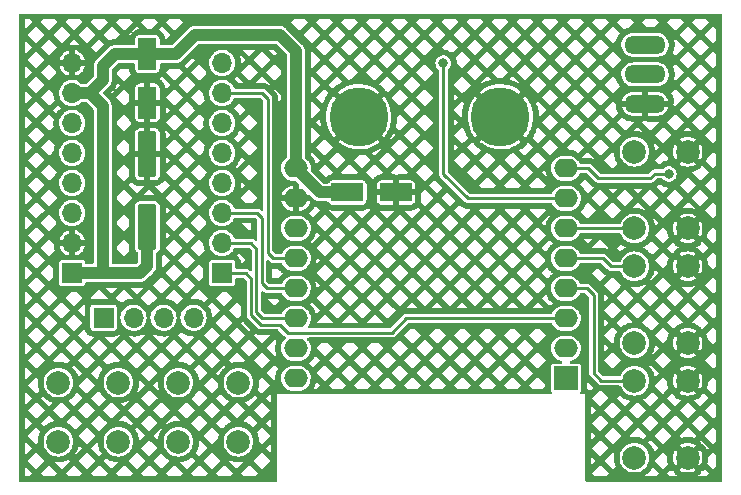
<source format=gtl>
%TF.GenerationSoftware,KiCad,Pcbnew,(6.0.5)*%
%TF.CreationDate,2023-01-03T16:46:15+01:00*%
%TF.ProjectId,Photo_table,50686f74-6f5f-4746-9162-6c652e6b6963,rev?*%
%TF.SameCoordinates,Original*%
%TF.FileFunction,Copper,L1,Top*%
%TF.FilePolarity,Positive*%
%FSLAX46Y46*%
G04 Gerber Fmt 4.6, Leading zero omitted, Abs format (unit mm)*
G04 Created by KiCad (PCBNEW (6.0.5)) date 2023-01-03 16:46:15*
%MOMM*%
%LPD*%
G01*
G04 APERTURE LIST*
G04 Aperture macros list*
%AMRoundRect*
0 Rectangle with rounded corners*
0 $1 Rounding radius*
0 $2 $3 $4 $5 $6 $7 $8 $9 X,Y pos of 4 corners*
0 Add a 4 corners polygon primitive as box body*
4,1,4,$2,$3,$4,$5,$6,$7,$8,$9,$2,$3,0*
0 Add four circle primitives for the rounded corners*
1,1,$1+$1,$2,$3*
1,1,$1+$1,$4,$5*
1,1,$1+$1,$6,$7*
1,1,$1+$1,$8,$9*
0 Add four rect primitives between the rounded corners*
20,1,$1+$1,$2,$3,$4,$5,0*
20,1,$1+$1,$4,$5,$6,$7,0*
20,1,$1+$1,$6,$7,$8,$9,0*
20,1,$1+$1,$8,$9,$2,$3,0*%
G04 Aperture macros list end*
%TA.AperFunction,ComponentPad*%
%ADD10C,2.000000*%
%TD*%
%TA.AperFunction,ComponentPad*%
%ADD11C,0.800000*%
%TD*%
%TA.AperFunction,ComponentPad*%
%ADD12C,5.000000*%
%TD*%
%TA.AperFunction,SMDPad,CuDef*%
%ADD13RoundRect,0.250000X-1.137500X-0.550000X1.137500X-0.550000X1.137500X0.550000X-1.137500X0.550000X0*%
%TD*%
%TA.AperFunction,ComponentPad*%
%ADD14O,3.500000X1.500000*%
%TD*%
%TA.AperFunction,SMDPad,CuDef*%
%ADD15RoundRect,0.250000X0.550000X-1.712500X0.550000X1.712500X-0.550000X1.712500X-0.550000X-1.712500X0*%
%TD*%
%TA.AperFunction,SMDPad,CuDef*%
%ADD16RoundRect,0.250000X-0.550000X1.137500X-0.550000X-1.137500X0.550000X-1.137500X0.550000X1.137500X0*%
%TD*%
%TA.AperFunction,ComponentPad*%
%ADD17R,1.700000X1.700000*%
%TD*%
%TA.AperFunction,ComponentPad*%
%ADD18O,1.700000X1.700000*%
%TD*%
%TA.AperFunction,ComponentPad*%
%ADD19R,2.000000X2.000000*%
%TD*%
%TA.AperFunction,ComponentPad*%
%ADD20O,2.000000X1.600000*%
%TD*%
%TA.AperFunction,ViaPad*%
%ADD21C,0.800000*%
%TD*%
%TA.AperFunction,Conductor*%
%ADD22C,0.250000*%
%TD*%
%TA.AperFunction,Conductor*%
%ADD23C,1.000000*%
%TD*%
G04 APERTURE END LIST*
D10*
X131350000Y-87150000D03*
X131350000Y-93650000D03*
X135850000Y-93650000D03*
X135850000Y-87150000D03*
D11*
X109875000Y-84200000D03*
D12*
X108000000Y-84200000D03*
D11*
X106125000Y-84200000D03*
X106674175Y-85525825D03*
X108000000Y-82325000D03*
X109325825Y-85525825D03*
X108000000Y-86075000D03*
X109325825Y-82874175D03*
X106674175Y-82874175D03*
D10*
X131350000Y-103350000D03*
X131350000Y-96850000D03*
X135850000Y-103350000D03*
X135850000Y-96850000D03*
D13*
X107037500Y-90600000D03*
X111162500Y-90600000D03*
D14*
X132250000Y-78100000D03*
X132250000Y-80600000D03*
X132250000Y-83100000D03*
D15*
X90100000Y-93537500D03*
X90100000Y-87362500D03*
D16*
X90100000Y-78887500D03*
X90100000Y-83012500D03*
D10*
X82580000Y-106700000D03*
X82580000Y-111700000D03*
X87660000Y-111700000D03*
X87660000Y-106700000D03*
X92740000Y-106700000D03*
X92740000Y-111700000D03*
X97820000Y-106700000D03*
X97820000Y-111700000D03*
D17*
X86400000Y-101200000D03*
D18*
X88940000Y-101200000D03*
X91480000Y-101200000D03*
X94020000Y-101200000D03*
D19*
X125545000Y-106340000D03*
D20*
X125545000Y-103800000D03*
X125545000Y-101260000D03*
X125545000Y-98720000D03*
X125545000Y-96180000D03*
X125545000Y-93640000D03*
X125545000Y-91100000D03*
X125545000Y-88560000D03*
X102685000Y-88560000D03*
X102685000Y-91100000D03*
X102685000Y-93640000D03*
X102685000Y-96180000D03*
X102685000Y-98720000D03*
X102685000Y-101260000D03*
X102685000Y-103800000D03*
X102685000Y-106340000D03*
D17*
X83750000Y-97425000D03*
D18*
X83750000Y-94885000D03*
X83750000Y-92345000D03*
X83750000Y-89805000D03*
X83750000Y-87265000D03*
X83750000Y-84725000D03*
X83750000Y-82185000D03*
X83750000Y-79645000D03*
X96450000Y-79645000D03*
X96450000Y-82185000D03*
X96450000Y-84725000D03*
X96450000Y-87265000D03*
X96450000Y-89805000D03*
X96450000Y-92345000D03*
X96450000Y-94885000D03*
D17*
X96450000Y-97425000D03*
D11*
X118674175Y-85525825D03*
D12*
X120000000Y-84200000D03*
D11*
X118674175Y-82874175D03*
X120000000Y-86075000D03*
X120000000Y-82325000D03*
X121325825Y-82874175D03*
X121875000Y-84200000D03*
X118125000Y-84200000D03*
X121325825Y-85525825D03*
D10*
X131350000Y-113050000D03*
X131350000Y-106550000D03*
X135850000Y-106550000D03*
X135850000Y-113050000D03*
D21*
X115163600Y-79654400D03*
X134262500Y-89037500D03*
D22*
X115163600Y-89027000D02*
X115163600Y-79654400D01*
X117236600Y-91100000D02*
X115163600Y-89027000D01*
X125545000Y-91100000D02*
X117236600Y-91100000D01*
X125545000Y-93640000D02*
X131340000Y-93640000D01*
X131340000Y-93640000D02*
X131350000Y-93650000D01*
X129350000Y-96850000D02*
X131350000Y-96850000D01*
X128680000Y-96180000D02*
X129350000Y-96850000D01*
X125545000Y-96180000D02*
X128680000Y-96180000D01*
X127295000Y-98720000D02*
X127900000Y-99325000D01*
X127900000Y-99325000D02*
X127900000Y-105900000D01*
X125545000Y-98720000D02*
X127295000Y-98720000D01*
D23*
X85235000Y-82185000D02*
X83750000Y-82185000D01*
X92512500Y-78887500D02*
X90100000Y-78887500D01*
X102685000Y-88560000D02*
X102685000Y-78635000D01*
X86325000Y-80375000D02*
X86325000Y-81095000D01*
X89475000Y-97425000D02*
X86325000Y-97425000D01*
X87362500Y-78887500D02*
X90100000Y-78887500D01*
X86325000Y-97425000D02*
X86325000Y-83275000D01*
X102685000Y-78635000D02*
X101300000Y-77250000D01*
X94150000Y-77250000D02*
X92512500Y-78887500D01*
X104725000Y-90600000D02*
X107037500Y-90600000D01*
X86325000Y-81095000D02*
X85235000Y-82185000D01*
X86325000Y-79925000D02*
X87362500Y-78887500D01*
X102685000Y-88560000D02*
X104725000Y-90600000D01*
X90100000Y-93537500D02*
X90100000Y-96800000D01*
X101300000Y-77250000D02*
X94150000Y-77250000D01*
X90100000Y-96800000D02*
X89475000Y-97425000D01*
X86325000Y-97425000D02*
X83750000Y-97425000D01*
X86325000Y-80375000D02*
X86325000Y-79925000D01*
X86325000Y-83275000D02*
X85235000Y-82185000D01*
D22*
X99835000Y-82185000D02*
X96450000Y-82185000D01*
X100300000Y-82650000D02*
X99835000Y-82185000D01*
X100780000Y-96180000D02*
X100300000Y-95700000D01*
X100300000Y-95700000D02*
X100300000Y-82650000D01*
X102685000Y-96180000D02*
X100780000Y-96180000D01*
X100220000Y-98720000D02*
X99800000Y-98300000D01*
X102685000Y-98720000D02*
X100220000Y-98720000D01*
X99800000Y-92750000D02*
X99395000Y-92345000D01*
X99800000Y-98300000D02*
X99800000Y-92750000D01*
X99395000Y-92345000D02*
X96450000Y-92345000D01*
X102685000Y-101260000D02*
X99860000Y-101260000D01*
X99350000Y-100750000D02*
X99350000Y-95350000D01*
X98885000Y-94885000D02*
X96450000Y-94885000D01*
X99350000Y-95350000D02*
X98885000Y-94885000D01*
X99860000Y-101260000D02*
X99350000Y-100750000D01*
X98900000Y-97900000D02*
X98900000Y-101000000D01*
X98425000Y-97425000D02*
X98900000Y-97900000D01*
X101300000Y-101800000D02*
X102000000Y-102500000D01*
X96450000Y-97425000D02*
X98425000Y-97425000D01*
X102000000Y-102500000D02*
X110800000Y-102500000D01*
X110800000Y-102500000D02*
X112040000Y-101260000D01*
X98900000Y-101000000D02*
X99700000Y-101800000D01*
X99700000Y-101800000D02*
X101300000Y-101800000D01*
X112040000Y-101260000D02*
X125545000Y-101260000D01*
X134262500Y-89037500D02*
X133062500Y-89037500D01*
X132700000Y-89400000D02*
X128300000Y-89400000D01*
X128300000Y-89400000D02*
X127460000Y-88560000D01*
X133062500Y-89037500D02*
X132700000Y-89400000D01*
X127460000Y-88560000D02*
X125545000Y-88560000D01*
X127900000Y-105900000D02*
X128550000Y-106550000D01*
X128550000Y-106550000D02*
X131350000Y-106550000D01*
%TA.AperFunction,Conductor*%
G36*
X138687621Y-75474502D02*
G01*
X138734114Y-75528158D01*
X138745500Y-75580500D01*
X138745500Y-114969500D01*
X138725498Y-115037621D01*
X138671842Y-115084114D01*
X138619500Y-115095500D01*
X127326000Y-115095500D01*
X127257879Y-115075498D01*
X127211386Y-115021842D01*
X127200000Y-114969500D01*
X127200000Y-114366883D01*
X127746441Y-114366883D01*
X127977058Y-114597500D01*
X128932868Y-114597500D01*
X128946578Y-114583790D01*
X132205989Y-114583790D01*
X132219699Y-114597500D01*
X133175509Y-114597500D01*
X133406126Y-114366883D01*
X134110402Y-114366883D01*
X134341019Y-114597500D01*
X135023039Y-114597500D01*
X136676961Y-114597500D01*
X137418149Y-114597500D01*
X137648766Y-114366883D01*
X137306420Y-114024537D01*
X137306268Y-114024755D01*
X137294244Y-114039435D01*
X137243259Y-114092906D01*
X137229169Y-114105614D01*
X137169987Y-114151400D01*
X137159954Y-114158410D01*
X137119540Y-114183820D01*
X137085808Y-114198662D01*
X137019949Y-114216730D01*
X137015699Y-114238546D01*
X137003902Y-114272414D01*
X136959750Y-114357641D01*
X136946293Y-114378354D01*
X136901964Y-114433811D01*
X136889766Y-114447017D01*
X136838708Y-114494932D01*
X136824755Y-114506268D01*
X136765033Y-114548085D01*
X136760459Y-114551141D01*
X136742359Y-114562671D01*
X136737662Y-114565521D01*
X136718642Y-114576502D01*
X136713824Y-114579145D01*
X136694791Y-114589053D01*
X136689860Y-114591485D01*
X136676961Y-114597500D01*
X135023039Y-114597500D01*
X135010140Y-114591485D01*
X135005209Y-114589053D01*
X134986176Y-114579145D01*
X134981358Y-114576502D01*
X134962338Y-114565521D01*
X134957641Y-114562671D01*
X134939541Y-114551141D01*
X134934967Y-114548085D01*
X134875245Y-114506268D01*
X134860565Y-114494244D01*
X134807094Y-114443259D01*
X134794386Y-114429169D01*
X134748600Y-114369987D01*
X134741590Y-114359954D01*
X134716180Y-114319540D01*
X134701338Y-114285808D01*
X134683270Y-114219949D01*
X134661454Y-114215699D01*
X134627586Y-114203902D01*
X134542359Y-114159750D01*
X134521646Y-114146293D01*
X134466189Y-114101964D01*
X134461128Y-114097289D01*
X135167265Y-114097289D01*
X135176561Y-114109304D01*
X135216100Y-114136989D01*
X135225590Y-114142469D01*
X135414486Y-114230553D01*
X135424778Y-114234299D01*
X135626098Y-114288242D01*
X135636893Y-114290145D01*
X135844525Y-114308311D01*
X135855475Y-114308311D01*
X136063107Y-114290145D01*
X136073902Y-114288242D01*
X136275222Y-114234299D01*
X136285514Y-114230553D01*
X136474410Y-114142469D01*
X136483900Y-114136989D01*
X136524278Y-114108717D01*
X136532652Y-114098242D01*
X136525583Y-114084793D01*
X135862812Y-113422022D01*
X135848868Y-113414408D01*
X135847035Y-113414539D01*
X135840420Y-113418790D01*
X135173695Y-114085515D01*
X135167265Y-114097289D01*
X134461128Y-114097289D01*
X134452983Y-114089766D01*
X134421290Y-114055995D01*
X134110402Y-114366883D01*
X133406126Y-114366883D01*
X132903825Y-113864582D01*
X132891921Y-113890109D01*
X132889490Y-113895039D01*
X132879579Y-113914078D01*
X132876934Y-113918899D01*
X132865952Y-113937920D01*
X132863100Y-113942620D01*
X132851570Y-113960718D01*
X132848516Y-113965288D01*
X132722611Y-114145099D01*
X132719358Y-114149535D01*
X132706288Y-114166567D01*
X132702847Y-114170855D01*
X132688729Y-114187679D01*
X132685106Y-114191809D01*
X132670613Y-114207625D01*
X132666812Y-114211595D01*
X132511595Y-114366812D01*
X132507625Y-114370613D01*
X132491809Y-114385106D01*
X132487679Y-114388729D01*
X132470855Y-114402847D01*
X132466567Y-114406288D01*
X132449535Y-114419358D01*
X132445099Y-114422611D01*
X132265288Y-114548516D01*
X132260718Y-114551570D01*
X132242620Y-114563100D01*
X132237920Y-114565952D01*
X132218899Y-114576934D01*
X132214078Y-114579579D01*
X132205989Y-114583790D01*
X128946578Y-114583790D01*
X129163485Y-114366883D01*
X128454963Y-113658361D01*
X127746441Y-114366883D01*
X127200000Y-114366883D01*
X127200000Y-112901398D01*
X127698000Y-112901398D01*
X127698000Y-113711048D01*
X128102825Y-113306223D01*
X128807101Y-113306223D01*
X129515623Y-114014745D01*
X129754710Y-113775658D01*
X129715311Y-113691165D01*
X129713098Y-113686136D01*
X129704887Y-113666314D01*
X129702894Y-113661190D01*
X129695382Y-113640552D01*
X129693614Y-113635344D01*
X129687160Y-113614874D01*
X129685622Y-113609598D01*
X129628808Y-113397569D01*
X129627502Y-113392231D01*
X129622856Y-113371276D01*
X129621783Y-113365881D01*
X129617969Y-113344250D01*
X129617133Y-113338817D01*
X129614332Y-113317541D01*
X129613733Y-113312076D01*
X129594602Y-113093402D01*
X129594243Y-113087917D01*
X129593307Y-113066477D01*
X129593187Y-113060981D01*
X129593187Y-113050000D01*
X130090708Y-113050000D01*
X130109839Y-113268674D01*
X130166653Y-113480703D01*
X130168978Y-113485688D01*
X130257095Y-113674659D01*
X130257098Y-113674664D01*
X130259421Y-113679646D01*
X130262577Y-113684153D01*
X130262578Y-113684155D01*
X130290673Y-113724278D01*
X130385326Y-113859457D01*
X130540543Y-114014674D01*
X130545051Y-114017831D01*
X130545054Y-114017833D01*
X130715227Y-114136989D01*
X130720354Y-114140579D01*
X130725336Y-114142902D01*
X130725341Y-114142905D01*
X130813085Y-114183820D01*
X130919297Y-114233347D01*
X131131326Y-114290161D01*
X131350000Y-114309292D01*
X131568674Y-114290161D01*
X131780703Y-114233347D01*
X131886915Y-114183820D01*
X131974659Y-114142905D01*
X131974664Y-114142902D01*
X131979646Y-114140579D01*
X131984773Y-114136989D01*
X132154946Y-114017833D01*
X132154949Y-114017831D01*
X132159457Y-114014674D01*
X132314674Y-113859457D01*
X132409328Y-113724278D01*
X132437422Y-113684155D01*
X132437423Y-113684153D01*
X132440579Y-113679646D01*
X132442902Y-113674664D01*
X132442905Y-113674659D01*
X132531022Y-113485688D01*
X132533347Y-113480703D01*
X132571243Y-113339277D01*
X133082796Y-113339277D01*
X133758264Y-114014745D01*
X134181336Y-113591673D01*
X134129302Y-113397478D01*
X134127995Y-113392137D01*
X134123351Y-113371188D01*
X134122279Y-113365799D01*
X134118465Y-113344170D01*
X134117629Y-113338738D01*
X134114827Y-113317458D01*
X134114228Y-113311991D01*
X134095104Y-113093404D01*
X134094745Y-113087918D01*
X134093809Y-113066478D01*
X134093689Y-113060982D01*
X134093689Y-113055475D01*
X134591689Y-113055475D01*
X134609855Y-113263107D01*
X134611758Y-113273902D01*
X134665701Y-113475222D01*
X134669447Y-113485514D01*
X134757531Y-113674410D01*
X134763011Y-113683900D01*
X134791283Y-113724278D01*
X134801758Y-113732652D01*
X134815207Y-113725583D01*
X135477978Y-113062812D01*
X135484356Y-113051132D01*
X136214408Y-113051132D01*
X136214539Y-113052965D01*
X136218790Y-113059580D01*
X136885515Y-113726305D01*
X136897289Y-113732735D01*
X136909304Y-113723439D01*
X136936989Y-113683900D01*
X136942469Y-113674410D01*
X137002810Y-113545008D01*
X137531168Y-113545008D01*
X138000905Y-114014745D01*
X138247500Y-113768150D01*
X138247500Y-112844296D01*
X138000905Y-112597701D01*
X137603859Y-112994747D01*
X137604896Y-113006597D01*
X137605255Y-113012082D01*
X137606191Y-113033522D01*
X137606311Y-113039018D01*
X137606311Y-113060982D01*
X137606191Y-113066478D01*
X137605255Y-113087918D01*
X137604896Y-113093404D01*
X137585772Y-113311991D01*
X137585173Y-113317458D01*
X137582371Y-113338738D01*
X137581535Y-113344170D01*
X137577721Y-113365799D01*
X137576649Y-113371188D01*
X137572005Y-113392137D01*
X137570698Y-113397478D01*
X137531168Y-113545008D01*
X137002810Y-113545008D01*
X137030553Y-113485514D01*
X137034299Y-113475222D01*
X137088242Y-113273902D01*
X137090145Y-113263107D01*
X137108311Y-113055475D01*
X137108311Y-113044525D01*
X137090145Y-112836893D01*
X137088242Y-112826098D01*
X137034299Y-112624778D01*
X137030553Y-112614486D01*
X136942469Y-112425590D01*
X136936989Y-112416100D01*
X136908717Y-112375722D01*
X136898242Y-112367348D01*
X136884793Y-112374417D01*
X136222022Y-113037188D01*
X136214408Y-113051132D01*
X135484356Y-113051132D01*
X135485592Y-113048868D01*
X135485461Y-113047035D01*
X135481210Y-113040420D01*
X134814485Y-112373695D01*
X134802711Y-112367265D01*
X134790696Y-112376561D01*
X134763011Y-112416100D01*
X134757531Y-112425590D01*
X134669447Y-112614486D01*
X134665701Y-112624778D01*
X134611758Y-112826098D01*
X134609855Y-112836893D01*
X134591689Y-113044525D01*
X134591689Y-113055475D01*
X134093689Y-113055475D01*
X134093689Y-113039018D01*
X134093809Y-113033522D01*
X134094745Y-113012082D01*
X134095105Y-113006596D01*
X134100902Y-112940339D01*
X133758264Y-112597701D01*
X133090330Y-113265635D01*
X133086267Y-113312077D01*
X133085668Y-113317541D01*
X133082867Y-113338817D01*
X133082796Y-113339277D01*
X132571243Y-113339277D01*
X132590161Y-113268674D01*
X132609292Y-113050000D01*
X132590161Y-112831326D01*
X132533347Y-112619297D01*
X132473243Y-112490402D01*
X132442905Y-112425341D01*
X132442902Y-112425336D01*
X132440579Y-112420354D01*
X132409915Y-112376561D01*
X132317833Y-112245054D01*
X132317831Y-112245051D01*
X132314674Y-112240543D01*
X132159457Y-112085326D01*
X132154949Y-112082169D01*
X132154946Y-112082167D01*
X131984155Y-111962578D01*
X131984153Y-111962577D01*
X131979646Y-111959421D01*
X131974664Y-111957098D01*
X131974659Y-111957095D01*
X131835864Y-111892375D01*
X131780703Y-111866653D01*
X131568674Y-111809839D01*
X131350000Y-111790708D01*
X131131326Y-111809839D01*
X130919297Y-111866653D01*
X130864136Y-111892375D01*
X130725341Y-111957095D01*
X130725336Y-111957098D01*
X130720354Y-111959421D01*
X130715847Y-111962577D01*
X130715845Y-111962578D01*
X130545054Y-112082167D01*
X130545051Y-112082169D01*
X130540543Y-112085326D01*
X130385326Y-112240543D01*
X130382169Y-112245051D01*
X130382167Y-112245054D01*
X130290085Y-112376561D01*
X130259421Y-112420354D01*
X130257098Y-112425336D01*
X130257095Y-112425341D01*
X130226757Y-112490402D01*
X130166653Y-112619297D01*
X130109839Y-112831326D01*
X130090708Y-113050000D01*
X129593187Y-113050000D01*
X129593187Y-113039019D01*
X129593307Y-113033523D01*
X129594243Y-113012083D01*
X129594602Y-113006598D01*
X129613733Y-112787924D01*
X129614332Y-112782459D01*
X129617133Y-112761183D01*
X129617969Y-112755750D01*
X129621783Y-112734119D01*
X129622856Y-112728724D01*
X129627173Y-112709251D01*
X129515623Y-112597701D01*
X128807101Y-113306223D01*
X128102825Y-113306223D01*
X127698000Y-112901398D01*
X127200000Y-112901398D01*
X127200000Y-112245563D01*
X127746441Y-112245563D01*
X128454963Y-112954085D01*
X129163485Y-112245563D01*
X128454963Y-111537041D01*
X127746441Y-112245563D01*
X127200000Y-112245563D01*
X127200000Y-110780079D01*
X127698000Y-110780079D01*
X127698000Y-111589727D01*
X128102824Y-111184903D01*
X128807102Y-111184903D01*
X129515623Y-111893424D01*
X129680792Y-111728255D01*
X132506390Y-111728255D01*
X132507625Y-111729387D01*
X132511595Y-111733188D01*
X132666812Y-111888405D01*
X132670613Y-111892375D01*
X132685106Y-111908191D01*
X132688729Y-111912321D01*
X132702847Y-111929145D01*
X132706288Y-111933433D01*
X132719358Y-111950465D01*
X132722611Y-111954901D01*
X132848516Y-112134712D01*
X132851570Y-112139282D01*
X132863100Y-112157380D01*
X132865952Y-112162080D01*
X132876934Y-112181101D01*
X132879579Y-112185922D01*
X132889490Y-112204961D01*
X132891921Y-112209891D01*
X132984689Y-112408834D01*
X132986902Y-112413864D01*
X132995113Y-112433686D01*
X132997106Y-112438810D01*
X133004618Y-112459448D01*
X133006386Y-112464656D01*
X133012840Y-112485126D01*
X133014378Y-112490402D01*
X133045424Y-112606265D01*
X133406126Y-112245563D01*
X133162321Y-112001758D01*
X135167348Y-112001758D01*
X135174417Y-112015207D01*
X135837188Y-112677978D01*
X135851132Y-112685592D01*
X135852965Y-112685461D01*
X135859580Y-112681210D01*
X136526305Y-112014485D01*
X136532735Y-112002711D01*
X136523439Y-111990696D01*
X136483900Y-111963011D01*
X136474410Y-111957531D01*
X136285514Y-111869447D01*
X136275222Y-111865701D01*
X136073902Y-111811758D01*
X136063107Y-111809855D01*
X135855475Y-111791689D01*
X135844525Y-111791689D01*
X135636893Y-111809855D01*
X135626098Y-111811758D01*
X135424778Y-111865701D01*
X135414486Y-111869447D01*
X135225590Y-111957531D01*
X135216100Y-111963011D01*
X135175722Y-111991283D01*
X135167348Y-112001758D01*
X133162321Y-112001758D01*
X132697604Y-111537041D01*
X132506390Y-111728255D01*
X129680792Y-111728255D01*
X130224144Y-111184903D01*
X130928423Y-111184903D01*
X131060724Y-111317204D01*
X131061183Y-111317133D01*
X131082459Y-111314332D01*
X131087924Y-111313733D01*
X131306598Y-111294602D01*
X131312083Y-111294243D01*
X131333523Y-111293307D01*
X131339019Y-111293187D01*
X131360981Y-111293187D01*
X131366477Y-111293307D01*
X131387917Y-111294243D01*
X131393402Y-111294602D01*
X131612076Y-111313733D01*
X131617541Y-111314332D01*
X131638817Y-111317133D01*
X131644250Y-111317969D01*
X131665881Y-111321783D01*
X131671276Y-111322856D01*
X131692231Y-111327502D01*
X131697569Y-111328808D01*
X131909598Y-111385622D01*
X131914874Y-111387160D01*
X131935344Y-111393614D01*
X131940552Y-111395382D01*
X131961190Y-111402894D01*
X131966314Y-111404887D01*
X131986136Y-111413098D01*
X131991165Y-111415311D01*
X132075658Y-111454710D01*
X132345465Y-111184903D01*
X133049743Y-111184903D01*
X133758264Y-111893424D01*
X134030266Y-111621422D01*
X136855865Y-111621422D01*
X136892906Y-111656741D01*
X136905614Y-111670831D01*
X136951400Y-111730013D01*
X136958410Y-111740046D01*
X136983820Y-111780460D01*
X136998662Y-111814192D01*
X137016730Y-111880051D01*
X137038546Y-111884301D01*
X137072414Y-111896098D01*
X137157641Y-111940250D01*
X137178354Y-111953707D01*
X137233811Y-111998036D01*
X137247017Y-112010234D01*
X137294932Y-112061292D01*
X137306268Y-112075245D01*
X137348085Y-112134967D01*
X137351141Y-112139541D01*
X137362671Y-112157641D01*
X137365521Y-112162338D01*
X137376502Y-112181358D01*
X137379145Y-112186176D01*
X137389053Y-112205209D01*
X137391485Y-112210140D01*
X137484217Y-112409003D01*
X137484556Y-112409773D01*
X137648766Y-112245563D01*
X136940245Y-111537042D01*
X136855865Y-111621422D01*
X134030266Y-111621422D01*
X134466785Y-111184903D01*
X135171063Y-111184903D01*
X135354992Y-111368832D01*
X135502522Y-111329302D01*
X135507863Y-111327995D01*
X135528812Y-111323351D01*
X135534201Y-111322279D01*
X135555830Y-111318465D01*
X135561262Y-111317629D01*
X135582542Y-111314827D01*
X135588009Y-111314228D01*
X135806596Y-111295104D01*
X135812082Y-111294745D01*
X135833522Y-111293809D01*
X135839018Y-111293689D01*
X135860982Y-111293689D01*
X135866478Y-111293809D01*
X135887918Y-111294745D01*
X135893404Y-111295104D01*
X136111991Y-111314228D01*
X136117458Y-111314827D01*
X136138738Y-111317629D01*
X136144170Y-111318465D01*
X136165799Y-111322279D01*
X136171188Y-111323351D01*
X136192137Y-111327995D01*
X136197478Y-111329302D01*
X136391672Y-111381336D01*
X136588105Y-111184903D01*
X137292384Y-111184903D01*
X138000905Y-111893424D01*
X138247500Y-111646829D01*
X138247500Y-110722976D01*
X138000905Y-110476381D01*
X137292384Y-111184903D01*
X136588105Y-111184903D01*
X135879584Y-110476382D01*
X135171063Y-111184903D01*
X134466785Y-111184903D01*
X133758264Y-110476382D01*
X133049743Y-111184903D01*
X132345465Y-111184903D01*
X131636944Y-110476382D01*
X130928423Y-111184903D01*
X130224144Y-111184903D01*
X129515623Y-110476382D01*
X128807102Y-111184903D01*
X128102824Y-111184903D01*
X127698000Y-110780079D01*
X127200000Y-110780079D01*
X127200000Y-110124242D01*
X127746441Y-110124242D01*
X128454963Y-110832764D01*
X129163485Y-110124242D01*
X129867763Y-110124242D01*
X130576284Y-110832763D01*
X131284805Y-110124242D01*
X131989082Y-110124242D01*
X132697604Y-110832764D01*
X133406126Y-110124242D01*
X134110402Y-110124242D01*
X134818924Y-110832764D01*
X135527446Y-110124242D01*
X136231724Y-110124242D01*
X136940245Y-110832763D01*
X137648766Y-110124242D01*
X136940245Y-109415721D01*
X136231724Y-110124242D01*
X135527446Y-110124242D01*
X134818924Y-109415720D01*
X134110402Y-110124242D01*
X133406126Y-110124242D01*
X132697604Y-109415720D01*
X131989082Y-110124242D01*
X131284805Y-110124242D01*
X130576284Y-109415721D01*
X129867763Y-110124242D01*
X129163485Y-110124242D01*
X128454963Y-109415720D01*
X127746441Y-110124242D01*
X127200000Y-110124242D01*
X127200000Y-108658757D01*
X127698000Y-108658757D01*
X127698000Y-109468407D01*
X128102825Y-109063582D01*
X128807101Y-109063582D01*
X129515623Y-109772104D01*
X130224145Y-109063582D01*
X130928422Y-109063582D01*
X131636944Y-109772104D01*
X132345466Y-109063582D01*
X133049742Y-109063582D01*
X133758264Y-109772104D01*
X134466786Y-109063582D01*
X135171062Y-109063582D01*
X135879584Y-109772104D01*
X136588106Y-109063582D01*
X137292383Y-109063582D01*
X138000905Y-109772104D01*
X138247500Y-109525509D01*
X138247500Y-108601655D01*
X138000905Y-108355060D01*
X137292383Y-109063582D01*
X136588106Y-109063582D01*
X135879584Y-108355060D01*
X135171062Y-109063582D01*
X134466786Y-109063582D01*
X133758264Y-108355060D01*
X133049742Y-109063582D01*
X132345466Y-109063582D01*
X131636944Y-108355060D01*
X130928422Y-109063582D01*
X130224145Y-109063582D01*
X129515623Y-108355060D01*
X128807101Y-109063582D01*
X128102825Y-109063582D01*
X127698000Y-108658757D01*
X127200000Y-108658757D01*
X127200000Y-108002922D01*
X127746441Y-108002922D01*
X128454963Y-108711444D01*
X129163485Y-108002922D01*
X129867762Y-108002922D01*
X130576284Y-108711443D01*
X131013875Y-108273852D01*
X131007769Y-108272498D01*
X131002431Y-108271192D01*
X130790402Y-108214378D01*
X130785126Y-108212840D01*
X130764656Y-108206386D01*
X130759448Y-108204618D01*
X130738810Y-108197106D01*
X130733686Y-108195113D01*
X130713864Y-108186902D01*
X130708834Y-108184689D01*
X130586292Y-108127547D01*
X132113707Y-108127547D01*
X132697604Y-108711444D01*
X133406126Y-108002922D01*
X134110402Y-108002922D01*
X134818924Y-108711444D01*
X135310990Y-108219378D01*
X135290577Y-108213908D01*
X135285297Y-108212369D01*
X135265175Y-108206024D01*
X136434826Y-108206024D01*
X136940245Y-108711443D01*
X137648766Y-108002922D01*
X137240888Y-107595044D01*
X137229169Y-107605614D01*
X137169987Y-107651400D01*
X137159954Y-107658410D01*
X137119540Y-107683820D01*
X137085808Y-107698662D01*
X137019949Y-107716730D01*
X137015699Y-107738546D01*
X137003902Y-107772414D01*
X136959750Y-107857641D01*
X136946293Y-107878354D01*
X136901964Y-107933811D01*
X136889766Y-107947017D01*
X136838708Y-107994932D01*
X136824755Y-108006268D01*
X136765033Y-108048085D01*
X136760459Y-108051141D01*
X136742359Y-108062671D01*
X136737662Y-108065521D01*
X136718642Y-108076502D01*
X136713824Y-108079145D01*
X136694791Y-108089053D01*
X136689860Y-108091485D01*
X136490997Y-108184217D01*
X136485965Y-108186431D01*
X136466137Y-108194644D01*
X136461014Y-108196636D01*
X136440375Y-108204148D01*
X136435171Y-108205915D01*
X136434826Y-108206024D01*
X135265175Y-108206024D01*
X135264829Y-108205915D01*
X135259625Y-108204148D01*
X135238986Y-108196636D01*
X135233863Y-108194644D01*
X135214035Y-108186431D01*
X135209003Y-108184217D01*
X135010140Y-108091485D01*
X135005209Y-108089053D01*
X134986176Y-108079145D01*
X134981358Y-108076502D01*
X134962338Y-108065521D01*
X134957641Y-108062671D01*
X134939541Y-108051141D01*
X134934967Y-108048085D01*
X134875245Y-108006268D01*
X134860565Y-107994244D01*
X134807094Y-107943259D01*
X134794386Y-107929169D01*
X134748600Y-107869987D01*
X134741590Y-107859954D01*
X134716180Y-107819540D01*
X134701338Y-107785808D01*
X134683270Y-107719949D01*
X134661454Y-107715699D01*
X134627586Y-107703902D01*
X134542359Y-107659750D01*
X134521646Y-107646293D01*
X134491293Y-107622031D01*
X134110402Y-108002922D01*
X133406126Y-108002922D01*
X132856377Y-107453173D01*
X132851570Y-107460718D01*
X132848516Y-107465288D01*
X132722611Y-107645099D01*
X132719358Y-107649535D01*
X132706288Y-107666567D01*
X132702847Y-107670855D01*
X132688729Y-107687679D01*
X132685106Y-107691809D01*
X132670613Y-107707625D01*
X132666812Y-107711595D01*
X132511595Y-107866812D01*
X132507625Y-107870613D01*
X132491809Y-107885106D01*
X132487679Y-107888729D01*
X132470855Y-107902847D01*
X132466567Y-107906288D01*
X132449535Y-107919358D01*
X132445099Y-107922611D01*
X132265288Y-108048516D01*
X132260718Y-108051570D01*
X132242620Y-108063100D01*
X132237920Y-108065952D01*
X132218899Y-108076934D01*
X132214078Y-108079579D01*
X132195039Y-108089490D01*
X132190109Y-108091921D01*
X132113707Y-108127547D01*
X130586292Y-108127547D01*
X130509891Y-108091921D01*
X130504961Y-108089490D01*
X130485922Y-108079579D01*
X130481101Y-108076934D01*
X130462080Y-108065952D01*
X130457380Y-108063100D01*
X130439282Y-108051570D01*
X130434712Y-108048516D01*
X130254901Y-107922611D01*
X130250465Y-107919358D01*
X130233433Y-107906288D01*
X130229145Y-107902847D01*
X130212321Y-107888729D01*
X130208191Y-107885106D01*
X130192375Y-107870613D01*
X130188405Y-107866812D01*
X130096139Y-107774546D01*
X129867762Y-108002922D01*
X129163485Y-108002922D01*
X128588063Y-107427500D01*
X128567882Y-107427500D01*
X128521330Y-107429329D01*
X128510943Y-107429308D01*
X128470450Y-107427558D01*
X128460093Y-107426682D01*
X128458070Y-107426426D01*
X128449157Y-107425848D01*
X128446443Y-107425642D01*
X128440878Y-107425160D01*
X128433020Y-107424230D01*
X128402473Y-107419638D01*
X128394685Y-107418216D01*
X128363810Y-107411569D01*
X128356129Y-107409661D01*
X128343316Y-107406047D01*
X127746441Y-108002922D01*
X127200000Y-108002922D01*
X127200000Y-107700000D01*
X126846269Y-107700000D01*
X126778148Y-107679998D01*
X126731655Y-107626342D01*
X126721551Y-107556068D01*
X126741503Y-107504000D01*
X126784734Y-107439301D01*
X126799500Y-107365067D01*
X126799500Y-106538469D01*
X127297499Y-106538469D01*
X127297500Y-107214509D01*
X127331415Y-107221887D01*
X127337967Y-107223497D01*
X127363363Y-107230464D01*
X127392377Y-107242482D01*
X127475786Y-107289978D01*
X127495949Y-107304246D01*
X127549605Y-107350739D01*
X127557765Y-107358473D01*
X127588216Y-107390031D01*
X127609192Y-107419121D01*
X127614953Y-107430134D01*
X127900159Y-107144928D01*
X127884436Y-107127649D01*
X127877767Y-107119684D01*
X127874607Y-107115577D01*
X127297499Y-106538469D01*
X126799500Y-106538469D01*
X126799499Y-105314934D01*
X126788455Y-105259407D01*
X126787156Y-105252874D01*
X126787155Y-105252872D01*
X126784734Y-105240699D01*
X126756491Y-105198430D01*
X126735377Y-105166832D01*
X126728484Y-105156516D01*
X126644301Y-105100266D01*
X126570067Y-105085500D01*
X125989030Y-105085500D01*
X125920909Y-105065498D01*
X125874416Y-105011842D01*
X125864312Y-104941568D01*
X125893806Y-104876988D01*
X125952611Y-104838878D01*
X126148783Y-104779651D01*
X126240079Y-104731108D01*
X126325933Y-104685459D01*
X126325936Y-104685457D01*
X126331375Y-104682565D01*
X126336145Y-104678674D01*
X126336149Y-104678672D01*
X126486857Y-104555758D01*
X126486860Y-104555755D01*
X126491632Y-104551863D01*
X126509261Y-104530553D01*
X126619522Y-104397271D01*
X126619525Y-104397266D01*
X126623450Y-104392522D01*
X126627629Y-104384793D01*
X126718878Y-104216032D01*
X126718880Y-104216027D01*
X126721808Y-104210612D01*
X126782960Y-104013063D01*
X126785131Y-103992409D01*
X126803932Y-103813526D01*
X126803932Y-103813524D01*
X126804576Y-103807397D01*
X126792188Y-103671276D01*
X126786393Y-103607591D01*
X126786393Y-103607590D01*
X126785834Y-103601450D01*
X126727446Y-103403066D01*
X126701254Y-103352965D01*
X126634492Y-103225261D01*
X126634489Y-103225257D01*
X126631637Y-103219801D01*
X126626089Y-103212900D01*
X126569126Y-103142053D01*
X126502057Y-103058635D01*
X126343640Y-102925708D01*
X126162422Y-102826082D01*
X125965304Y-102763553D01*
X125959187Y-102762867D01*
X125959183Y-102762866D01*
X125883163Y-102754339D01*
X125804360Y-102745500D01*
X125292966Y-102745500D01*
X125139189Y-102760578D01*
X124941217Y-102820349D01*
X124868420Y-102859056D01*
X124764067Y-102914541D01*
X124764064Y-102914543D01*
X124758625Y-102917435D01*
X124753855Y-102921326D01*
X124753851Y-102921328D01*
X124603143Y-103044242D01*
X124603140Y-103044245D01*
X124598368Y-103048137D01*
X124594441Y-103052884D01*
X124594439Y-103052886D01*
X124470478Y-103202729D01*
X124470475Y-103202734D01*
X124466550Y-103207478D01*
X124463620Y-103212897D01*
X124463618Y-103212900D01*
X124371122Y-103383968D01*
X124371120Y-103383973D01*
X124368192Y-103389388D01*
X124307040Y-103586937D01*
X124285424Y-103792603D01*
X124304166Y-103998550D01*
X124362554Y-104196934D01*
X124365411Y-104202399D01*
X124455508Y-104374739D01*
X124455511Y-104374743D01*
X124458363Y-104380199D01*
X124462223Y-104384999D01*
X124462223Y-104385000D01*
X124467870Y-104392024D01*
X124587943Y-104541365D01*
X124746360Y-104674292D01*
X124927578Y-104773918D01*
X125124696Y-104836447D01*
X125127655Y-104836779D01*
X125189157Y-104869985D01*
X125223476Y-104932136D01*
X125218747Y-105002975D01*
X125176469Y-105060011D01*
X125110067Y-105085136D01*
X125100491Y-105085501D01*
X124519934Y-105085501D01*
X124484182Y-105092612D01*
X124457874Y-105097844D01*
X124457872Y-105097845D01*
X124445699Y-105100266D01*
X124435379Y-105107161D01*
X124435378Y-105107162D01*
X124374985Y-105147516D01*
X124361516Y-105156516D01*
X124305266Y-105240699D01*
X124290500Y-105314933D01*
X124290501Y-107365066D01*
X124305266Y-107439301D01*
X124348497Y-107504000D01*
X124369711Y-107571750D01*
X124350929Y-107640217D01*
X124298112Y-107687661D01*
X124243731Y-107700000D01*
X101100000Y-107700000D01*
X101100000Y-114969500D01*
X101079998Y-115037621D01*
X101026342Y-115084114D01*
X100974000Y-115095500D01*
X79380500Y-115095500D01*
X79312379Y-115075498D01*
X79265886Y-115021842D01*
X79254500Y-114969500D01*
X79254500Y-113746266D01*
X79752500Y-113746266D01*
X79752500Y-114597500D01*
X80142500Y-114597500D01*
X80373117Y-114366883D01*
X81077394Y-114366883D01*
X81308011Y-114597500D01*
X82263820Y-114597500D01*
X82494437Y-114366883D01*
X83198714Y-114366883D01*
X83429331Y-114597500D01*
X84385141Y-114597500D01*
X84615758Y-114366883D01*
X85320034Y-114366883D01*
X85550651Y-114597500D01*
X86506461Y-114597500D01*
X86737078Y-114366883D01*
X87441355Y-114366883D01*
X87671972Y-114597500D01*
X88627781Y-114597500D01*
X88858398Y-114366883D01*
X89562675Y-114366883D01*
X89793292Y-114597500D01*
X90749102Y-114597500D01*
X90979719Y-114366883D01*
X91683995Y-114366883D01*
X91914612Y-114597500D01*
X92870422Y-114597500D01*
X93101039Y-114366883D01*
X93805316Y-114366883D01*
X94035933Y-114597500D01*
X94991743Y-114597500D01*
X95222360Y-114366883D01*
X95926636Y-114366883D01*
X96157253Y-114597500D01*
X97113063Y-114597500D01*
X97343680Y-114366883D01*
X98047956Y-114366883D01*
X98278573Y-114597500D01*
X99234383Y-114597500D01*
X99465000Y-114366883D01*
X98756478Y-113658361D01*
X98047956Y-114366883D01*
X97343680Y-114366883D01*
X96635158Y-113658361D01*
X95926636Y-114366883D01*
X95222360Y-114366883D01*
X94513838Y-113658361D01*
X93805316Y-114366883D01*
X93101039Y-114366883D01*
X92392517Y-113658361D01*
X91683995Y-114366883D01*
X90979719Y-114366883D01*
X90271197Y-113658361D01*
X89562675Y-114366883D01*
X88858398Y-114366883D01*
X88149876Y-113658362D01*
X87441355Y-114366883D01*
X86737078Y-114366883D01*
X86028556Y-113658361D01*
X85320034Y-114366883D01*
X84615758Y-114366883D01*
X83907236Y-113658361D01*
X83198714Y-114366883D01*
X82494437Y-114366883D01*
X81785915Y-113658362D01*
X81077394Y-114366883D01*
X80373117Y-114366883D01*
X79752500Y-113746266D01*
X79254500Y-113746266D01*
X79254500Y-113306223D01*
X80016733Y-113306223D01*
X80725255Y-114014745D01*
X81312794Y-113427206D01*
X82259037Y-113427206D01*
X82846576Y-114014745D01*
X83555098Y-113306223D01*
X84259374Y-113306223D01*
X84967896Y-114014745D01*
X85676418Y-113306223D01*
X86380696Y-113306223D01*
X87089217Y-114014744D01*
X87647188Y-113456773D01*
X87643523Y-113456693D01*
X87622083Y-113455757D01*
X87616598Y-113455398D01*
X87397924Y-113436267D01*
X87392459Y-113435668D01*
X87371183Y-113432867D01*
X87365750Y-113432031D01*
X87344119Y-113428217D01*
X87338724Y-113427144D01*
X87317769Y-113422498D01*
X87312431Y-113421192D01*
X87100402Y-113364378D01*
X87095126Y-113362840D01*
X87074656Y-113356386D01*
X87069448Y-113354618D01*
X87048810Y-113347106D01*
X87043686Y-113345113D01*
X87023864Y-113336902D01*
X87018834Y-113334689D01*
X86957788Y-113306223D01*
X88502015Y-113306223D01*
X89210537Y-114014745D01*
X89919059Y-113306223D01*
X90623335Y-113306223D01*
X91331857Y-114014745D01*
X91900088Y-113446514D01*
X92884948Y-113446514D01*
X93453178Y-114014744D01*
X94161699Y-113306223D01*
X94865976Y-113306223D01*
X95574498Y-114014745D01*
X96283020Y-113306223D01*
X96987296Y-113306223D01*
X97695818Y-114014745D01*
X98333955Y-113376608D01*
X98167569Y-113421192D01*
X98162231Y-113422498D01*
X98141276Y-113427144D01*
X98135881Y-113428217D01*
X98114250Y-113432031D01*
X98108817Y-113432867D01*
X98087541Y-113435668D01*
X98082076Y-113436267D01*
X97863402Y-113455398D01*
X97857917Y-113455757D01*
X97836477Y-113456693D01*
X97830981Y-113456813D01*
X97809019Y-113456813D01*
X97803523Y-113456693D01*
X97782083Y-113455757D01*
X97776598Y-113455398D01*
X97557924Y-113436267D01*
X97552459Y-113435668D01*
X97531183Y-113432867D01*
X97525750Y-113432031D01*
X97504119Y-113428217D01*
X97498724Y-113427144D01*
X97477769Y-113422498D01*
X97472431Y-113421192D01*
X97260402Y-113364378D01*
X97255126Y-113362840D01*
X97234656Y-113356386D01*
X97229448Y-113354618D01*
X97208810Y-113347106D01*
X97203686Y-113345113D01*
X97183864Y-113336902D01*
X97178834Y-113334689D01*
X97117788Y-113306223D01*
X99108618Y-113306223D01*
X99817139Y-114014744D01*
X100525660Y-113306223D01*
X99817139Y-112597702D01*
X99108618Y-113306223D01*
X97117788Y-113306223D01*
X97028794Y-113264725D01*
X96987296Y-113306223D01*
X96283020Y-113306223D01*
X95574498Y-112597701D01*
X94865976Y-113306223D01*
X94161699Y-113306223D01*
X93886387Y-113030911D01*
X93881809Y-113035106D01*
X93877679Y-113038729D01*
X93860855Y-113052847D01*
X93856567Y-113056288D01*
X93839535Y-113069358D01*
X93835099Y-113072611D01*
X93655288Y-113198516D01*
X93650718Y-113201570D01*
X93632620Y-113213100D01*
X93627920Y-113215952D01*
X93608899Y-113226934D01*
X93604078Y-113229579D01*
X93585039Y-113239490D01*
X93580109Y-113241921D01*
X93381166Y-113334689D01*
X93376136Y-113336902D01*
X93356314Y-113345113D01*
X93351190Y-113347106D01*
X93330552Y-113354618D01*
X93325344Y-113356386D01*
X93304874Y-113362840D01*
X93299598Y-113364378D01*
X93087569Y-113421192D01*
X93082231Y-113422498D01*
X93061276Y-113427144D01*
X93055881Y-113428217D01*
X93034250Y-113432031D01*
X93028817Y-113432867D01*
X93007541Y-113435668D01*
X93002076Y-113436267D01*
X92884948Y-113446514D01*
X91900088Y-113446514D01*
X92039555Y-113307047D01*
X91899891Y-113241921D01*
X91894961Y-113239490D01*
X91875922Y-113229579D01*
X91871101Y-113226934D01*
X91852080Y-113215952D01*
X91847380Y-113213100D01*
X91829282Y-113201570D01*
X91824712Y-113198516D01*
X91644901Y-113072611D01*
X91640465Y-113069358D01*
X91623433Y-113056288D01*
X91619145Y-113052847D01*
X91602321Y-113038729D01*
X91598191Y-113035106D01*
X91582375Y-113020613D01*
X91578405Y-113016812D01*
X91423188Y-112861595D01*
X91419387Y-112857625D01*
X91404894Y-112841809D01*
X91401271Y-112837679D01*
X91387153Y-112820855D01*
X91383712Y-112816567D01*
X91370642Y-112799535D01*
X91367389Y-112795099D01*
X91271460Y-112658098D01*
X90623335Y-113306223D01*
X89919059Y-113306223D01*
X89210537Y-112597701D01*
X89078091Y-112730147D01*
X89032611Y-112795099D01*
X89029358Y-112799535D01*
X89016288Y-112816567D01*
X89012847Y-112820855D01*
X88998729Y-112837679D01*
X88995106Y-112841809D01*
X88980613Y-112857625D01*
X88976812Y-112861595D01*
X88821595Y-113016812D01*
X88817625Y-113020613D01*
X88801809Y-113035106D01*
X88797679Y-113038729D01*
X88780855Y-113052847D01*
X88776567Y-113056288D01*
X88759535Y-113069358D01*
X88755099Y-113072611D01*
X88690147Y-113118091D01*
X88502015Y-113306223D01*
X86957788Y-113306223D01*
X86819891Y-113241921D01*
X86814961Y-113239490D01*
X86795922Y-113229579D01*
X86791101Y-113226934D01*
X86772080Y-113215952D01*
X86767380Y-113213100D01*
X86749282Y-113201570D01*
X86744712Y-113198516D01*
X86593960Y-113092958D01*
X86380696Y-113306223D01*
X85676418Y-113306223D01*
X84967896Y-112597701D01*
X84259374Y-113306223D01*
X83555098Y-113306223D01*
X83465959Y-113217084D01*
X83448899Y-113226934D01*
X83444078Y-113229579D01*
X83425039Y-113239490D01*
X83420109Y-113241921D01*
X83221166Y-113334689D01*
X83216136Y-113336902D01*
X83196314Y-113345113D01*
X83191190Y-113347106D01*
X83170552Y-113354618D01*
X83165344Y-113356386D01*
X83144874Y-113362840D01*
X83139598Y-113364378D01*
X82927569Y-113421192D01*
X82922231Y-113422498D01*
X82901276Y-113427144D01*
X82895881Y-113428217D01*
X82874250Y-113432031D01*
X82868817Y-113432867D01*
X82847541Y-113435668D01*
X82842076Y-113436267D01*
X82623402Y-113455398D01*
X82617917Y-113455757D01*
X82596477Y-113456693D01*
X82590981Y-113456813D01*
X82569019Y-113456813D01*
X82563523Y-113456693D01*
X82542083Y-113455757D01*
X82536598Y-113455398D01*
X82317924Y-113436267D01*
X82312459Y-113435668D01*
X82291183Y-113432867D01*
X82285750Y-113432031D01*
X82264119Y-113428217D01*
X82259037Y-113427206D01*
X81312794Y-113427206D01*
X81433777Y-113306223D01*
X80725255Y-112597701D01*
X80016733Y-113306223D01*
X79254500Y-113306223D01*
X79254500Y-111624946D01*
X79752500Y-111624946D01*
X79752500Y-112866180D01*
X80373117Y-112245563D01*
X79752500Y-111624946D01*
X79254500Y-111624946D01*
X79254500Y-111184903D01*
X80016734Y-111184903D01*
X80725255Y-111893424D01*
X80828679Y-111790000D01*
X80824602Y-111743402D01*
X80824243Y-111737917D01*
X80823307Y-111716477D01*
X80823187Y-111710981D01*
X80823187Y-111700000D01*
X81320708Y-111700000D01*
X81339839Y-111918674D01*
X81396653Y-112130703D01*
X81433579Y-112209891D01*
X81487095Y-112324659D01*
X81487098Y-112324664D01*
X81489421Y-112329646D01*
X81492577Y-112334153D01*
X81492578Y-112334155D01*
X81601984Y-112490402D01*
X81615326Y-112509457D01*
X81770543Y-112664674D01*
X81775051Y-112667831D01*
X81775054Y-112667833D01*
X81900613Y-112755750D01*
X81950354Y-112790579D01*
X81955336Y-112792902D01*
X81955341Y-112792905D01*
X82026349Y-112826016D01*
X82149297Y-112883347D01*
X82361326Y-112940161D01*
X82580000Y-112959292D01*
X82798674Y-112940161D01*
X82938747Y-112902628D01*
X83855779Y-112902628D01*
X83907236Y-112954085D01*
X84615758Y-112245563D01*
X85320034Y-112245563D01*
X86028556Y-112954085D01*
X86246268Y-112736373D01*
X86161484Y-112615288D01*
X86158430Y-112610718D01*
X86146900Y-112592620D01*
X86144048Y-112587920D01*
X86133066Y-112568899D01*
X86130421Y-112564078D01*
X86120510Y-112545039D01*
X86118079Y-112540109D01*
X86025311Y-112341166D01*
X86023098Y-112336136D01*
X86014887Y-112316314D01*
X86012894Y-112311190D01*
X86005382Y-112290552D01*
X86003614Y-112285344D01*
X85997160Y-112264874D01*
X85995622Y-112259598D01*
X85938808Y-112047569D01*
X85937502Y-112042231D01*
X85932856Y-112021276D01*
X85931783Y-112015881D01*
X85927969Y-111994250D01*
X85927133Y-111988817D01*
X85924332Y-111967541D01*
X85923733Y-111962076D01*
X85904602Y-111743402D01*
X85904243Y-111737917D01*
X85903307Y-111716477D01*
X85903187Y-111710981D01*
X85903187Y-111700000D01*
X86400708Y-111700000D01*
X86419839Y-111918674D01*
X86476653Y-112130703D01*
X86513579Y-112209891D01*
X86567095Y-112324659D01*
X86567098Y-112324664D01*
X86569421Y-112329646D01*
X86572577Y-112334153D01*
X86572578Y-112334155D01*
X86681984Y-112490402D01*
X86695326Y-112509457D01*
X86850543Y-112664674D01*
X86855051Y-112667831D01*
X86855054Y-112667833D01*
X86980613Y-112755750D01*
X87030354Y-112790579D01*
X87035336Y-112792902D01*
X87035341Y-112792905D01*
X87106349Y-112826016D01*
X87229297Y-112883347D01*
X87441326Y-112940161D01*
X87660000Y-112959292D01*
X87878674Y-112940161D01*
X88090703Y-112883347D01*
X88213651Y-112826016D01*
X88284659Y-112792905D01*
X88284664Y-112792902D01*
X88289646Y-112790579D01*
X88339387Y-112755750D01*
X88464946Y-112667833D01*
X88464949Y-112667831D01*
X88469457Y-112664674D01*
X88624674Y-112509457D01*
X88638017Y-112490402D01*
X88747422Y-112334155D01*
X88747423Y-112334153D01*
X88750579Y-112329646D01*
X88752902Y-112324664D01*
X88752905Y-112324659D01*
X88789787Y-112245563D01*
X89562675Y-112245563D01*
X90271197Y-112954085D01*
X90979719Y-112245563D01*
X90434156Y-111700000D01*
X91480708Y-111700000D01*
X91499839Y-111918674D01*
X91556653Y-112130703D01*
X91593579Y-112209891D01*
X91647095Y-112324659D01*
X91647098Y-112324664D01*
X91649421Y-112329646D01*
X91652577Y-112334153D01*
X91652578Y-112334155D01*
X91761984Y-112490402D01*
X91775326Y-112509457D01*
X91930543Y-112664674D01*
X91935051Y-112667831D01*
X91935054Y-112667833D01*
X92060613Y-112755750D01*
X92110354Y-112790579D01*
X92115336Y-112792902D01*
X92115341Y-112792905D01*
X92186349Y-112826016D01*
X92309297Y-112883347D01*
X92521326Y-112940161D01*
X92740000Y-112959292D01*
X92958674Y-112940161D01*
X93170703Y-112883347D01*
X93293651Y-112826016D01*
X93364659Y-112792905D01*
X93364664Y-112792902D01*
X93369646Y-112790579D01*
X93419387Y-112755750D01*
X93544946Y-112667833D01*
X93544949Y-112667831D01*
X93549457Y-112664674D01*
X93561510Y-112652621D01*
X94212374Y-112652621D01*
X94513838Y-112954085D01*
X95222360Y-112245563D01*
X94513838Y-111537041D01*
X94487263Y-111563616D01*
X94495398Y-111656598D01*
X94495757Y-111662083D01*
X94496693Y-111683523D01*
X94496813Y-111689019D01*
X94496813Y-111710981D01*
X94496693Y-111716477D01*
X94495757Y-111737917D01*
X94495398Y-111743402D01*
X94476267Y-111962076D01*
X94475668Y-111967541D01*
X94472867Y-111988817D01*
X94472031Y-111994250D01*
X94468217Y-112015881D01*
X94467144Y-112021276D01*
X94462498Y-112042231D01*
X94461192Y-112047569D01*
X94404378Y-112259598D01*
X94402840Y-112264874D01*
X94396386Y-112285344D01*
X94394618Y-112290552D01*
X94387106Y-112311190D01*
X94385113Y-112316314D01*
X94376902Y-112336136D01*
X94374689Y-112341166D01*
X94281921Y-112540109D01*
X94279490Y-112545039D01*
X94269579Y-112564078D01*
X94266934Y-112568899D01*
X94255952Y-112587920D01*
X94253100Y-112592620D01*
X94241570Y-112610718D01*
X94238516Y-112615287D01*
X94212374Y-112652621D01*
X93561510Y-112652621D01*
X93704674Y-112509457D01*
X93718017Y-112490402D01*
X93827422Y-112334155D01*
X93827423Y-112334153D01*
X93830579Y-112329646D01*
X93832902Y-112324664D01*
X93832905Y-112324659D01*
X93886421Y-112209891D01*
X93923347Y-112130703D01*
X93980161Y-111918674D01*
X93999292Y-111700000D01*
X93980161Y-111481326D01*
X93923347Y-111269297D01*
X93883994Y-111184903D01*
X94865977Y-111184903D01*
X95574498Y-111893424D01*
X95767922Y-111700000D01*
X96560708Y-111700000D01*
X96579839Y-111918674D01*
X96636653Y-112130703D01*
X96673579Y-112209891D01*
X96727095Y-112324659D01*
X96727098Y-112324664D01*
X96729421Y-112329646D01*
X96732577Y-112334153D01*
X96732578Y-112334155D01*
X96841984Y-112490402D01*
X96855326Y-112509457D01*
X97010543Y-112664674D01*
X97015051Y-112667831D01*
X97015054Y-112667833D01*
X97140613Y-112755750D01*
X97190354Y-112790579D01*
X97195336Y-112792902D01*
X97195341Y-112792905D01*
X97266349Y-112826016D01*
X97389297Y-112883347D01*
X97601326Y-112940161D01*
X97820000Y-112959292D01*
X98038674Y-112940161D01*
X98250703Y-112883347D01*
X98373651Y-112826016D01*
X98444659Y-112792905D01*
X98444664Y-112792902D01*
X98449646Y-112790579D01*
X98499387Y-112755750D01*
X98624946Y-112667833D01*
X98624949Y-112667831D01*
X98629457Y-112664674D01*
X98784674Y-112509457D01*
X98798017Y-112490402D01*
X98907422Y-112334155D01*
X98907423Y-112334153D01*
X98910579Y-112329646D01*
X98912902Y-112324664D01*
X98912905Y-112324659D01*
X98949787Y-112245563D01*
X100169277Y-112245563D01*
X100602000Y-112678286D01*
X100602000Y-111812840D01*
X100169277Y-112245563D01*
X98949787Y-112245563D01*
X98966421Y-112209891D01*
X99003347Y-112130703D01*
X99060161Y-111918674D01*
X99079292Y-111700000D01*
X99060161Y-111481326D01*
X99003347Y-111269297D01*
X98943243Y-111140402D01*
X98912905Y-111075341D01*
X98912902Y-111075336D01*
X98910579Y-111070354D01*
X98902513Y-111058834D01*
X98797454Y-110908794D01*
X99384725Y-110908794D01*
X99454689Y-111058834D01*
X99456902Y-111063864D01*
X99465113Y-111083686D01*
X99467106Y-111088810D01*
X99474618Y-111109448D01*
X99476386Y-111114656D01*
X99482840Y-111135126D01*
X99484378Y-111140402D01*
X99541192Y-111352431D01*
X99542498Y-111357769D01*
X99547144Y-111378724D01*
X99548217Y-111384119D01*
X99552031Y-111405750D01*
X99552867Y-111411183D01*
X99555668Y-111432459D01*
X99556267Y-111437924D01*
X99574927Y-111651213D01*
X99817138Y-111893424D01*
X100525659Y-111184903D01*
X99817138Y-110476381D01*
X99384725Y-110908794D01*
X98797454Y-110908794D01*
X98787833Y-110895054D01*
X98787831Y-110895051D01*
X98784674Y-110890543D01*
X98629457Y-110735326D01*
X98624949Y-110732169D01*
X98624946Y-110732167D01*
X98454155Y-110612578D01*
X98454153Y-110612577D01*
X98449646Y-110609421D01*
X98444664Y-110607098D01*
X98444659Y-110607095D01*
X98337153Y-110556965D01*
X98250703Y-110516653D01*
X98038674Y-110459839D01*
X97820000Y-110440708D01*
X97601326Y-110459839D01*
X97389297Y-110516653D01*
X97302847Y-110556965D01*
X97195341Y-110607095D01*
X97195336Y-110607098D01*
X97190354Y-110609421D01*
X97185847Y-110612577D01*
X97185845Y-110612578D01*
X97015054Y-110732167D01*
X97015051Y-110732169D01*
X97010543Y-110735326D01*
X96855326Y-110890543D01*
X96852169Y-110895051D01*
X96852167Y-110895054D01*
X96737487Y-111058834D01*
X96729421Y-111070354D01*
X96727098Y-111075336D01*
X96727095Y-111075341D01*
X96696757Y-111140402D01*
X96636653Y-111269297D01*
X96579839Y-111481326D01*
X96560708Y-111700000D01*
X95767922Y-111700000D01*
X96093898Y-111374024D01*
X96097502Y-111357769D01*
X96098808Y-111352431D01*
X96155622Y-111140402D01*
X96157160Y-111135126D01*
X96163614Y-111114656D01*
X96165382Y-111109448D01*
X96172894Y-111088810D01*
X96174887Y-111083686D01*
X96176913Y-111078796D01*
X95574498Y-110476382D01*
X94865977Y-111184903D01*
X93883994Y-111184903D01*
X93863243Y-111140402D01*
X93832905Y-111075341D01*
X93832902Y-111075336D01*
X93830579Y-111070354D01*
X93822513Y-111058834D01*
X93707833Y-110895054D01*
X93707831Y-110895051D01*
X93704674Y-110890543D01*
X93549457Y-110735326D01*
X93544949Y-110732169D01*
X93544946Y-110732167D01*
X93374155Y-110612578D01*
X93374153Y-110612577D01*
X93369646Y-110609421D01*
X93364664Y-110607098D01*
X93364659Y-110607095D01*
X93257153Y-110556965D01*
X93170703Y-110516653D01*
X92958674Y-110459839D01*
X92740000Y-110440708D01*
X92521326Y-110459839D01*
X92309297Y-110516653D01*
X92222847Y-110556965D01*
X92115341Y-110607095D01*
X92115336Y-110607098D01*
X92110354Y-110609421D01*
X92105847Y-110612577D01*
X92105845Y-110612578D01*
X91935054Y-110732167D01*
X91935051Y-110732169D01*
X91930543Y-110735326D01*
X91775326Y-110890543D01*
X91772169Y-110895051D01*
X91772167Y-110895054D01*
X91657487Y-111058834D01*
X91649421Y-111070354D01*
X91647098Y-111075336D01*
X91647095Y-111075341D01*
X91616757Y-111140402D01*
X91556653Y-111269297D01*
X91499839Y-111481326D01*
X91480708Y-111700000D01*
X90434156Y-111700000D01*
X90271197Y-111537041D01*
X89562675Y-112245563D01*
X88789787Y-112245563D01*
X88806421Y-112209891D01*
X88843347Y-112130703D01*
X88900161Y-111918674D01*
X88919292Y-111700000D01*
X88900161Y-111481326D01*
X88843347Y-111269297D01*
X88783243Y-111140402D01*
X88752905Y-111075341D01*
X88752902Y-111075336D01*
X88750579Y-111070354D01*
X88742513Y-111058834D01*
X88627833Y-110895054D01*
X88627831Y-110895051D01*
X88624674Y-110890543D01*
X88469457Y-110735326D01*
X88464949Y-110732169D01*
X88464946Y-110732167D01*
X88324692Y-110633960D01*
X89052958Y-110633960D01*
X89158516Y-110784712D01*
X89161570Y-110789282D01*
X89173100Y-110807380D01*
X89175952Y-110812080D01*
X89186934Y-110831101D01*
X89189579Y-110835922D01*
X89199490Y-110854961D01*
X89201921Y-110859891D01*
X89294689Y-111058834D01*
X89296902Y-111063864D01*
X89305113Y-111083686D01*
X89307106Y-111088810D01*
X89314618Y-111109448D01*
X89316386Y-111114656D01*
X89322840Y-111135126D01*
X89324378Y-111140402D01*
X89381192Y-111352431D01*
X89382498Y-111357769D01*
X89387144Y-111378724D01*
X89388217Y-111384119D01*
X89392031Y-111405750D01*
X89392867Y-111411183D01*
X89395668Y-111432459D01*
X89396267Y-111437924D01*
X89415398Y-111656598D01*
X89415757Y-111662083D01*
X89416693Y-111683523D01*
X89416773Y-111687188D01*
X89919058Y-111184903D01*
X90623336Y-111184903D01*
X90993486Y-111555053D01*
X91003733Y-111437924D01*
X91004332Y-111432459D01*
X91007133Y-111411183D01*
X91007969Y-111405750D01*
X91011783Y-111384119D01*
X91012856Y-111378724D01*
X91017502Y-111357769D01*
X91018808Y-111352431D01*
X91075622Y-111140402D01*
X91077160Y-111135126D01*
X91083614Y-111114656D01*
X91085382Y-111109448D01*
X91092894Y-111088810D01*
X91094887Y-111083686D01*
X91103098Y-111063864D01*
X91105311Y-111058834D01*
X91198079Y-110859891D01*
X91200510Y-110854961D01*
X91210421Y-110835922D01*
X91213066Y-110831101D01*
X91224048Y-110812080D01*
X91226900Y-110807380D01*
X91238430Y-110789282D01*
X91241484Y-110784712D01*
X91367389Y-110604901D01*
X91370642Y-110600465D01*
X91383712Y-110583433D01*
X91387153Y-110579145D01*
X91401271Y-110562321D01*
X91404894Y-110558191D01*
X91409089Y-110553613D01*
X91331857Y-110476382D01*
X90623336Y-111184903D01*
X89919058Y-111184903D01*
X89210537Y-110476382D01*
X89052958Y-110633960D01*
X88324692Y-110633960D01*
X88294155Y-110612578D01*
X88294153Y-110612577D01*
X88289646Y-110609421D01*
X88284664Y-110607098D01*
X88284659Y-110607095D01*
X88177153Y-110556965D01*
X88090703Y-110516653D01*
X87878674Y-110459839D01*
X87660000Y-110440708D01*
X87441326Y-110459839D01*
X87229297Y-110516653D01*
X87142847Y-110556965D01*
X87035341Y-110607095D01*
X87035336Y-110607098D01*
X87030354Y-110609421D01*
X87025847Y-110612577D01*
X87025845Y-110612578D01*
X86855054Y-110732167D01*
X86855051Y-110732169D01*
X86850543Y-110735326D01*
X86695326Y-110890543D01*
X86692169Y-110895051D01*
X86692167Y-110895054D01*
X86577487Y-111058834D01*
X86569421Y-111070354D01*
X86567098Y-111075336D01*
X86567095Y-111075341D01*
X86536757Y-111140402D01*
X86476653Y-111269297D01*
X86419839Y-111481326D01*
X86400708Y-111700000D01*
X85903187Y-111700000D01*
X85903187Y-111689019D01*
X85903307Y-111683523D01*
X85904243Y-111662083D01*
X85904294Y-111661303D01*
X85320034Y-112245563D01*
X84615758Y-112245563D01*
X84317554Y-111947359D01*
X84316267Y-111962076D01*
X84315668Y-111967541D01*
X84312867Y-111988817D01*
X84312031Y-111994250D01*
X84308217Y-112015881D01*
X84307144Y-112021276D01*
X84302498Y-112042231D01*
X84301192Y-112047569D01*
X84244378Y-112259598D01*
X84242840Y-112264874D01*
X84236386Y-112285344D01*
X84234618Y-112290552D01*
X84227106Y-112311190D01*
X84225113Y-112316314D01*
X84216902Y-112336136D01*
X84214689Y-112341166D01*
X84121921Y-112540109D01*
X84119490Y-112545039D01*
X84109579Y-112564078D01*
X84106934Y-112568899D01*
X84095952Y-112587920D01*
X84093100Y-112592620D01*
X84081570Y-112610718D01*
X84078516Y-112615288D01*
X83952611Y-112795099D01*
X83949358Y-112799535D01*
X83936288Y-112816567D01*
X83932847Y-112820855D01*
X83918729Y-112837679D01*
X83915106Y-112841809D01*
X83900613Y-112857625D01*
X83896812Y-112861595D01*
X83855779Y-112902628D01*
X82938747Y-112902628D01*
X83010703Y-112883347D01*
X83133651Y-112826016D01*
X83204659Y-112792905D01*
X83204664Y-112792902D01*
X83209646Y-112790579D01*
X83259387Y-112755750D01*
X83384946Y-112667833D01*
X83384949Y-112667831D01*
X83389457Y-112664674D01*
X83544674Y-112509457D01*
X83558017Y-112490402D01*
X83667422Y-112334155D01*
X83667423Y-112334153D01*
X83670579Y-112329646D01*
X83672902Y-112324664D01*
X83672905Y-112324659D01*
X83726421Y-112209891D01*
X83763347Y-112130703D01*
X83820161Y-111918674D01*
X83839292Y-111700000D01*
X83820161Y-111481326D01*
X83763347Y-111269297D01*
X83723994Y-111184903D01*
X84259375Y-111184903D01*
X84967896Y-111893424D01*
X85676417Y-111184903D01*
X84967896Y-110476382D01*
X84259375Y-111184903D01*
X83723994Y-111184903D01*
X83703243Y-111140402D01*
X83672905Y-111075341D01*
X83672902Y-111075336D01*
X83670579Y-111070354D01*
X83662513Y-111058834D01*
X83547833Y-110895054D01*
X83547831Y-110895051D01*
X83544674Y-110890543D01*
X83389457Y-110735326D01*
X83384949Y-110732169D01*
X83384946Y-110732167D01*
X83214155Y-110612578D01*
X83214153Y-110612577D01*
X83209646Y-110609421D01*
X83204664Y-110607098D01*
X83204659Y-110607095D01*
X83097153Y-110556965D01*
X83010703Y-110516653D01*
X82798674Y-110459839D01*
X82580000Y-110440708D01*
X82361326Y-110459839D01*
X82149297Y-110516653D01*
X82062847Y-110556965D01*
X81955341Y-110607095D01*
X81955336Y-110607098D01*
X81950354Y-110609421D01*
X81945847Y-110612577D01*
X81945845Y-110612578D01*
X81775054Y-110732167D01*
X81775051Y-110732169D01*
X81770543Y-110735326D01*
X81615326Y-110890543D01*
X81612169Y-110895051D01*
X81612167Y-110895054D01*
X81497487Y-111058834D01*
X81489421Y-111070354D01*
X81487098Y-111075336D01*
X81487095Y-111075341D01*
X81456757Y-111140402D01*
X81396653Y-111269297D01*
X81339839Y-111481326D01*
X81320708Y-111700000D01*
X80823187Y-111700000D01*
X80823187Y-111689019D01*
X80823307Y-111683523D01*
X80824243Y-111662083D01*
X80824602Y-111656598D01*
X80843733Y-111437924D01*
X80844332Y-111432459D01*
X80847133Y-111411183D01*
X80847969Y-111405750D01*
X80851783Y-111384119D01*
X80852856Y-111378724D01*
X80857502Y-111357769D01*
X80858808Y-111352431D01*
X80915622Y-111140402D01*
X80917160Y-111135126D01*
X80923614Y-111114656D01*
X80925382Y-111109448D01*
X80932894Y-111088810D01*
X80934887Y-111083686D01*
X80943098Y-111063864D01*
X80945311Y-111058834D01*
X81038079Y-110859891D01*
X81040510Y-110854961D01*
X81050421Y-110835922D01*
X81053066Y-110831101D01*
X81062916Y-110814042D01*
X80725255Y-110476381D01*
X80016734Y-111184903D01*
X79254500Y-111184903D01*
X79254500Y-109503625D01*
X79752500Y-109503625D01*
X79752500Y-110744859D01*
X80373117Y-110124242D01*
X81077394Y-110124242D01*
X81377372Y-110424220D01*
X81418404Y-110383188D01*
X81422375Y-110379387D01*
X81438191Y-110364894D01*
X81442321Y-110361271D01*
X81459145Y-110347153D01*
X81463433Y-110343712D01*
X81480465Y-110330642D01*
X81484901Y-110327389D01*
X81664712Y-110201484D01*
X81669282Y-110198430D01*
X81687380Y-110186900D01*
X81692080Y-110184048D01*
X81711101Y-110173066D01*
X81715922Y-110170421D01*
X81734961Y-110160510D01*
X81739891Y-110158079D01*
X81913955Y-110076912D01*
X83246044Y-110076912D01*
X83420109Y-110158079D01*
X83425039Y-110160510D01*
X83444078Y-110170421D01*
X83448899Y-110173066D01*
X83467920Y-110184048D01*
X83472620Y-110186900D01*
X83490718Y-110198430D01*
X83495288Y-110201484D01*
X83675099Y-110327389D01*
X83679535Y-110330642D01*
X83696567Y-110343712D01*
X83700855Y-110347153D01*
X83717679Y-110361271D01*
X83721809Y-110364894D01*
X83737625Y-110379387D01*
X83741595Y-110383188D01*
X83896812Y-110538405D01*
X83900613Y-110542375D01*
X83915106Y-110558191D01*
X83918729Y-110562321D01*
X83932847Y-110579145D01*
X83936288Y-110583433D01*
X83949358Y-110600465D01*
X83952611Y-110604901D01*
X84027766Y-110712234D01*
X84615758Y-110124242D01*
X85320034Y-110124242D01*
X86028556Y-110832764D01*
X86737078Y-110124242D01*
X86557130Y-109944294D01*
X87621303Y-109944294D01*
X87622083Y-109944243D01*
X87643523Y-109943307D01*
X87649019Y-109943187D01*
X87670981Y-109943187D01*
X87676477Y-109943307D01*
X87697917Y-109944243D01*
X87703402Y-109944602D01*
X87922076Y-109963733D01*
X87927541Y-109964332D01*
X87948817Y-109967133D01*
X87954250Y-109967969D01*
X87975881Y-109971783D01*
X87981276Y-109972856D01*
X88002231Y-109977502D01*
X88007569Y-109978808D01*
X88219598Y-110035622D01*
X88224874Y-110037160D01*
X88245344Y-110043614D01*
X88250552Y-110045382D01*
X88271190Y-110052894D01*
X88276314Y-110054887D01*
X88296136Y-110063098D01*
X88301166Y-110065311D01*
X88500109Y-110158079D01*
X88505039Y-110160510D01*
X88524078Y-110170421D01*
X88528899Y-110173066D01*
X88547920Y-110184048D01*
X88552620Y-110186900D01*
X88570718Y-110198430D01*
X88575288Y-110201484D01*
X88696372Y-110286268D01*
X88858397Y-110124242D01*
X89562675Y-110124242D01*
X90271197Y-110832764D01*
X90979719Y-110124242D01*
X91683995Y-110124242D01*
X91787379Y-110227626D01*
X91824713Y-110201484D01*
X91829282Y-110198430D01*
X91847380Y-110186900D01*
X91852080Y-110184048D01*
X91871101Y-110173066D01*
X91875922Y-110170421D01*
X91894961Y-110160510D01*
X91899891Y-110158079D01*
X91972455Y-110124242D01*
X93805316Y-110124242D01*
X94513838Y-110832764D01*
X95222360Y-110124242D01*
X95926636Y-110124242D01*
X96430877Y-110628483D01*
X96447389Y-110604902D01*
X96450642Y-110600465D01*
X96463712Y-110583433D01*
X96467153Y-110579145D01*
X96481271Y-110562321D01*
X96484894Y-110558191D01*
X96499387Y-110542375D01*
X96503188Y-110538405D01*
X96658405Y-110383188D01*
X96662375Y-110379387D01*
X96678191Y-110364894D01*
X96682321Y-110361271D01*
X96699145Y-110347153D01*
X96703433Y-110343712D01*
X96720465Y-110330642D01*
X96724901Y-110327389D01*
X96904712Y-110201484D01*
X96909282Y-110198430D01*
X96927380Y-110186900D01*
X96932080Y-110184048D01*
X96951101Y-110173066D01*
X96955922Y-110170421D01*
X96974961Y-110160510D01*
X96979891Y-110158079D01*
X97178834Y-110065311D01*
X97183864Y-110063098D01*
X97203686Y-110054887D01*
X97208810Y-110052894D01*
X97229448Y-110045382D01*
X97234656Y-110043614D01*
X97255126Y-110037160D01*
X97256266Y-110036828D01*
X97203703Y-109984265D01*
X98187933Y-109984265D01*
X98379598Y-110035622D01*
X98384874Y-110037160D01*
X98405344Y-110043614D01*
X98410552Y-110045382D01*
X98431190Y-110052894D01*
X98436314Y-110054887D01*
X98456136Y-110063098D01*
X98461166Y-110065311D01*
X98660109Y-110158079D01*
X98665039Y-110160510D01*
X98684078Y-110170421D01*
X98688899Y-110173066D01*
X98707920Y-110184048D01*
X98712620Y-110186900D01*
X98730718Y-110198430D01*
X98735288Y-110201484D01*
X98915099Y-110327389D01*
X98919535Y-110330642D01*
X98936567Y-110343712D01*
X98940855Y-110347153D01*
X98957679Y-110361271D01*
X98961809Y-110364894D01*
X98977625Y-110379387D01*
X98981595Y-110383188D01*
X99093825Y-110495418D01*
X99465000Y-110124242D01*
X100169277Y-110124242D01*
X100602000Y-110556965D01*
X100602000Y-109691519D01*
X100169277Y-110124242D01*
X99465000Y-110124242D01*
X98756478Y-109415720D01*
X98187933Y-109984265D01*
X97203703Y-109984265D01*
X96635158Y-109415720D01*
X95926636Y-110124242D01*
X95222360Y-110124242D01*
X94513838Y-109415720D01*
X93805316Y-110124242D01*
X91972455Y-110124242D01*
X92098834Y-110065311D01*
X92103864Y-110063098D01*
X92123686Y-110054887D01*
X92128810Y-110052894D01*
X92149448Y-110045382D01*
X92154656Y-110043614D01*
X92175126Y-110037160D01*
X92180402Y-110035622D01*
X92392431Y-109978808D01*
X92397769Y-109977502D01*
X92418724Y-109972856D01*
X92424119Y-109971783D01*
X92445750Y-109967969D01*
X92451183Y-109967133D01*
X92472459Y-109964332D01*
X92477924Y-109963733D01*
X92696598Y-109944602D01*
X92702083Y-109944243D01*
X92723523Y-109943307D01*
X92729019Y-109943187D01*
X92750981Y-109943187D01*
X92756477Y-109943307D01*
X92777917Y-109944243D01*
X92783402Y-109944602D01*
X92934629Y-109957832D01*
X92392517Y-109415720D01*
X91683995Y-110124242D01*
X90979719Y-110124242D01*
X90271197Y-109415720D01*
X89562675Y-110124242D01*
X88858397Y-110124242D01*
X88149876Y-109415721D01*
X87621303Y-109944294D01*
X86557130Y-109944294D01*
X86028556Y-109415720D01*
X85320034Y-110124242D01*
X84615758Y-110124242D01*
X83907236Y-109415720D01*
X83246044Y-110076912D01*
X81913955Y-110076912D01*
X81938834Y-110065311D01*
X81943864Y-110063098D01*
X81963686Y-110054887D01*
X81968810Y-110052894D01*
X81989448Y-110045382D01*
X81994656Y-110043614D01*
X82015126Y-110037160D01*
X82020402Y-110035622D01*
X82232431Y-109978808D01*
X82237769Y-109977502D01*
X82258724Y-109972856D01*
X82264119Y-109971783D01*
X82285750Y-109967969D01*
X82291183Y-109967133D01*
X82312459Y-109964332D01*
X82317924Y-109963733D01*
X82332640Y-109962446D01*
X81785915Y-109415721D01*
X81077394Y-110124242D01*
X80373117Y-110124242D01*
X79752500Y-109503625D01*
X79254500Y-109503625D01*
X79254500Y-109063582D01*
X80016733Y-109063582D01*
X80725255Y-109772104D01*
X81433777Y-109063582D01*
X82138054Y-109063582D01*
X82846576Y-109772104D01*
X83555098Y-109063582D01*
X84259374Y-109063582D01*
X84967896Y-109772104D01*
X85676418Y-109063582D01*
X86380696Y-109063582D01*
X87089217Y-109772103D01*
X87797738Y-109063582D01*
X88502015Y-109063582D01*
X89210537Y-109772104D01*
X89919059Y-109063582D01*
X90623335Y-109063582D01*
X91331857Y-109772104D01*
X92040379Y-109063582D01*
X92744657Y-109063582D01*
X93453178Y-109772103D01*
X94161699Y-109063582D01*
X94865976Y-109063582D01*
X95574498Y-109772104D01*
X96283020Y-109063582D01*
X96987296Y-109063582D01*
X97695818Y-109772104D01*
X98404340Y-109063582D01*
X99108618Y-109063582D01*
X99817139Y-109772103D01*
X100525660Y-109063582D01*
X99817139Y-108355061D01*
X99108618Y-109063582D01*
X98404340Y-109063582D01*
X97797174Y-108456416D01*
X97782083Y-108455757D01*
X97776598Y-108455398D01*
X97610051Y-108440827D01*
X96987296Y-109063582D01*
X96283020Y-109063582D01*
X95574498Y-108355060D01*
X94865976Y-109063582D01*
X94161699Y-109063582D01*
X93453178Y-108355061D01*
X92744657Y-109063582D01*
X92040379Y-109063582D01*
X91331857Y-108355060D01*
X90623335Y-109063582D01*
X89919059Y-109063582D01*
X89210537Y-108355060D01*
X88502015Y-109063582D01*
X87797738Y-109063582D01*
X87174234Y-108440078D01*
X87878511Y-108440078D01*
X88149876Y-108711443D01*
X88858397Y-108002922D01*
X89562675Y-108002922D01*
X90271197Y-108711444D01*
X90927295Y-108055346D01*
X93857740Y-108055346D01*
X94513838Y-108711444D01*
X95222360Y-108002922D01*
X95926636Y-108002922D01*
X96635158Y-108711444D01*
X96989275Y-108357327D01*
X98402361Y-108357327D01*
X98756478Y-108711444D01*
X99465000Y-108002922D01*
X100169277Y-108002922D01*
X100602000Y-108435645D01*
X100602000Y-107700000D01*
X100602722Y-107686531D01*
X100608344Y-107634241D01*
X100610501Y-107620927D01*
X100621887Y-107568585D01*
X100623497Y-107562033D01*
X100628537Y-107543662D01*
X100169277Y-108002922D01*
X99465000Y-108002922D01*
X99219202Y-107757124D01*
X99192611Y-107795099D01*
X99189358Y-107799535D01*
X99176288Y-107816567D01*
X99172847Y-107820855D01*
X99158729Y-107837679D01*
X99155106Y-107841809D01*
X99140613Y-107857625D01*
X99136812Y-107861595D01*
X98981595Y-108016812D01*
X98977625Y-108020613D01*
X98961809Y-108035106D01*
X98957679Y-108038729D01*
X98940855Y-108052847D01*
X98936567Y-108056288D01*
X98919535Y-108069358D01*
X98915099Y-108072611D01*
X98735288Y-108198516D01*
X98730718Y-108201570D01*
X98712620Y-108213100D01*
X98707920Y-108215952D01*
X98688899Y-108226934D01*
X98684078Y-108229579D01*
X98665039Y-108239490D01*
X98660109Y-108241921D01*
X98461166Y-108334689D01*
X98456136Y-108336902D01*
X98436314Y-108345113D01*
X98431190Y-108347106D01*
X98410552Y-108354618D01*
X98405344Y-108356386D01*
X98402361Y-108357327D01*
X96989275Y-108357327D01*
X97064996Y-108281606D01*
X96979891Y-108241921D01*
X96974961Y-108239490D01*
X96955922Y-108229579D01*
X96951101Y-108226934D01*
X96932080Y-108215952D01*
X96927380Y-108213100D01*
X96909282Y-108201570D01*
X96904712Y-108198516D01*
X96724901Y-108072611D01*
X96720465Y-108069358D01*
X96703433Y-108056288D01*
X96699145Y-108052847D01*
X96682321Y-108038729D01*
X96678191Y-108035106D01*
X96662375Y-108020613D01*
X96658405Y-108016812D01*
X96503188Y-107861595D01*
X96499387Y-107857625D01*
X96484894Y-107841809D01*
X96481271Y-107837679D01*
X96467153Y-107820855D01*
X96463712Y-107816567D01*
X96450642Y-107799535D01*
X96447389Y-107795099D01*
X96321484Y-107615288D01*
X96318594Y-107610964D01*
X95926636Y-108002922D01*
X95222360Y-108002922D01*
X94513838Y-107294400D01*
X94293972Y-107514266D01*
X94281921Y-107540109D01*
X94279490Y-107545039D01*
X94269579Y-107564078D01*
X94266934Y-107568899D01*
X94255952Y-107587920D01*
X94253100Y-107592620D01*
X94241570Y-107610718D01*
X94238516Y-107615288D01*
X94112611Y-107795099D01*
X94109358Y-107799535D01*
X94096288Y-107816567D01*
X94092847Y-107820855D01*
X94078729Y-107837679D01*
X94075106Y-107841809D01*
X94060613Y-107857625D01*
X94056812Y-107861595D01*
X93901595Y-108016812D01*
X93897625Y-108020613D01*
X93881809Y-108035106D01*
X93877679Y-108038729D01*
X93860855Y-108052847D01*
X93857740Y-108055346D01*
X90927295Y-108055346D01*
X90979719Y-108002922D01*
X90271197Y-107294400D01*
X89562675Y-108002922D01*
X88858397Y-108002922D01*
X88846941Y-107991466D01*
X88821595Y-108016812D01*
X88817625Y-108020613D01*
X88801809Y-108035106D01*
X88797679Y-108038729D01*
X88780855Y-108052847D01*
X88776567Y-108056288D01*
X88759535Y-108069358D01*
X88755099Y-108072611D01*
X88575288Y-108198516D01*
X88570718Y-108201570D01*
X88552620Y-108213100D01*
X88547920Y-108215952D01*
X88528899Y-108226934D01*
X88524078Y-108229579D01*
X88505039Y-108239490D01*
X88500109Y-108241921D01*
X88301166Y-108334689D01*
X88296136Y-108336902D01*
X88276314Y-108345113D01*
X88271190Y-108347106D01*
X88250552Y-108354618D01*
X88245344Y-108356386D01*
X88224874Y-108362840D01*
X88219598Y-108364378D01*
X88007569Y-108421192D01*
X88002231Y-108422498D01*
X87981276Y-108427144D01*
X87975881Y-108428217D01*
X87954250Y-108432031D01*
X87948817Y-108432867D01*
X87927541Y-108435668D01*
X87922076Y-108436267D01*
X87878511Y-108440078D01*
X87174234Y-108440078D01*
X87097765Y-108363609D01*
X87095126Y-108362840D01*
X87084718Y-108359559D01*
X86380696Y-109063582D01*
X85676418Y-109063582D01*
X84967896Y-108355060D01*
X84259374Y-109063582D01*
X83555098Y-109063582D01*
X82915505Y-108423989D01*
X82901276Y-108427144D01*
X82895881Y-108428217D01*
X82874250Y-108432031D01*
X82868817Y-108432867D01*
X82847541Y-108435668D01*
X82842076Y-108436267D01*
X82758015Y-108443621D01*
X82138054Y-109063582D01*
X81433777Y-109063582D01*
X80725255Y-108355060D01*
X80016733Y-109063582D01*
X79254500Y-109063582D01*
X79254500Y-107382305D01*
X79752500Y-107382305D01*
X79752500Y-108623539D01*
X80373117Y-108002922D01*
X81077394Y-108002922D01*
X81785915Y-108711443D01*
X82109189Y-108388169D01*
X82020402Y-108364378D01*
X82015126Y-108362840D01*
X81994656Y-108356386D01*
X81989448Y-108354618D01*
X81968810Y-108347106D01*
X81963686Y-108345113D01*
X81943864Y-108336902D01*
X81938834Y-108334689D01*
X81739891Y-108241921D01*
X81734961Y-108239490D01*
X81728224Y-108235983D01*
X83431775Y-108235983D01*
X83907236Y-108711444D01*
X84615758Y-108002922D01*
X85320034Y-108002922D01*
X86028556Y-108711444D01*
X86625181Y-108114819D01*
X86564901Y-108072611D01*
X86560465Y-108069358D01*
X86543433Y-108056288D01*
X86539145Y-108052847D01*
X86522321Y-108038729D01*
X86518191Y-108035106D01*
X86502375Y-108020613D01*
X86498405Y-108016812D01*
X86343188Y-107861595D01*
X86339387Y-107857625D01*
X86324894Y-107841809D01*
X86321271Y-107837679D01*
X86307153Y-107820855D01*
X86303712Y-107816567D01*
X86290642Y-107799535D01*
X86287389Y-107795099D01*
X86161484Y-107615288D01*
X86158430Y-107610718D01*
X86146900Y-107592620D01*
X86144048Y-107587920D01*
X86133066Y-107568899D01*
X86130421Y-107564078D01*
X86120510Y-107545039D01*
X86118079Y-107540109D01*
X86025311Y-107341166D01*
X86023098Y-107336136D01*
X86014887Y-107316314D01*
X86012894Y-107311190D01*
X86012593Y-107310363D01*
X85320034Y-108002922D01*
X84615758Y-108002922D01*
X84131787Y-107518951D01*
X84121921Y-107540108D01*
X84119490Y-107545039D01*
X84109579Y-107564078D01*
X84106934Y-107568899D01*
X84095952Y-107587920D01*
X84093100Y-107592620D01*
X84081570Y-107610718D01*
X84078516Y-107615288D01*
X83952611Y-107795099D01*
X83949358Y-107799535D01*
X83936288Y-107816567D01*
X83932847Y-107820855D01*
X83918729Y-107837679D01*
X83915106Y-107841809D01*
X83900613Y-107857625D01*
X83896812Y-107861595D01*
X83741595Y-108016812D01*
X83737625Y-108020613D01*
X83721809Y-108035106D01*
X83717679Y-108038729D01*
X83700855Y-108052847D01*
X83696567Y-108056288D01*
X83679535Y-108069358D01*
X83675099Y-108072611D01*
X83495288Y-108198516D01*
X83490718Y-108201570D01*
X83472620Y-108213100D01*
X83467920Y-108215952D01*
X83448899Y-108226934D01*
X83444078Y-108229579D01*
X83431775Y-108235983D01*
X81728224Y-108235983D01*
X81715922Y-108229579D01*
X81711101Y-108226934D01*
X81692080Y-108215952D01*
X81687380Y-108213100D01*
X81669282Y-108201570D01*
X81664712Y-108198516D01*
X81484901Y-108072611D01*
X81480465Y-108069358D01*
X81463433Y-108056288D01*
X81459145Y-108052847D01*
X81442321Y-108038729D01*
X81438191Y-108035106D01*
X81422375Y-108020613D01*
X81418405Y-108016812D01*
X81263188Y-107861595D01*
X81259387Y-107857625D01*
X81244894Y-107841809D01*
X81241909Y-107838407D01*
X81077394Y-108002922D01*
X80373117Y-108002922D01*
X79752500Y-107382305D01*
X79254500Y-107382305D01*
X79254500Y-106942262D01*
X80016733Y-106942262D01*
X80725255Y-107650784D01*
X80973793Y-107402246D01*
X80945311Y-107341165D01*
X80943098Y-107336136D01*
X80934887Y-107316314D01*
X80932894Y-107311190D01*
X80925382Y-107290552D01*
X80923614Y-107285344D01*
X80917160Y-107264874D01*
X80915622Y-107259598D01*
X80858808Y-107047569D01*
X80857502Y-107042231D01*
X80852856Y-107021276D01*
X80851783Y-107015881D01*
X80847969Y-106994250D01*
X80847133Y-106988817D01*
X80844332Y-106967541D01*
X80843733Y-106962076D01*
X80824602Y-106743402D01*
X80824243Y-106737917D01*
X80823307Y-106716477D01*
X80823187Y-106710981D01*
X80823187Y-106700000D01*
X81320708Y-106700000D01*
X81339839Y-106918674D01*
X81396653Y-107130703D01*
X81429185Y-107200468D01*
X81487095Y-107324659D01*
X81487098Y-107324664D01*
X81489421Y-107329646D01*
X81492577Y-107334153D01*
X81492578Y-107334155D01*
X81584399Y-107465288D01*
X81615326Y-107509457D01*
X81770543Y-107664674D01*
X81775051Y-107667831D01*
X81775054Y-107667833D01*
X81927456Y-107774546D01*
X81950354Y-107790579D01*
X81955336Y-107792902D01*
X81955341Y-107792905D01*
X82051361Y-107837679D01*
X82149297Y-107883347D01*
X82361326Y-107940161D01*
X82580000Y-107959292D01*
X82798674Y-107940161D01*
X83010703Y-107883347D01*
X83108639Y-107837679D01*
X83204659Y-107792905D01*
X83204664Y-107792902D01*
X83209646Y-107790579D01*
X83232544Y-107774546D01*
X83384946Y-107667833D01*
X83384949Y-107667831D01*
X83389457Y-107664674D01*
X83544674Y-107509457D01*
X83575602Y-107465288D01*
X83667422Y-107334155D01*
X83667423Y-107334153D01*
X83670579Y-107329646D01*
X83672902Y-107324664D01*
X83672905Y-107324659D01*
X83730815Y-107200468D01*
X83763347Y-107130703D01*
X83799758Y-106994819D01*
X84311931Y-106994819D01*
X84967896Y-107650784D01*
X85676418Y-106942262D01*
X85434156Y-106700000D01*
X86400708Y-106700000D01*
X86419839Y-106918674D01*
X86476653Y-107130703D01*
X86509185Y-107200468D01*
X86567095Y-107324659D01*
X86567098Y-107324664D01*
X86569421Y-107329646D01*
X86572577Y-107334153D01*
X86572578Y-107334155D01*
X86664399Y-107465288D01*
X86695326Y-107509457D01*
X86850543Y-107664674D01*
X86855051Y-107667831D01*
X86855054Y-107667833D01*
X87007456Y-107774546D01*
X87030354Y-107790579D01*
X87035336Y-107792902D01*
X87035341Y-107792905D01*
X87131361Y-107837679D01*
X87229297Y-107883347D01*
X87441326Y-107940161D01*
X87660000Y-107959292D01*
X87878674Y-107940161D01*
X88090703Y-107883347D01*
X88188639Y-107837679D01*
X88284659Y-107792905D01*
X88284664Y-107792902D01*
X88289646Y-107790579D01*
X88312544Y-107774546D01*
X88464946Y-107667833D01*
X88464949Y-107667831D01*
X88469457Y-107664674D01*
X88528850Y-107605281D01*
X89165034Y-107605281D01*
X89210537Y-107650784D01*
X89919059Y-106942262D01*
X90623335Y-106942262D01*
X91177893Y-107496820D01*
X91105311Y-107341166D01*
X91103098Y-107336136D01*
X91094887Y-107316314D01*
X91092894Y-107311190D01*
X91085382Y-107290552D01*
X91083614Y-107285344D01*
X91077160Y-107264874D01*
X91075622Y-107259598D01*
X91018808Y-107047569D01*
X91017502Y-107042231D01*
X91012856Y-107021276D01*
X91011783Y-107015881D01*
X91007969Y-106994250D01*
X91007133Y-106988817D01*
X91004332Y-106967541D01*
X91003733Y-106962076D01*
X90984602Y-106743402D01*
X90984243Y-106737917D01*
X90983307Y-106716477D01*
X90983187Y-106710981D01*
X90983187Y-106700000D01*
X91480708Y-106700000D01*
X91499839Y-106918674D01*
X91556653Y-107130703D01*
X91589185Y-107200468D01*
X91647095Y-107324659D01*
X91647098Y-107324664D01*
X91649421Y-107329646D01*
X91652577Y-107334153D01*
X91652578Y-107334155D01*
X91744399Y-107465288D01*
X91775326Y-107509457D01*
X91930543Y-107664674D01*
X91935051Y-107667831D01*
X91935054Y-107667833D01*
X92087456Y-107774546D01*
X92110354Y-107790579D01*
X92115336Y-107792902D01*
X92115341Y-107792905D01*
X92211361Y-107837679D01*
X92309297Y-107883347D01*
X92521326Y-107940161D01*
X92740000Y-107959292D01*
X92958674Y-107940161D01*
X93170703Y-107883347D01*
X93268639Y-107837679D01*
X93364659Y-107792905D01*
X93364664Y-107792902D01*
X93369646Y-107790579D01*
X93392544Y-107774546D01*
X93544946Y-107667833D01*
X93544949Y-107667831D01*
X93549457Y-107664674D01*
X93704674Y-107509457D01*
X93735602Y-107465288D01*
X93827422Y-107334155D01*
X93827423Y-107334153D01*
X93830579Y-107329646D01*
X93832902Y-107324664D01*
X93832905Y-107324659D01*
X93890815Y-107200468D01*
X93923347Y-107130703D01*
X93973841Y-106942262D01*
X94865976Y-106942262D01*
X95574498Y-107650784D01*
X96115483Y-107109799D01*
X96098808Y-107047569D01*
X96097502Y-107042231D01*
X96092856Y-107021276D01*
X96091783Y-107015881D01*
X96087969Y-106994250D01*
X96087133Y-106988817D01*
X96084332Y-106967541D01*
X96083733Y-106962076D01*
X96064602Y-106743402D01*
X96064243Y-106737917D01*
X96063584Y-106722826D01*
X96040758Y-106700000D01*
X96560708Y-106700000D01*
X96579839Y-106918674D01*
X96636653Y-107130703D01*
X96669185Y-107200468D01*
X96727095Y-107324659D01*
X96727098Y-107324664D01*
X96729421Y-107329646D01*
X96732577Y-107334153D01*
X96732578Y-107334155D01*
X96824399Y-107465288D01*
X96855326Y-107509457D01*
X97010543Y-107664674D01*
X97015051Y-107667831D01*
X97015054Y-107667833D01*
X97167456Y-107774546D01*
X97190354Y-107790579D01*
X97195336Y-107792902D01*
X97195341Y-107792905D01*
X97291361Y-107837679D01*
X97389297Y-107883347D01*
X97601326Y-107940161D01*
X97820000Y-107959292D01*
X98038674Y-107940161D01*
X98250703Y-107883347D01*
X98348639Y-107837679D01*
X98444659Y-107792905D01*
X98444664Y-107792902D01*
X98449646Y-107790579D01*
X98472544Y-107774546D01*
X98624946Y-107667833D01*
X98624949Y-107667831D01*
X98629457Y-107664674D01*
X98784674Y-107509457D01*
X98815602Y-107465288D01*
X98907422Y-107334155D01*
X98907423Y-107334153D01*
X98910579Y-107329646D01*
X98912902Y-107324664D01*
X98912905Y-107324659D01*
X98922755Y-107303536D01*
X99469892Y-107303536D01*
X99817139Y-107650783D01*
X100525660Y-106942262D01*
X99817138Y-106233740D01*
X99560827Y-106490051D01*
X99575398Y-106656598D01*
X99575757Y-106662083D01*
X99576693Y-106683523D01*
X99576813Y-106689019D01*
X99576813Y-106710981D01*
X99576693Y-106716477D01*
X99575757Y-106737917D01*
X99575398Y-106743402D01*
X99556267Y-106962076D01*
X99555668Y-106967541D01*
X99552867Y-106988817D01*
X99552031Y-106994250D01*
X99548217Y-107015881D01*
X99547144Y-107021276D01*
X99542498Y-107042231D01*
X99541192Y-107047569D01*
X99484378Y-107259598D01*
X99482840Y-107264874D01*
X99476386Y-107285344D01*
X99474618Y-107290552D01*
X99469892Y-107303536D01*
X98922755Y-107303536D01*
X98970815Y-107200468D01*
X99003347Y-107130703D01*
X99060161Y-106918674D01*
X99079292Y-106700000D01*
X99060161Y-106481326D01*
X99003347Y-106269297D01*
X98944399Y-106142881D01*
X98912905Y-106075341D01*
X98912902Y-106075336D01*
X98910579Y-106070354D01*
X98902513Y-106058834D01*
X98787833Y-105895054D01*
X98787831Y-105895051D01*
X98784674Y-105890543D01*
X98775733Y-105881602D01*
X100169277Y-105881602D01*
X100877799Y-106590124D01*
X100942880Y-106525043D01*
X100929474Y-106377736D01*
X100929065Y-106371593D01*
X100928059Y-106347587D01*
X100927952Y-106341435D01*
X100928013Y-106332603D01*
X101425424Y-106332603D01*
X101444166Y-106538550D01*
X101502554Y-106736934D01*
X101505411Y-106742399D01*
X101595508Y-106914739D01*
X101595511Y-106914743D01*
X101598363Y-106920199D01*
X101602223Y-106924999D01*
X101602223Y-106925000D01*
X101605454Y-106929018D01*
X101727943Y-107081365D01*
X101886360Y-107214292D01*
X102067578Y-107313918D01*
X102264696Y-107376447D01*
X102270813Y-107377133D01*
X102270817Y-107377134D01*
X102346837Y-107385661D01*
X102425640Y-107394500D01*
X102937034Y-107394500D01*
X103090811Y-107379422D01*
X103288783Y-107319651D01*
X103380079Y-107271108D01*
X103465933Y-107225459D01*
X103465936Y-107225457D01*
X103471375Y-107222565D01*
X103476145Y-107218674D01*
X103476149Y-107218672D01*
X103496591Y-107202000D01*
X104181656Y-107202000D01*
X104508563Y-107202000D01*
X104768301Y-106942262D01*
X105472578Y-106942262D01*
X105732316Y-107202000D01*
X106629883Y-107202000D01*
X106889621Y-106942262D01*
X107593898Y-106942262D01*
X107853636Y-107202000D01*
X108751204Y-107202000D01*
X109010942Y-106942262D01*
X109715218Y-106942262D01*
X109974956Y-107202000D01*
X110872524Y-107202000D01*
X111132262Y-106942262D01*
X111836539Y-106942262D01*
X112096277Y-107202000D01*
X112993844Y-107202000D01*
X113253582Y-106942262D01*
X113957859Y-106942262D01*
X114217597Y-107202000D01*
X115115165Y-107202000D01*
X115374903Y-106942262D01*
X116079179Y-106942262D01*
X116338917Y-107202000D01*
X117236485Y-107202000D01*
X117496223Y-106942262D01*
X118200500Y-106942262D01*
X118460238Y-107202000D01*
X119357805Y-107202000D01*
X119617543Y-106942262D01*
X120321820Y-106942262D01*
X120581558Y-107202000D01*
X121479126Y-107202000D01*
X121738864Y-106942262D01*
X122443140Y-106942262D01*
X122702878Y-107202000D01*
X123600446Y-107202000D01*
X123792501Y-107009945D01*
X123792501Y-106874579D01*
X123151662Y-106233740D01*
X122443140Y-106942262D01*
X121738864Y-106942262D01*
X121030342Y-106233740D01*
X120321820Y-106942262D01*
X119617543Y-106942262D01*
X118909021Y-106233741D01*
X118200500Y-106942262D01*
X117496223Y-106942262D01*
X116787701Y-106233740D01*
X116079179Y-106942262D01*
X115374903Y-106942262D01*
X114666381Y-106233740D01*
X113957859Y-106942262D01*
X113253582Y-106942262D01*
X112545060Y-106233741D01*
X111836539Y-106942262D01*
X111132262Y-106942262D01*
X110423740Y-106233740D01*
X109715218Y-106942262D01*
X109010942Y-106942262D01*
X108302420Y-106233740D01*
X107593898Y-106942262D01*
X106889621Y-106942262D01*
X106181099Y-106233741D01*
X105472578Y-106942262D01*
X104768301Y-106942262D01*
X104419461Y-106593422D01*
X104418232Y-106605117D01*
X104417439Y-106611222D01*
X104413762Y-106634975D01*
X104412671Y-106641037D01*
X104407726Y-106665126D01*
X104406341Y-106671125D01*
X104400364Y-106694403D01*
X104398688Y-106700326D01*
X104337536Y-106897875D01*
X104335573Y-106903710D01*
X104327354Y-106926292D01*
X104325107Y-106932024D01*
X104315578Y-106954693D01*
X104313055Y-106960308D01*
X104302670Y-106981984D01*
X104299874Y-106987471D01*
X104201516Y-107169381D01*
X104198455Y-107174725D01*
X104186005Y-107195282D01*
X104182689Y-107200468D01*
X104181656Y-107202000D01*
X103496591Y-107202000D01*
X103626857Y-107095758D01*
X103626860Y-107095755D01*
X103631632Y-107091863D01*
X103672691Y-107042231D01*
X103759522Y-106937271D01*
X103759525Y-106937266D01*
X103763450Y-106932522D01*
X103767517Y-106925000D01*
X103858878Y-106756032D01*
X103858880Y-106756027D01*
X103861808Y-106750612D01*
X103922960Y-106553063D01*
X103923604Y-106546937D01*
X103943932Y-106353526D01*
X103943932Y-106353524D01*
X103944576Y-106347397D01*
X103926706Y-106151035D01*
X103926393Y-106147591D01*
X103926393Y-106147590D01*
X103925834Y-106141450D01*
X103867446Y-105943066D01*
X103855991Y-105921154D01*
X103835314Y-105881602D01*
X104411917Y-105881602D01*
X105120439Y-106590124D01*
X105828961Y-105881602D01*
X106533238Y-105881602D01*
X107241760Y-106590124D01*
X107950282Y-105881602D01*
X108654558Y-105881602D01*
X109363080Y-106590124D01*
X110071602Y-105881602D01*
X110775878Y-105881602D01*
X111484400Y-106590124D01*
X112192922Y-105881602D01*
X112897199Y-105881602D01*
X113605721Y-106590124D01*
X114314243Y-105881602D01*
X115018519Y-105881602D01*
X115727041Y-106590124D01*
X116435563Y-105881602D01*
X117139839Y-105881602D01*
X117848361Y-106590124D01*
X118556883Y-105881602D01*
X119261160Y-105881602D01*
X119969682Y-106590124D01*
X120678204Y-105881602D01*
X121382480Y-105881602D01*
X122091002Y-106590124D01*
X122799524Y-105881602D01*
X122091002Y-105173080D01*
X121382480Y-105881602D01*
X120678204Y-105881602D01*
X119969682Y-105173080D01*
X119261160Y-105881602D01*
X118556883Y-105881602D01*
X117848361Y-105173080D01*
X117139839Y-105881602D01*
X116435563Y-105881602D01*
X115727041Y-105173080D01*
X115018519Y-105881602D01*
X114314243Y-105881602D01*
X113605721Y-105173080D01*
X112897199Y-105881602D01*
X112192922Y-105881602D01*
X111484400Y-105173080D01*
X110775878Y-105881602D01*
X110071602Y-105881602D01*
X109363080Y-105173080D01*
X108654558Y-105881602D01*
X107950282Y-105881602D01*
X107241760Y-105173080D01*
X106533238Y-105881602D01*
X105828961Y-105881602D01*
X105120439Y-105173080D01*
X104411917Y-105881602D01*
X103835314Y-105881602D01*
X103774492Y-105765261D01*
X103774489Y-105765257D01*
X103771637Y-105759801D01*
X103766089Y-105752900D01*
X103645916Y-105603435D01*
X103642057Y-105598635D01*
X103483640Y-105465708D01*
X103302422Y-105366082D01*
X103105304Y-105303553D01*
X103099187Y-105302867D01*
X103099183Y-105302866D01*
X103023163Y-105294339D01*
X102944360Y-105285500D01*
X102432966Y-105285500D01*
X102279189Y-105300578D01*
X102081217Y-105360349D01*
X102020985Y-105392375D01*
X101904067Y-105454541D01*
X101904064Y-105454543D01*
X101898625Y-105457435D01*
X101893855Y-105461326D01*
X101893851Y-105461328D01*
X101743143Y-105584242D01*
X101743140Y-105584245D01*
X101738368Y-105588137D01*
X101734441Y-105592884D01*
X101734439Y-105592886D01*
X101610478Y-105742729D01*
X101610475Y-105742734D01*
X101606550Y-105747478D01*
X101603620Y-105752897D01*
X101603618Y-105752900D01*
X101511122Y-105923968D01*
X101511120Y-105923973D01*
X101508192Y-105929388D01*
X101447040Y-106126937D01*
X101446396Y-106133062D01*
X101446396Y-106133063D01*
X101432078Y-106269297D01*
X101425424Y-106332603D01*
X100928013Y-106332603D01*
X100928123Y-106316846D01*
X100928316Y-106310688D01*
X100929658Y-106286685D01*
X100930152Y-106280549D01*
X100951768Y-106074883D01*
X100952561Y-106068778D01*
X100956238Y-106045025D01*
X100957329Y-106038963D01*
X100962274Y-106014874D01*
X100963659Y-106008875D01*
X100969636Y-105985597D01*
X100971312Y-105979674D01*
X101032464Y-105782125D01*
X101034427Y-105776290D01*
X101042646Y-105753708D01*
X101044893Y-105747976D01*
X101054422Y-105725307D01*
X101056945Y-105719692D01*
X101067330Y-105698016D01*
X101070126Y-105692529D01*
X101168484Y-105510619D01*
X101171545Y-105505275D01*
X101183995Y-105484718D01*
X101186118Y-105481399D01*
X100877799Y-105173080D01*
X100169277Y-105881602D01*
X98775733Y-105881602D01*
X98629457Y-105735326D01*
X98624949Y-105732169D01*
X98624946Y-105732167D01*
X98454155Y-105612578D01*
X98454153Y-105612577D01*
X98449646Y-105609421D01*
X98444664Y-105607098D01*
X98444659Y-105607095D01*
X98305864Y-105542375D01*
X98250703Y-105516653D01*
X98038674Y-105459839D01*
X97820000Y-105440708D01*
X97601326Y-105459839D01*
X97389297Y-105516653D01*
X97334136Y-105542375D01*
X97195341Y-105607095D01*
X97195336Y-105607098D01*
X97190354Y-105609421D01*
X97185847Y-105612577D01*
X97185845Y-105612578D01*
X97015054Y-105732167D01*
X97015051Y-105732169D01*
X97010543Y-105735326D01*
X96855326Y-105890543D01*
X96852169Y-105895051D01*
X96852167Y-105895054D01*
X96737487Y-106058834D01*
X96729421Y-106070354D01*
X96727098Y-106075336D01*
X96727095Y-106075341D01*
X96695601Y-106142881D01*
X96636653Y-106269297D01*
X96579839Y-106481326D01*
X96560708Y-106700000D01*
X96040758Y-106700000D01*
X95574498Y-106233740D01*
X94865976Y-106942262D01*
X93973841Y-106942262D01*
X93980161Y-106918674D01*
X93999292Y-106700000D01*
X93980161Y-106481326D01*
X93923347Y-106269297D01*
X93864399Y-106142881D01*
X93832905Y-106075341D01*
X93832902Y-106075336D01*
X93830579Y-106070354D01*
X93822513Y-106058834D01*
X93707833Y-105895054D01*
X93707831Y-105895051D01*
X93704674Y-105890543D01*
X93549457Y-105735326D01*
X93544949Y-105732169D01*
X93544946Y-105732167D01*
X93374155Y-105612578D01*
X93374153Y-105612577D01*
X93369646Y-105609421D01*
X93364664Y-105607098D01*
X93364659Y-105607095D01*
X93322649Y-105587506D01*
X94099414Y-105587506D01*
X94109358Y-105600465D01*
X94112611Y-105604901D01*
X94238516Y-105784712D01*
X94241570Y-105789282D01*
X94253100Y-105807380D01*
X94255952Y-105812080D01*
X94266934Y-105831101D01*
X94269579Y-105835922D01*
X94279490Y-105854961D01*
X94281921Y-105859891D01*
X94374689Y-106058834D01*
X94376902Y-106063864D01*
X94385113Y-106083686D01*
X94387106Y-106088810D01*
X94394618Y-106109448D01*
X94396386Y-106114656D01*
X94402840Y-106135126D01*
X94404378Y-106140402D01*
X94461192Y-106352431D01*
X94462498Y-106357769D01*
X94467144Y-106378724D01*
X94468217Y-106384119D01*
X94472031Y-106405750D01*
X94472867Y-106411183D01*
X94475668Y-106432459D01*
X94476267Y-106437923D01*
X94487257Y-106563543D01*
X94513838Y-106590124D01*
X95222360Y-105881602D01*
X95926636Y-105881602D01*
X96162673Y-106117639D01*
X96163614Y-106114656D01*
X96165382Y-106109448D01*
X96172894Y-106088810D01*
X96174887Y-106083686D01*
X96183098Y-106063864D01*
X96185311Y-106058834D01*
X96278079Y-105859891D01*
X96280510Y-105854961D01*
X96290421Y-105835922D01*
X96293066Y-105831101D01*
X96304048Y-105812080D01*
X96306900Y-105807380D01*
X96318430Y-105789282D01*
X96321484Y-105784712D01*
X96447389Y-105604901D01*
X96450642Y-105600465D01*
X96463712Y-105583433D01*
X96467153Y-105579145D01*
X96481271Y-105562321D01*
X96484894Y-105558191D01*
X96499387Y-105542375D01*
X96503188Y-105538405D01*
X96658405Y-105383188D01*
X96662375Y-105379387D01*
X96678191Y-105364894D01*
X96682321Y-105361271D01*
X96699145Y-105347153D01*
X96703433Y-105343712D01*
X96720465Y-105330642D01*
X96724901Y-105327389D01*
X96762876Y-105300798D01*
X96635158Y-105173080D01*
X95926636Y-105881602D01*
X95222360Y-105881602D01*
X94513839Y-105173081D01*
X94099414Y-105587506D01*
X93322649Y-105587506D01*
X93225864Y-105542375D01*
X93170703Y-105516653D01*
X92958674Y-105459839D01*
X92740000Y-105440708D01*
X92521326Y-105459839D01*
X92309297Y-105516653D01*
X92254136Y-105542375D01*
X92115341Y-105607095D01*
X92115336Y-105607098D01*
X92110354Y-105609421D01*
X92105847Y-105612577D01*
X92105845Y-105612578D01*
X91935054Y-105732167D01*
X91935051Y-105732169D01*
X91930543Y-105735326D01*
X91775326Y-105890543D01*
X91772169Y-105895051D01*
X91772167Y-105895054D01*
X91657487Y-106058834D01*
X91649421Y-106070354D01*
X91647098Y-106075336D01*
X91647095Y-106075341D01*
X91615601Y-106142881D01*
X91556653Y-106269297D01*
X91499839Y-106481326D01*
X91480708Y-106700000D01*
X90983187Y-106700000D01*
X90983187Y-106689019D01*
X90983307Y-106683523D01*
X90984243Y-106662083D01*
X90984602Y-106656598D01*
X90991850Y-106573747D01*
X90623335Y-106942262D01*
X89919059Y-106942262D01*
X89393608Y-106416811D01*
X89395668Y-106432459D01*
X89396267Y-106437924D01*
X89415398Y-106656598D01*
X89415757Y-106662083D01*
X89416693Y-106683523D01*
X89416813Y-106689019D01*
X89416813Y-106710981D01*
X89416693Y-106716477D01*
X89415757Y-106737917D01*
X89415398Y-106743402D01*
X89396267Y-106962076D01*
X89395668Y-106967541D01*
X89392867Y-106988817D01*
X89392031Y-106994250D01*
X89388217Y-107015881D01*
X89387144Y-107021276D01*
X89382498Y-107042231D01*
X89381192Y-107047569D01*
X89324378Y-107259598D01*
X89322840Y-107264874D01*
X89316386Y-107285344D01*
X89314618Y-107290552D01*
X89307106Y-107311190D01*
X89305113Y-107316314D01*
X89296902Y-107336136D01*
X89294689Y-107341166D01*
X89201921Y-107540109D01*
X89199490Y-107545039D01*
X89189579Y-107564078D01*
X89186934Y-107568899D01*
X89175952Y-107587920D01*
X89173100Y-107592620D01*
X89165034Y-107605281D01*
X88528850Y-107605281D01*
X88624674Y-107509457D01*
X88655602Y-107465288D01*
X88747422Y-107334155D01*
X88747423Y-107334153D01*
X88750579Y-107329646D01*
X88752902Y-107324664D01*
X88752905Y-107324659D01*
X88810815Y-107200468D01*
X88843347Y-107130703D01*
X88900161Y-106918674D01*
X88919292Y-106700000D01*
X88900161Y-106481326D01*
X88843347Y-106269297D01*
X88784399Y-106142881D01*
X88752905Y-106075341D01*
X88752902Y-106075336D01*
X88750579Y-106070354D01*
X88742513Y-106058834D01*
X88627833Y-105895054D01*
X88627831Y-105895051D01*
X88624674Y-105890543D01*
X88615733Y-105881602D01*
X89562675Y-105881602D01*
X90271197Y-106590124D01*
X90979719Y-105881602D01*
X90271197Y-105173080D01*
X89562675Y-105881602D01*
X88615733Y-105881602D01*
X88469457Y-105735326D01*
X88464949Y-105732169D01*
X88464946Y-105732167D01*
X88294155Y-105612578D01*
X88294153Y-105612577D01*
X88289646Y-105609421D01*
X88284664Y-105607098D01*
X88284659Y-105607095D01*
X88145864Y-105542375D01*
X88090703Y-105516653D01*
X87878674Y-105459839D01*
X87660000Y-105440708D01*
X87441326Y-105459839D01*
X87229297Y-105516653D01*
X87174136Y-105542375D01*
X87035341Y-105607095D01*
X87035336Y-105607098D01*
X87030354Y-105609421D01*
X87025847Y-105612577D01*
X87025845Y-105612578D01*
X86855054Y-105732167D01*
X86855051Y-105732169D01*
X86850543Y-105735326D01*
X86695326Y-105890543D01*
X86692169Y-105895051D01*
X86692167Y-105895054D01*
X86577487Y-106058834D01*
X86569421Y-106070354D01*
X86567098Y-106075336D01*
X86567095Y-106075341D01*
X86535601Y-106142881D01*
X86476653Y-106269297D01*
X86419839Y-106481326D01*
X86400708Y-106700000D01*
X85434156Y-106700000D01*
X84967896Y-106233740D01*
X84323621Y-106878015D01*
X84316267Y-106962076D01*
X84315668Y-106967541D01*
X84312867Y-106988817D01*
X84312031Y-106994250D01*
X84311931Y-106994819D01*
X83799758Y-106994819D01*
X83820161Y-106918674D01*
X83839292Y-106700000D01*
X83820161Y-106481326D01*
X83763347Y-106269297D01*
X83704399Y-106142881D01*
X83672905Y-106075341D01*
X83672902Y-106075336D01*
X83670579Y-106070354D01*
X83662513Y-106058834D01*
X83547833Y-105895054D01*
X83547831Y-105895051D01*
X83544674Y-105890543D01*
X83389457Y-105735326D01*
X83384949Y-105732169D01*
X83384946Y-105732167D01*
X83214155Y-105612578D01*
X83214153Y-105612577D01*
X83209646Y-105609421D01*
X83204664Y-105607098D01*
X83204659Y-105607095D01*
X83065864Y-105542375D01*
X83010703Y-105516653D01*
X82798674Y-105459839D01*
X82580000Y-105440708D01*
X82361326Y-105459839D01*
X82149297Y-105516653D01*
X82094136Y-105542375D01*
X81955341Y-105607095D01*
X81955336Y-105607098D01*
X81950354Y-105609421D01*
X81945847Y-105612577D01*
X81945845Y-105612578D01*
X81775054Y-105732167D01*
X81775051Y-105732169D01*
X81770543Y-105735326D01*
X81615326Y-105890543D01*
X81612169Y-105895051D01*
X81612167Y-105895054D01*
X81497487Y-106058834D01*
X81489421Y-106070354D01*
X81487098Y-106075336D01*
X81487095Y-106075341D01*
X81455601Y-106142881D01*
X81396653Y-106269297D01*
X81339839Y-106481326D01*
X81320708Y-106700000D01*
X80823187Y-106700000D01*
X80823187Y-106689019D01*
X80823307Y-106683523D01*
X80824243Y-106662083D01*
X80824602Y-106656598D01*
X80843733Y-106437924D01*
X80844332Y-106432459D01*
X80847133Y-106411183D01*
X80847969Y-106405750D01*
X80851783Y-106384119D01*
X80852856Y-106378724D01*
X80856011Y-106364496D01*
X80725255Y-106233740D01*
X80016733Y-106942262D01*
X79254500Y-106942262D01*
X79254500Y-105260985D01*
X79752500Y-105260985D01*
X79752500Y-106502219D01*
X80373117Y-105881602D01*
X79752500Y-105260985D01*
X79254500Y-105260985D01*
X79254500Y-104820942D01*
X80016734Y-104820942D01*
X80725255Y-105529463D01*
X80892809Y-105361909D01*
X83718407Y-105361909D01*
X83721809Y-105364894D01*
X83737625Y-105379387D01*
X83741595Y-105383188D01*
X83896812Y-105538405D01*
X83900613Y-105542375D01*
X83915106Y-105558191D01*
X83918729Y-105562321D01*
X83932847Y-105579145D01*
X83936288Y-105583433D01*
X83949358Y-105600465D01*
X83952611Y-105604901D01*
X84078516Y-105784712D01*
X84081570Y-105789282D01*
X84093100Y-105807380D01*
X84095952Y-105812080D01*
X84106934Y-105831101D01*
X84109579Y-105835922D01*
X84119490Y-105854961D01*
X84121921Y-105859891D01*
X84214689Y-106058834D01*
X84216902Y-106063864D01*
X84225113Y-106083686D01*
X84227106Y-106088810D01*
X84234618Y-106109448D01*
X84236386Y-106114656D01*
X84242840Y-106135126D01*
X84244378Y-106140402D01*
X84268169Y-106229191D01*
X84615758Y-105881602D01*
X85320034Y-105881602D01*
X85919922Y-106481490D01*
X85923733Y-106437924D01*
X85924332Y-106432459D01*
X85927133Y-106411183D01*
X85927969Y-106405750D01*
X85931783Y-106384119D01*
X85932856Y-106378724D01*
X85937502Y-106357769D01*
X85938808Y-106352431D01*
X85995622Y-106140402D01*
X85997160Y-106135126D01*
X86003614Y-106114656D01*
X86005382Y-106109448D01*
X86012894Y-106088810D01*
X86014887Y-106083686D01*
X86023098Y-106063864D01*
X86025311Y-106058834D01*
X86118079Y-105859891D01*
X86120510Y-105854961D01*
X86130421Y-105835922D01*
X86133066Y-105831101D01*
X86144048Y-105812080D01*
X86146900Y-105807380D01*
X86158430Y-105789282D01*
X86161484Y-105784712D01*
X86287389Y-105604901D01*
X86290642Y-105600465D01*
X86303712Y-105583433D01*
X86307153Y-105579145D01*
X86321271Y-105562321D01*
X86324894Y-105558191D01*
X86339387Y-105542375D01*
X86343188Y-105538404D01*
X86368534Y-105513058D01*
X86028556Y-105173080D01*
X85320034Y-105881602D01*
X84615758Y-105881602D01*
X83907236Y-105173080D01*
X83718407Y-105361909D01*
X80892809Y-105361909D01*
X81433776Y-104820942D01*
X82138055Y-104820942D01*
X82285182Y-104968069D01*
X82285750Y-104967969D01*
X82291183Y-104967133D01*
X82312459Y-104964332D01*
X82317924Y-104963733D01*
X82536598Y-104944602D01*
X82542083Y-104944243D01*
X82563523Y-104943307D01*
X82569019Y-104943187D01*
X82590981Y-104943187D01*
X82596477Y-104943307D01*
X82617917Y-104944243D01*
X82623402Y-104944602D01*
X82842076Y-104963733D01*
X82847541Y-104964332D01*
X82868817Y-104967133D01*
X82874250Y-104967969D01*
X82895881Y-104971783D01*
X82901276Y-104972856D01*
X82922231Y-104977502D01*
X82927569Y-104978808D01*
X83139598Y-105035622D01*
X83144874Y-105037160D01*
X83165344Y-105043614D01*
X83170552Y-105045382D01*
X83191190Y-105052894D01*
X83196314Y-105054887D01*
X83216136Y-105063098D01*
X83221165Y-105065311D01*
X83282246Y-105093793D01*
X83555097Y-104820942D01*
X84259375Y-104820942D01*
X84967896Y-105529463D01*
X85676417Y-104820942D01*
X85676416Y-104820941D01*
X86380695Y-104820941D01*
X86754720Y-105194966D01*
X86767380Y-105186900D01*
X86772080Y-105184048D01*
X86791101Y-105173066D01*
X86795922Y-105170421D01*
X86814961Y-105160510D01*
X86819891Y-105158079D01*
X87018834Y-105065311D01*
X87023864Y-105063098D01*
X87043686Y-105054887D01*
X87048810Y-105052894D01*
X87069448Y-105045382D01*
X87074656Y-105043614D01*
X87095126Y-105037160D01*
X87100402Y-105035622D01*
X87312431Y-104978808D01*
X87317769Y-104977502D01*
X87338724Y-104972856D01*
X87344119Y-104971783D01*
X87365750Y-104967969D01*
X87371183Y-104967133D01*
X87392459Y-104964332D01*
X87397924Y-104963733D01*
X87616598Y-104944602D01*
X87622083Y-104944243D01*
X87643523Y-104943307D01*
X87649019Y-104943187D01*
X87670981Y-104943187D01*
X87675396Y-104943283D01*
X87797737Y-104820942D01*
X88502016Y-104820942D01*
X89210537Y-105529463D01*
X89919058Y-104820942D01*
X90623336Y-104820942D01*
X91331857Y-105529463D01*
X92040378Y-104820942D01*
X92040377Y-104820941D01*
X92744656Y-104820941D01*
X92876458Y-104952743D01*
X93002077Y-104963733D01*
X93007541Y-104964332D01*
X93028817Y-104967133D01*
X93034250Y-104967969D01*
X93055881Y-104971783D01*
X93061276Y-104972856D01*
X93082231Y-104977502D01*
X93087569Y-104978808D01*
X93299598Y-105035622D01*
X93304874Y-105037160D01*
X93325344Y-105043614D01*
X93330552Y-105045382D01*
X93351190Y-105052894D01*
X93356314Y-105054887D01*
X93376136Y-105063098D01*
X93381166Y-105065311D01*
X93580109Y-105158079D01*
X93585039Y-105160510D01*
X93604078Y-105170421D01*
X93608899Y-105173066D01*
X93627920Y-105184048D01*
X93632620Y-105186900D01*
X93650718Y-105198430D01*
X93655288Y-105201484D01*
X93729319Y-105253321D01*
X94161698Y-104820942D01*
X94865977Y-104820942D01*
X95574498Y-105529463D01*
X96283019Y-104820942D01*
X96987297Y-104820942D01*
X97216463Y-105050108D01*
X97229448Y-105045382D01*
X97234656Y-105043614D01*
X97255126Y-105037160D01*
X97260402Y-105035622D01*
X97472431Y-104978808D01*
X97477769Y-104977502D01*
X97498724Y-104972856D01*
X97504119Y-104971783D01*
X97525750Y-104967969D01*
X97531183Y-104967133D01*
X97552459Y-104964332D01*
X97557924Y-104963733D01*
X97776598Y-104944602D01*
X97782083Y-104944243D01*
X97803523Y-104943307D01*
X97809019Y-104943187D01*
X97830981Y-104943187D01*
X97836477Y-104943307D01*
X97857917Y-104944243D01*
X97863402Y-104944602D01*
X98082076Y-104963733D01*
X98087541Y-104964332D01*
X98108817Y-104967133D01*
X98114250Y-104967969D01*
X98135881Y-104971783D01*
X98141276Y-104972856D01*
X98162231Y-104977502D01*
X98167569Y-104978809D01*
X98229798Y-104995483D01*
X98404339Y-104820942D01*
X98404338Y-104820941D01*
X99108617Y-104820941D01*
X99817139Y-105529462D01*
X100277018Y-105069583D01*
X103784715Y-105069583D01*
X103798936Y-105080377D01*
X103803747Y-105084217D01*
X103962164Y-105217144D01*
X103966782Y-105221215D01*
X103984416Y-105237544D01*
X103988830Y-105241837D01*
X104006036Y-105259407D01*
X104010233Y-105263908D01*
X104026192Y-105281882D01*
X104030169Y-105286587D01*
X104151611Y-105437631D01*
X104768300Y-104820942D01*
X105472579Y-104820942D01*
X106181099Y-105529462D01*
X106889620Y-104820942D01*
X107593899Y-104820942D01*
X108302420Y-105529463D01*
X109010941Y-104820942D01*
X109715219Y-104820942D01*
X110423740Y-105529463D01*
X111132261Y-104820942D01*
X111836540Y-104820942D01*
X112545060Y-105529462D01*
X113253581Y-104820942D01*
X113957860Y-104820942D01*
X114666381Y-105529463D01*
X115374902Y-104820942D01*
X116079180Y-104820942D01*
X116787701Y-105529463D01*
X117496222Y-104820942D01*
X118200501Y-104820942D01*
X118909021Y-105529462D01*
X119617542Y-104820942D01*
X120321821Y-104820942D01*
X121030342Y-105529463D01*
X121738863Y-104820942D01*
X122443141Y-104820942D01*
X123151662Y-105529463D01*
X123860183Y-104820942D01*
X123151662Y-104112421D01*
X122443141Y-104820942D01*
X121738863Y-104820942D01*
X121030342Y-104112421D01*
X120321821Y-104820942D01*
X119617542Y-104820942D01*
X119617543Y-104820941D01*
X118909022Y-104112420D01*
X118200501Y-104820942D01*
X117496222Y-104820942D01*
X116787701Y-104112421D01*
X116079180Y-104820942D01*
X115374902Y-104820942D01*
X114666381Y-104112421D01*
X113957860Y-104820942D01*
X113253581Y-104820942D01*
X113253582Y-104820941D01*
X112545061Y-104112420D01*
X111836540Y-104820942D01*
X111132261Y-104820942D01*
X110423740Y-104112421D01*
X109715219Y-104820942D01*
X109010941Y-104820942D01*
X108302420Y-104112421D01*
X107593899Y-104820942D01*
X106889620Y-104820942D01*
X106889621Y-104820941D01*
X106181100Y-104112420D01*
X105472579Y-104820942D01*
X104768300Y-104820942D01*
X104329034Y-104381676D01*
X104327354Y-104386292D01*
X104325107Y-104392024D01*
X104315578Y-104414693D01*
X104313055Y-104420308D01*
X104302670Y-104441984D01*
X104299874Y-104447471D01*
X104201516Y-104629381D01*
X104198455Y-104634725D01*
X104186005Y-104655282D01*
X104182689Y-104660468D01*
X104168938Y-104680855D01*
X104165371Y-104685874D01*
X104150973Y-104705120D01*
X104147166Y-104709958D01*
X104015348Y-104869299D01*
X104011309Y-104873945D01*
X103995105Y-104891691D01*
X103990844Y-104896135D01*
X103973395Y-104913463D01*
X103968924Y-104917691D01*
X103951061Y-104933776D01*
X103946383Y-104937786D01*
X103786126Y-105068488D01*
X103784715Y-105069583D01*
X100277018Y-105069583D01*
X100525659Y-104820942D01*
X99817138Y-104112420D01*
X99108617Y-104820941D01*
X98404338Y-104820941D01*
X97695818Y-104112421D01*
X96987297Y-104820942D01*
X96283019Y-104820942D01*
X95574498Y-104112421D01*
X94865977Y-104820942D01*
X94161698Y-104820942D01*
X93453177Y-104112420D01*
X92744656Y-104820941D01*
X92040377Y-104820941D01*
X91331857Y-104112421D01*
X90623336Y-104820942D01*
X89919058Y-104820942D01*
X89210537Y-104112421D01*
X88502016Y-104820942D01*
X87797737Y-104820942D01*
X87089216Y-104112420D01*
X86380695Y-104820941D01*
X85676416Y-104820941D01*
X84967896Y-104112421D01*
X84259375Y-104820942D01*
X83555097Y-104820942D01*
X82846576Y-104112421D01*
X82138055Y-104820942D01*
X81433776Y-104820942D01*
X80725255Y-104112421D01*
X80016734Y-104820942D01*
X79254500Y-104820942D01*
X79254500Y-103139664D01*
X79752500Y-103139664D01*
X79752500Y-104380898D01*
X80373117Y-103760281D01*
X81077394Y-103760281D01*
X81785915Y-104468802D01*
X82494436Y-103760281D01*
X83198714Y-103760281D01*
X83907236Y-104468803D01*
X84615758Y-103760281D01*
X85320034Y-103760281D01*
X86028556Y-104468803D01*
X86737078Y-103760281D01*
X87441355Y-103760281D01*
X88149876Y-104468802D01*
X88858397Y-103760281D01*
X89562675Y-103760281D01*
X90271197Y-104468803D01*
X90979719Y-103760281D01*
X91683995Y-103760281D01*
X92392517Y-104468803D01*
X93101039Y-103760281D01*
X93805316Y-103760281D01*
X94513838Y-104468803D01*
X95222360Y-103760281D01*
X95926636Y-103760281D01*
X96635158Y-104468803D01*
X97343680Y-103760281D01*
X98047956Y-103760281D01*
X98756478Y-104468803D01*
X99465000Y-103760281D01*
X100169277Y-103760281D01*
X100877799Y-104468803D01*
X101021234Y-104325368D01*
X100966429Y-104139156D01*
X100964836Y-104133212D01*
X100959184Y-104109852D01*
X100957882Y-104103831D01*
X100953274Y-104079675D01*
X100952268Y-104073601D01*
X100948923Y-104049800D01*
X100948216Y-104043683D01*
X100929474Y-103837736D01*
X100929065Y-103831593D01*
X100928059Y-103807587D01*
X100927952Y-103801435D01*
X100928123Y-103776846D01*
X100928316Y-103770688D01*
X100929658Y-103746685D01*
X100930152Y-103740549D01*
X100951768Y-103534883D01*
X100952561Y-103528778D01*
X100956238Y-103505025D01*
X100957329Y-103498963D01*
X100962274Y-103474874D01*
X100963659Y-103468875D01*
X100969636Y-103445597D01*
X100971312Y-103439674D01*
X101032464Y-103242125D01*
X101034427Y-103236290D01*
X101041873Y-103215833D01*
X100877799Y-103051759D01*
X100169277Y-103760281D01*
X99465000Y-103760281D01*
X98756478Y-103051759D01*
X98047956Y-103760281D01*
X97343680Y-103760281D01*
X96635158Y-103051759D01*
X95926636Y-103760281D01*
X95222360Y-103760281D01*
X94513838Y-103051759D01*
X93805316Y-103760281D01*
X93101039Y-103760281D01*
X92392517Y-103051759D01*
X91683995Y-103760281D01*
X90979719Y-103760281D01*
X90271197Y-103051759D01*
X89562675Y-103760281D01*
X88858397Y-103760281D01*
X88149876Y-103051760D01*
X87441355Y-103760281D01*
X86737078Y-103760281D01*
X86028556Y-103051759D01*
X85320034Y-103760281D01*
X84615758Y-103760281D01*
X83907236Y-103051759D01*
X83198714Y-103760281D01*
X82494436Y-103760281D01*
X81785915Y-103051760D01*
X81077394Y-103760281D01*
X80373117Y-103760281D01*
X79752500Y-103139664D01*
X79254500Y-103139664D01*
X79254500Y-102699621D01*
X80016733Y-102699621D01*
X80725255Y-103408143D01*
X81433777Y-102699621D01*
X82138054Y-102699621D01*
X82846576Y-103408143D01*
X83555098Y-102699621D01*
X84259374Y-102699621D01*
X84967896Y-103408143D01*
X85573539Y-102802500D01*
X86483575Y-102802500D01*
X87089217Y-103408142D01*
X87740397Y-102756962D01*
X88559356Y-102756962D01*
X89210537Y-103408143D01*
X89919059Y-102699621D01*
X90623335Y-102699621D01*
X91331857Y-103408143D01*
X92036520Y-102703480D01*
X91899021Y-102750155D01*
X91893517Y-102751884D01*
X91871873Y-102758142D01*
X91866291Y-102759618D01*
X91843870Y-102765001D01*
X91838223Y-102766221D01*
X91816092Y-102770472D01*
X91810404Y-102771430D01*
X91609512Y-102800558D01*
X91603786Y-102801255D01*
X91581364Y-102803464D01*
X91575605Y-102803898D01*
X91552578Y-102805105D01*
X91546805Y-102805275D01*
X91524269Y-102805422D01*
X91518500Y-102805328D01*
X91315663Y-102797358D01*
X91309903Y-102796999D01*
X91287449Y-102795084D01*
X91281708Y-102794462D01*
X91258847Y-102791452D01*
X91253142Y-102790567D01*
X91230964Y-102786606D01*
X91225309Y-102785462D01*
X91027321Y-102740662D01*
X91021722Y-102739260D01*
X91000000Y-102733287D01*
X90994473Y-102731630D01*
X90972543Y-102724505D01*
X90967099Y-102722597D01*
X90946005Y-102714659D01*
X90940645Y-102712501D01*
X90910666Y-102699621D01*
X92744656Y-102699621D01*
X93453178Y-103408142D01*
X94056087Y-102805233D01*
X93855663Y-102797358D01*
X93849903Y-102796999D01*
X93827449Y-102795084D01*
X93821708Y-102794462D01*
X93798847Y-102791452D01*
X93793142Y-102790567D01*
X93770964Y-102786606D01*
X93765309Y-102785462D01*
X93567321Y-102740662D01*
X93561722Y-102739260D01*
X93540000Y-102733287D01*
X93534473Y-102731630D01*
X93512543Y-102724505D01*
X93507099Y-102722597D01*
X93486005Y-102714659D01*
X93480645Y-102712501D01*
X93450666Y-102699621D01*
X94865976Y-102699621D01*
X95574498Y-103408143D01*
X96283020Y-102699621D01*
X96987296Y-102699621D01*
X97695818Y-103408143D01*
X98404340Y-102699621D01*
X99108617Y-102699621D01*
X99817139Y-103408142D01*
X100525660Y-102699621D01*
X100503539Y-102677500D01*
X99717882Y-102677500D01*
X99671330Y-102679329D01*
X99660943Y-102679308D01*
X99620450Y-102677558D01*
X99610093Y-102676682D01*
X99608070Y-102676426D01*
X99599157Y-102675848D01*
X99596443Y-102675642D01*
X99590878Y-102675160D01*
X99583020Y-102674230D01*
X99552473Y-102669638D01*
X99544685Y-102668216D01*
X99513810Y-102661569D01*
X99506129Y-102659661D01*
X99476393Y-102651275D01*
X99468845Y-102648888D01*
X99428743Y-102634805D01*
X99388045Y-102622634D01*
X99378226Y-102619251D01*
X99340490Y-102604482D01*
X99330982Y-102600301D01*
X99312526Y-102591260D01*
X99311781Y-102590578D01*
X99302973Y-102586642D01*
X99294630Y-102582493D01*
X99293842Y-102582107D01*
X99293708Y-102582034D01*
X99293663Y-102582012D01*
X99293410Y-102581873D01*
X99284694Y-102577149D01*
X99276642Y-102572344D01*
X99275417Y-102571981D01*
X99257429Y-102562092D01*
X99250398Y-102557840D01*
X99108617Y-102699621D01*
X98404340Y-102699621D01*
X97695818Y-101991099D01*
X96987296Y-102699621D01*
X96283020Y-102699621D01*
X95574498Y-101991099D01*
X94865976Y-102699621D01*
X93450666Y-102699621D01*
X93294137Y-102632371D01*
X93288888Y-102629971D01*
X93268609Y-102620135D01*
X93263472Y-102617497D01*
X93243208Y-102606494D01*
X93238197Y-102603623D01*
X93218912Y-102591977D01*
X93214045Y-102588883D01*
X93045263Y-102476106D01*
X93040536Y-102472789D01*
X93022391Y-102459423D01*
X93017824Y-102455894D01*
X93001557Y-102442720D01*
X92744656Y-102699621D01*
X90910666Y-102699621D01*
X90754137Y-102632371D01*
X90748888Y-102629971D01*
X90728609Y-102620135D01*
X90723472Y-102617497D01*
X90711798Y-102611158D01*
X90623335Y-102699621D01*
X89919059Y-102699621D01*
X89783711Y-102564273D01*
X89634498Y-102647836D01*
X89629399Y-102650540D01*
X89609258Y-102660637D01*
X89604041Y-102663105D01*
X89582976Y-102672484D01*
X89577650Y-102674711D01*
X89556664Y-102682925D01*
X89551241Y-102684905D01*
X89359021Y-102750155D01*
X89353517Y-102751884D01*
X89331873Y-102758142D01*
X89326291Y-102759618D01*
X89303870Y-102765001D01*
X89298223Y-102766221D01*
X89276092Y-102770472D01*
X89270404Y-102771430D01*
X89069512Y-102800558D01*
X89063786Y-102801255D01*
X89041364Y-102803464D01*
X89035605Y-102803898D01*
X89012578Y-102805105D01*
X89006805Y-102805275D01*
X88984269Y-102805422D01*
X88978500Y-102805328D01*
X88775663Y-102797358D01*
X88769903Y-102796999D01*
X88747449Y-102795084D01*
X88741708Y-102794462D01*
X88718847Y-102791452D01*
X88713142Y-102790567D01*
X88690964Y-102786606D01*
X88685309Y-102785462D01*
X88559356Y-102756962D01*
X87740397Y-102756962D01*
X87797738Y-102699621D01*
X87730095Y-102631978D01*
X87720091Y-102640189D01*
X87710159Y-102647555D01*
X87625976Y-102703805D01*
X87615370Y-102710162D01*
X87572836Y-102732897D01*
X87561656Y-102738185D01*
X87516233Y-102756999D01*
X87504590Y-102761164D01*
X87458441Y-102775162D01*
X87446447Y-102778166D01*
X87372212Y-102792931D01*
X87366119Y-102793989D01*
X87342245Y-102797530D01*
X87336110Y-102798286D01*
X87311531Y-102800707D01*
X87305364Y-102801162D01*
X87281250Y-102802347D01*
X87275066Y-102802499D01*
X86483575Y-102802500D01*
X85573539Y-102802500D01*
X85524933Y-102802500D01*
X85518748Y-102802348D01*
X85494636Y-102801163D01*
X85488471Y-102800708D01*
X85463890Y-102798287D01*
X85457753Y-102797530D01*
X85433873Y-102793988D01*
X85427779Y-102792931D01*
X85353545Y-102778165D01*
X85341550Y-102775160D01*
X85295402Y-102761161D01*
X85283760Y-102756996D01*
X85238339Y-102738182D01*
X85227162Y-102732895D01*
X85184631Y-102710162D01*
X85174024Y-102703805D01*
X85089841Y-102647555D01*
X85079909Y-102640189D01*
X85042632Y-102609596D01*
X85033471Y-102601292D01*
X84998708Y-102566529D01*
X84990404Y-102557368D01*
X84959811Y-102520091D01*
X84952445Y-102510159D01*
X84896195Y-102425976D01*
X84889838Y-102415370D01*
X84867103Y-102372836D01*
X84861815Y-102361656D01*
X84843001Y-102316233D01*
X84838836Y-102304590D01*
X84824838Y-102258441D01*
X84821834Y-102246447D01*
X84807069Y-102172212D01*
X84806011Y-102166119D01*
X84804314Y-102154681D01*
X84259374Y-102699621D01*
X83555098Y-102699621D01*
X82846576Y-101991099D01*
X82138054Y-102699621D01*
X81433777Y-102699621D01*
X80725255Y-101991099D01*
X80016733Y-102699621D01*
X79254500Y-102699621D01*
X79254500Y-101018344D01*
X79752500Y-101018344D01*
X79752500Y-102259578D01*
X80373117Y-101638961D01*
X81077394Y-101638961D01*
X81785915Y-102347482D01*
X82494436Y-101638961D01*
X83198714Y-101638961D01*
X83907236Y-102347483D01*
X84615758Y-101638961D01*
X83907236Y-100930439D01*
X83198714Y-101638961D01*
X82494436Y-101638961D01*
X81785915Y-100930440D01*
X81077394Y-101638961D01*
X80373117Y-101638961D01*
X79752500Y-101018344D01*
X79254500Y-101018344D01*
X79254500Y-100578301D01*
X80016733Y-100578301D01*
X80725255Y-101286823D01*
X81433777Y-100578301D01*
X82138054Y-100578301D01*
X82846576Y-101286823D01*
X83555098Y-100578301D01*
X84259374Y-100578301D01*
X84797501Y-101116428D01*
X84797500Y-100324933D01*
X85295500Y-100324933D01*
X85295501Y-102075066D01*
X85302322Y-102109360D01*
X85307281Y-102134292D01*
X85310266Y-102149301D01*
X85317161Y-102159620D01*
X85317162Y-102159622D01*
X85355104Y-102216405D01*
X85366516Y-102233484D01*
X85450699Y-102289734D01*
X85524933Y-102304500D01*
X86399858Y-102304500D01*
X87275066Y-102304499D01*
X87315550Y-102296447D01*
X87337126Y-102292156D01*
X87337128Y-102292155D01*
X87349301Y-102289734D01*
X87359621Y-102282839D01*
X87359622Y-102282838D01*
X87423168Y-102240377D01*
X87433484Y-102233484D01*
X87489734Y-102149301D01*
X87504500Y-102075067D01*
X87504499Y-101170964D01*
X87831148Y-101170964D01*
X87844424Y-101373522D01*
X87845845Y-101379118D01*
X87845846Y-101379123D01*
X87871199Y-101478948D01*
X87894392Y-101570269D01*
X87896809Y-101575512D01*
X87934010Y-101656208D01*
X87979377Y-101754616D01*
X88096533Y-101920389D01*
X88100675Y-101924424D01*
X88189827Y-102011271D01*
X88241938Y-102062035D01*
X88410720Y-102174812D01*
X88416023Y-102177090D01*
X88416026Y-102177092D01*
X88577455Y-102246447D01*
X88597228Y-102254942D01*
X88670244Y-102271464D01*
X88789579Y-102298467D01*
X88789584Y-102298468D01*
X88795216Y-102299742D01*
X88800987Y-102299969D01*
X88800989Y-102299969D01*
X88860756Y-102302317D01*
X88998053Y-102307712D01*
X89111362Y-102291283D01*
X89193231Y-102279413D01*
X89193236Y-102279412D01*
X89198945Y-102278584D01*
X89204409Y-102276729D01*
X89204414Y-102276728D01*
X89385693Y-102215192D01*
X89385698Y-102215190D01*
X89391165Y-102213334D01*
X89400349Y-102208191D01*
X89486041Y-102160201D01*
X89568276Y-102114147D01*
X89595883Y-102091187D01*
X89703881Y-102001365D01*
X89724345Y-101984345D01*
X89789707Y-101905756D01*
X89850453Y-101832718D01*
X89850455Y-101832715D01*
X89854147Y-101828276D01*
X89917146Y-101715783D01*
X89950510Y-101656208D01*
X89950511Y-101656206D01*
X89953334Y-101651165D01*
X89955190Y-101645698D01*
X89955192Y-101645693D01*
X90016728Y-101464414D01*
X90016729Y-101464409D01*
X90018584Y-101458945D01*
X90019412Y-101453236D01*
X90019413Y-101453231D01*
X90036991Y-101331996D01*
X90047712Y-101258053D01*
X90049232Y-101200000D01*
X90046564Y-101170964D01*
X90371148Y-101170964D01*
X90384424Y-101373522D01*
X90385845Y-101379118D01*
X90385846Y-101379123D01*
X90411199Y-101478948D01*
X90434392Y-101570269D01*
X90436809Y-101575512D01*
X90474010Y-101656208D01*
X90519377Y-101754616D01*
X90636533Y-101920389D01*
X90640675Y-101924424D01*
X90729827Y-102011271D01*
X90781938Y-102062035D01*
X90950720Y-102174812D01*
X90956023Y-102177090D01*
X90956026Y-102177092D01*
X91117455Y-102246447D01*
X91137228Y-102254942D01*
X91210244Y-102271464D01*
X91329579Y-102298467D01*
X91329584Y-102298468D01*
X91335216Y-102299742D01*
X91340987Y-102299969D01*
X91340989Y-102299969D01*
X91400756Y-102302317D01*
X91538053Y-102307712D01*
X91651362Y-102291283D01*
X91733231Y-102279413D01*
X91733236Y-102279412D01*
X91738945Y-102278584D01*
X91744409Y-102276729D01*
X91744414Y-102276728D01*
X91925693Y-102215192D01*
X91925698Y-102215190D01*
X91931165Y-102213334D01*
X91940349Y-102208191D01*
X92026041Y-102160201D01*
X92108276Y-102114147D01*
X92135883Y-102091187D01*
X92243881Y-102001365D01*
X92264345Y-101984345D01*
X92329707Y-101905756D01*
X92390453Y-101832718D01*
X92390455Y-101832715D01*
X92394147Y-101828276D01*
X92457146Y-101715783D01*
X92490510Y-101656208D01*
X92490511Y-101656206D01*
X92493334Y-101651165D01*
X92495190Y-101645698D01*
X92495192Y-101645693D01*
X92556728Y-101464414D01*
X92556729Y-101464409D01*
X92558584Y-101458945D01*
X92559412Y-101453236D01*
X92559413Y-101453231D01*
X92576991Y-101331996D01*
X92587712Y-101258053D01*
X92589232Y-101200000D01*
X92586564Y-101170964D01*
X92911148Y-101170964D01*
X92924424Y-101373522D01*
X92925845Y-101379118D01*
X92925846Y-101379123D01*
X92951199Y-101478948D01*
X92974392Y-101570269D01*
X92976809Y-101575512D01*
X93014010Y-101656208D01*
X93059377Y-101754616D01*
X93176533Y-101920389D01*
X93180675Y-101924424D01*
X93269827Y-102011271D01*
X93321938Y-102062035D01*
X93490720Y-102174812D01*
X93496023Y-102177090D01*
X93496026Y-102177092D01*
X93657455Y-102246447D01*
X93677228Y-102254942D01*
X93750244Y-102271464D01*
X93869579Y-102298467D01*
X93869584Y-102298468D01*
X93875216Y-102299742D01*
X93880987Y-102299969D01*
X93880989Y-102299969D01*
X93940756Y-102302317D01*
X94078053Y-102307712D01*
X94191362Y-102291283D01*
X94273231Y-102279413D01*
X94273236Y-102279412D01*
X94278945Y-102278584D01*
X94284409Y-102276729D01*
X94284414Y-102276728D01*
X94465693Y-102215192D01*
X94465698Y-102215190D01*
X94471165Y-102213334D01*
X94480349Y-102208191D01*
X94566041Y-102160201D01*
X94648276Y-102114147D01*
X94675883Y-102091187D01*
X94783881Y-102001365D01*
X94804345Y-101984345D01*
X94869707Y-101905756D01*
X94930453Y-101832718D01*
X94930455Y-101832715D01*
X94934147Y-101828276D01*
X94997146Y-101715783D01*
X95030510Y-101656208D01*
X95030511Y-101656206D01*
X95033334Y-101651165D01*
X95035190Y-101645698D01*
X95035192Y-101645693D01*
X95037477Y-101638961D01*
X95926636Y-101638961D01*
X96635158Y-102347483D01*
X97343680Y-101638961D01*
X98047956Y-101638961D01*
X98756478Y-102347483D01*
X98881495Y-102222465D01*
X98292213Y-101633183D01*
X98257947Y-101601508D01*
X98250615Y-101594147D01*
X98223220Y-101564276D01*
X98216520Y-101556337D01*
X98215260Y-101554712D01*
X98209408Y-101548050D01*
X98207631Y-101545983D01*
X98204036Y-101541707D01*
X98199132Y-101535487D01*
X98180769Y-101510628D01*
X98178938Y-101507979D01*
X98047956Y-101638961D01*
X97343680Y-101638961D01*
X96635158Y-100930439D01*
X95926636Y-101638961D01*
X95037477Y-101638961D01*
X95096728Y-101464414D01*
X95096729Y-101464409D01*
X95098584Y-101458945D01*
X95099412Y-101453236D01*
X95099413Y-101453231D01*
X95116991Y-101331996D01*
X95127712Y-101258053D01*
X95129232Y-101200000D01*
X95114223Y-101036656D01*
X95111187Y-101003613D01*
X95111186Y-101003610D01*
X95110658Y-100997859D01*
X95106150Y-100981876D01*
X95057125Y-100808046D01*
X95057124Y-100808044D01*
X95055557Y-100802487D01*
X95044978Y-100781033D01*
X94968331Y-100625609D01*
X94965776Y-100620428D01*
X94844320Y-100457779D01*
X94695258Y-100319987D01*
X94690375Y-100316906D01*
X94690371Y-100316903D01*
X94528464Y-100214748D01*
X94523581Y-100211667D01*
X94452614Y-100183354D01*
X95260923Y-100183354D01*
X95364800Y-100322462D01*
X95368145Y-100327162D01*
X95380788Y-100345817D01*
X95383918Y-100350672D01*
X95395966Y-100370333D01*
X95398870Y-100375325D01*
X95409750Y-100395056D01*
X95412419Y-100400170D01*
X95502200Y-100582229D01*
X95504633Y-100587462D01*
X95513663Y-100608106D01*
X95515855Y-100613447D01*
X95524118Y-100634973D01*
X95526062Y-100640406D01*
X95533165Y-100661789D01*
X95534859Y-100667308D01*
X95589960Y-100862680D01*
X95591400Y-100868272D01*
X95596517Y-100890219D01*
X95597698Y-100895868D01*
X95601900Y-100918541D01*
X95602822Y-100924239D01*
X95605909Y-100946558D01*
X95606568Y-100952292D01*
X95625142Y-101154433D01*
X95625427Y-101158129D01*
X95626327Y-101172579D01*
X95626503Y-101176284D01*
X95626989Y-101191111D01*
X95627056Y-101194822D01*
X95627104Y-101209320D01*
X95627062Y-101213035D01*
X95626491Y-101234830D01*
X96283020Y-100578301D01*
X96987296Y-100578301D01*
X97695818Y-101286823D01*
X98019733Y-100962908D01*
X98020916Y-100937824D01*
X98021833Y-100927477D01*
X98022500Y-100922360D01*
X98022500Y-100196461D01*
X97695818Y-99869779D01*
X96987296Y-100578301D01*
X96283020Y-100578301D01*
X95574498Y-99869779D01*
X95260923Y-100183354D01*
X94452614Y-100183354D01*
X94335039Y-100136446D01*
X94329379Y-100135320D01*
X94329375Y-100135319D01*
X94141613Y-100097971D01*
X94141610Y-100097971D01*
X94135946Y-100096844D01*
X94130171Y-100096768D01*
X94130167Y-100096768D01*
X94028793Y-100095441D01*
X93932971Y-100094187D01*
X93927274Y-100095166D01*
X93927273Y-100095166D01*
X93738607Y-100127585D01*
X93732910Y-100128564D01*
X93542463Y-100198824D01*
X93368010Y-100302612D01*
X93363670Y-100306418D01*
X93363666Y-100306421D01*
X93268742Y-100389668D01*
X93215392Y-100436455D01*
X93089720Y-100595869D01*
X93087031Y-100600980D01*
X93087029Y-100600983D01*
X93054543Y-100662729D01*
X92995203Y-100775515D01*
X92935007Y-100969378D01*
X92911148Y-101170964D01*
X92586564Y-101170964D01*
X92574223Y-101036656D01*
X92571187Y-101003613D01*
X92571186Y-101003610D01*
X92570658Y-100997859D01*
X92566150Y-100981876D01*
X92517125Y-100808046D01*
X92517124Y-100808044D01*
X92515557Y-100802487D01*
X92504978Y-100781033D01*
X92428331Y-100625609D01*
X92425776Y-100620428D01*
X92304320Y-100457779D01*
X92155258Y-100319987D01*
X92150375Y-100316906D01*
X92150371Y-100316903D01*
X91988464Y-100214748D01*
X91983581Y-100211667D01*
X91795039Y-100136446D01*
X91789379Y-100135320D01*
X91789375Y-100135319D01*
X91601613Y-100097971D01*
X91601610Y-100097971D01*
X91595946Y-100096844D01*
X91590171Y-100096768D01*
X91590167Y-100096768D01*
X91488793Y-100095441D01*
X91392971Y-100094187D01*
X91387274Y-100095166D01*
X91387273Y-100095166D01*
X91198607Y-100127585D01*
X91192910Y-100128564D01*
X91002463Y-100198824D01*
X90828010Y-100302612D01*
X90823670Y-100306418D01*
X90823666Y-100306421D01*
X90728742Y-100389668D01*
X90675392Y-100436455D01*
X90549720Y-100595869D01*
X90547031Y-100600980D01*
X90547029Y-100600983D01*
X90514543Y-100662729D01*
X90455203Y-100775515D01*
X90395007Y-100969378D01*
X90371148Y-101170964D01*
X90046564Y-101170964D01*
X90034223Y-101036656D01*
X90031187Y-101003613D01*
X90031186Y-101003610D01*
X90030658Y-100997859D01*
X90026150Y-100981876D01*
X89977125Y-100808046D01*
X89977124Y-100808044D01*
X89975557Y-100802487D01*
X89964978Y-100781033D01*
X89888331Y-100625609D01*
X89885776Y-100620428D01*
X89764320Y-100457779D01*
X89615258Y-100319987D01*
X89610375Y-100316906D01*
X89610371Y-100316903D01*
X89448464Y-100214748D01*
X89443581Y-100211667D01*
X89255039Y-100136446D01*
X89249379Y-100135320D01*
X89249375Y-100135319D01*
X89061613Y-100097971D01*
X89061610Y-100097971D01*
X89055946Y-100096844D01*
X89050171Y-100096768D01*
X89050167Y-100096768D01*
X88948793Y-100095441D01*
X88852971Y-100094187D01*
X88847274Y-100095166D01*
X88847273Y-100095166D01*
X88658607Y-100127585D01*
X88652910Y-100128564D01*
X88462463Y-100198824D01*
X88288010Y-100302612D01*
X88283670Y-100306418D01*
X88283666Y-100306421D01*
X88188742Y-100389668D01*
X88135392Y-100436455D01*
X88009720Y-100595869D01*
X88007031Y-100600980D01*
X88007029Y-100600983D01*
X87974543Y-100662729D01*
X87915203Y-100775515D01*
X87855007Y-100969378D01*
X87831148Y-101170964D01*
X87504499Y-101170964D01*
X87504499Y-100324934D01*
X87489734Y-100250699D01*
X87471596Y-100223553D01*
X87440377Y-100176832D01*
X87433484Y-100166516D01*
X87349301Y-100110266D01*
X87275067Y-100095500D01*
X86400142Y-100095500D01*
X85524934Y-100095501D01*
X85490328Y-100102384D01*
X85462874Y-100107844D01*
X85462872Y-100107845D01*
X85450699Y-100110266D01*
X85440379Y-100117161D01*
X85440378Y-100117162D01*
X85404381Y-100141215D01*
X85366516Y-100166516D01*
X85310266Y-100250699D01*
X85295500Y-100324933D01*
X84797500Y-100324933D01*
X84797652Y-100318748D01*
X84798837Y-100294636D01*
X84799292Y-100288471D01*
X84801713Y-100263890D01*
X84802470Y-100257753D01*
X84806012Y-100233873D01*
X84807069Y-100227779D01*
X84821835Y-100153545D01*
X84824840Y-100141550D01*
X84838839Y-100095402D01*
X84843004Y-100083760D01*
X84861818Y-100038339D01*
X84867105Y-100027162D01*
X84889838Y-99984631D01*
X84896195Y-99974024D01*
X84952445Y-99889841D01*
X84959811Y-99879909D01*
X84968022Y-99869905D01*
X84967896Y-99869779D01*
X84259374Y-100578301D01*
X83555098Y-100578301D01*
X82846576Y-99869779D01*
X82138054Y-100578301D01*
X81433777Y-100578301D01*
X80725255Y-99869779D01*
X80016733Y-100578301D01*
X79254500Y-100578301D01*
X79254500Y-98897024D01*
X79752500Y-98897024D01*
X79752500Y-100138256D01*
X80373116Y-99517640D01*
X81077395Y-99517640D01*
X81785916Y-100226162D01*
X82494437Y-99517641D01*
X82494436Y-99517640D01*
X83198715Y-99517640D01*
X83907236Y-100226161D01*
X84615756Y-99517641D01*
X85320034Y-99517641D01*
X85412502Y-99610109D01*
X85427788Y-99607069D01*
X85433881Y-99606011D01*
X85457755Y-99602470D01*
X85463890Y-99601714D01*
X85488469Y-99599293D01*
X85494636Y-99598838D01*
X85518750Y-99597653D01*
X85524934Y-99597501D01*
X86657217Y-99597500D01*
X86737077Y-99517640D01*
X87441356Y-99517640D01*
X87611468Y-99687752D01*
X87615372Y-99689839D01*
X87625976Y-99696195D01*
X87710159Y-99752445D01*
X87720091Y-99759811D01*
X87757368Y-99790404D01*
X87766529Y-99798708D01*
X87801292Y-99833471D01*
X87809596Y-99842632D01*
X87840189Y-99879909D01*
X87847555Y-99889841D01*
X87903805Y-99974024D01*
X87905044Y-99976090D01*
X87959655Y-99928197D01*
X87964081Y-99924491D01*
X87981689Y-99910422D01*
X87986282Y-99906921D01*
X88004937Y-99893368D01*
X88009682Y-99890085D01*
X88028495Y-99877692D01*
X88033386Y-99874628D01*
X88207839Y-99770840D01*
X88212867Y-99768002D01*
X88232738Y-99757381D01*
X88237888Y-99754779D01*
X88258700Y-99744852D01*
X88263964Y-99742487D01*
X88284726Y-99733727D01*
X88290096Y-99731605D01*
X88480543Y-99661345D01*
X88486003Y-99659472D01*
X88507479Y-99652649D01*
X88513019Y-99651027D01*
X88535292Y-99645059D01*
X88540900Y-99643694D01*
X88562909Y-99638865D01*
X88568574Y-99637757D01*
X88768635Y-99603380D01*
X88773360Y-99602679D01*
X88858398Y-99517641D01*
X88858397Y-99517640D01*
X89562676Y-99517640D01*
X90235319Y-100190283D01*
X90284304Y-100128146D01*
X90287980Y-100123696D01*
X90302724Y-100106660D01*
X90306600Y-100102384D01*
X90322472Y-100085658D01*
X90326542Y-100081562D01*
X90342787Y-100065943D01*
X90347037Y-100062039D01*
X90499655Y-99928196D01*
X90504081Y-99924491D01*
X90521689Y-99910422D01*
X90526282Y-99906921D01*
X90544937Y-99893368D01*
X90549682Y-99890085D01*
X90568495Y-99877692D01*
X90573387Y-99874628D01*
X90695206Y-99802154D01*
X90979719Y-99517641D01*
X91683995Y-99517641D01*
X91795045Y-99628691D01*
X91892193Y-99648015D01*
X91897824Y-99649270D01*
X91919700Y-99654673D01*
X91925274Y-99656186D01*
X91947383Y-99662735D01*
X91952880Y-99664501D01*
X91974170Y-99671884D01*
X91979577Y-99673899D01*
X92168119Y-99749120D01*
X92173433Y-99751382D01*
X92193955Y-99760681D01*
X92199153Y-99763182D01*
X92219698Y-99773650D01*
X92224779Y-99776387D01*
X92244368Y-99787526D01*
X92249320Y-99790494D01*
X92420997Y-99898814D01*
X92425808Y-99902006D01*
X92444298Y-99914893D01*
X92448958Y-99918302D01*
X92467252Y-99932340D01*
X92471749Y-99935958D01*
X92488975Y-99950477D01*
X92493301Y-99954296D01*
X92582202Y-100036476D01*
X93101038Y-99517640D01*
X93805317Y-99517640D01*
X93886510Y-99598833D01*
X93905435Y-99597344D01*
X93911199Y-99597023D01*
X93933719Y-99596286D01*
X93939489Y-99596230D01*
X94142464Y-99598887D01*
X94148231Y-99599094D01*
X94170722Y-99600420D01*
X94176475Y-99600892D01*
X94199407Y-99603302D01*
X94205136Y-99604037D01*
X94227417Y-99607417D01*
X94233100Y-99608413D01*
X94432193Y-99648015D01*
X94437824Y-99649270D01*
X94459700Y-99654673D01*
X94465274Y-99656186D01*
X94487383Y-99662735D01*
X94492880Y-99664501D01*
X94514170Y-99671884D01*
X94519577Y-99673899D01*
X94708119Y-99749120D01*
X94713433Y-99751382D01*
X94733955Y-99760681D01*
X94739153Y-99763182D01*
X94759698Y-99773650D01*
X94764779Y-99776387D01*
X94784368Y-99787526D01*
X94789320Y-99790494D01*
X94887536Y-99852463D01*
X95222359Y-99517640D01*
X95926637Y-99517640D01*
X96635158Y-100226161D01*
X97343679Y-99517640D01*
X96853538Y-99027499D01*
X96416777Y-99027500D01*
X95926637Y-99517640D01*
X95222359Y-99517640D01*
X94513838Y-98809119D01*
X93805317Y-99517640D01*
X93101038Y-99517640D01*
X92392517Y-98809119D01*
X91683995Y-99517641D01*
X90979719Y-99517641D01*
X90271197Y-98809119D01*
X89562676Y-99517640D01*
X88858397Y-99517640D01*
X88149876Y-98809120D01*
X87441356Y-99517640D01*
X86737077Y-99517640D01*
X86028556Y-98809119D01*
X85320034Y-99517641D01*
X84615756Y-99517641D01*
X84615757Y-99517640D01*
X84125616Y-99027499D01*
X83688855Y-99027500D01*
X83198715Y-99517640D01*
X82494436Y-99517640D01*
X81785915Y-98809120D01*
X81077395Y-99517640D01*
X80373116Y-99517640D01*
X79752500Y-98897024D01*
X79254500Y-98897024D01*
X79254500Y-98456981D01*
X80016734Y-98456981D01*
X80725255Y-99165502D01*
X81213257Y-98677500D01*
X86601216Y-98677500D01*
X87089217Y-99165501D01*
X87577218Y-98677500D01*
X88722535Y-98677500D01*
X89210537Y-99165502D01*
X89717953Y-98658086D01*
X89706948Y-98660285D01*
X89699741Y-98661509D01*
X89671487Y-98665467D01*
X89664222Y-98666270D01*
X89598330Y-98671630D01*
X89576722Y-98674149D01*
X89573090Y-98674519D01*
X89558876Y-98675760D01*
X89555227Y-98676026D01*
X89540635Y-98676874D01*
X89536978Y-98677033D01*
X89529092Y-98677262D01*
X89488864Y-98680534D01*
X89481563Y-98680915D01*
X89453038Y-98681575D01*
X89445728Y-98681532D01*
X89416563Y-98680514D01*
X89409268Y-98680048D01*
X89381923Y-98677500D01*
X88722535Y-98677500D01*
X87577218Y-98677500D01*
X86601216Y-98677500D01*
X81213257Y-98677500D01*
X81433776Y-98456981D01*
X80725255Y-97748460D01*
X80016734Y-98456981D01*
X79254500Y-98456981D01*
X79254500Y-96775703D01*
X79752500Y-96775703D01*
X79752500Y-98016937D01*
X80373117Y-97396320D01*
X81077394Y-97396320D01*
X81785916Y-98104842D01*
X82147501Y-97743257D01*
X82147500Y-97049384D01*
X81785915Y-96687799D01*
X81077394Y-97396320D01*
X80373117Y-97396320D01*
X79752500Y-96775703D01*
X79254500Y-96775703D01*
X79254500Y-96335660D01*
X80016733Y-96335660D01*
X80725255Y-97044182D01*
X81433777Y-96335660D01*
X80725255Y-95627138D01*
X80016733Y-96335660D01*
X79254500Y-96335660D01*
X79254500Y-94654383D01*
X79752500Y-94654383D01*
X79752500Y-95895617D01*
X80373117Y-95275000D01*
X81077394Y-95275000D01*
X81785915Y-95983521D01*
X82269407Y-95500030D01*
X82252610Y-95463595D01*
X82250313Y-95458297D01*
X82241826Y-95437421D01*
X82239776Y-95432027D01*
X82232079Y-95410291D01*
X82230278Y-95404809D01*
X82223737Y-95383247D01*
X82222188Y-95377685D01*
X82192702Y-95261583D01*
X82191924Y-95258340D01*
X82189056Y-95245648D01*
X82188365Y-95242390D01*
X82185770Y-95229307D01*
X82183406Y-95208132D01*
X82181917Y-95151962D01*
X82678671Y-95151962D01*
X82703443Y-95249502D01*
X82707284Y-95260348D01*
X82787394Y-95434120D01*
X82793145Y-95444081D01*
X82903579Y-95600343D01*
X82911057Y-95609098D01*
X83048114Y-95742612D01*
X83057058Y-95749855D01*
X83216156Y-95856161D01*
X83226266Y-95861651D01*
X83402077Y-95937185D01*
X83413020Y-95940740D01*
X83478332Y-95955519D01*
X83492405Y-95954630D01*
X83495828Y-95945681D01*
X84004000Y-95945681D01*
X84007966Y-95959187D01*
X84016672Y-95960433D01*
X84195497Y-95899730D01*
X84205994Y-95895056D01*
X84372958Y-95801552D01*
X84382430Y-95795042D01*
X84529553Y-95672682D01*
X84537682Y-95664553D01*
X84660042Y-95517430D01*
X84666552Y-95507958D01*
X84760056Y-95340994D01*
X84764731Y-95330494D01*
X84825443Y-95151644D01*
X84824210Y-95142993D01*
X84810642Y-95139000D01*
X84022115Y-95139000D01*
X84006876Y-95143475D01*
X84005671Y-95144865D01*
X84004000Y-95152548D01*
X84004000Y-95945681D01*
X83495828Y-95945681D01*
X83496000Y-95945232D01*
X83496000Y-95157115D01*
X83491525Y-95141876D01*
X83490135Y-95140671D01*
X83482452Y-95139000D01*
X82693494Y-95139000D01*
X82679963Y-95142973D01*
X82678671Y-95151962D01*
X82181917Y-95151962D01*
X82181209Y-95125261D01*
X82182448Y-95103990D01*
X82192552Y-95033716D01*
X82194646Y-95022670D01*
X82203718Y-94984282D01*
X81847235Y-94627799D01*
X82677943Y-94627799D01*
X82684675Y-94631000D01*
X83477885Y-94631000D01*
X83493124Y-94626525D01*
X83494329Y-94625135D01*
X83496000Y-94617452D01*
X83496000Y-94612885D01*
X84004000Y-94612885D01*
X84008475Y-94628124D01*
X84009865Y-94629329D01*
X84017548Y-94631000D01*
X84807398Y-94631000D01*
X84820929Y-94627027D01*
X84822098Y-94618892D01*
X84786658Y-94493231D01*
X84782533Y-94482484D01*
X84697903Y-94310871D01*
X84691893Y-94301063D01*
X84577400Y-94147739D01*
X84569710Y-94139199D01*
X84429192Y-94009304D01*
X84420067Y-94002303D01*
X84258236Y-93900195D01*
X84247989Y-93894974D01*
X84070260Y-93824068D01*
X84059232Y-93820801D01*
X84021769Y-93813350D01*
X84008894Y-93814502D01*
X84004000Y-93829658D01*
X84004000Y-94612885D01*
X83496000Y-94612885D01*
X83496000Y-93826500D01*
X83492194Y-93813538D01*
X83477279Y-93811602D01*
X83468732Y-93813071D01*
X83457620Y-93816048D01*
X83278095Y-93882279D01*
X83267717Y-93887229D01*
X83103273Y-93985063D01*
X83093961Y-93991829D01*
X82950097Y-94117994D01*
X82942180Y-94126337D01*
X82823718Y-94276605D01*
X82817450Y-94286256D01*
X82728358Y-94455592D01*
X82723953Y-94466227D01*
X82678162Y-94613698D01*
X82677943Y-94627799D01*
X81847235Y-94627799D01*
X81785915Y-94566479D01*
X81077394Y-95275000D01*
X80373117Y-95275000D01*
X79752500Y-94654383D01*
X79254500Y-94654383D01*
X79254500Y-94214340D01*
X80016733Y-94214340D01*
X80725255Y-94922862D01*
X81433777Y-94214340D01*
X80725255Y-93505818D01*
X80016733Y-94214340D01*
X79254500Y-94214340D01*
X79254500Y-92533063D01*
X79752500Y-92533063D01*
X79752500Y-93774295D01*
X80373116Y-93153679D01*
X81077395Y-93153679D01*
X81785916Y-93862201D01*
X82415151Y-93232966D01*
X82382689Y-93187033D01*
X82379468Y-93182246D01*
X82367319Y-93163268D01*
X82364318Y-93158335D01*
X82352789Y-93138366D01*
X82350017Y-93133300D01*
X82339657Y-93113291D01*
X82337122Y-93108108D01*
X82252137Y-92923761D01*
X82249842Y-92918468D01*
X82243412Y-92902654D01*
X81785916Y-92445158D01*
X81077395Y-93153679D01*
X80373116Y-93153679D01*
X79752500Y-92533063D01*
X79254500Y-92533063D01*
X79254500Y-92093019D01*
X80016733Y-92093019D01*
X80725255Y-92801541D01*
X81210832Y-92315964D01*
X82641148Y-92315964D01*
X82654424Y-92518522D01*
X82655845Y-92524118D01*
X82655846Y-92524123D01*
X82690444Y-92660349D01*
X82704392Y-92715269D01*
X82706809Y-92720512D01*
X82745885Y-92805275D01*
X82789377Y-92899616D01*
X82792710Y-92904332D01*
X82898278Y-93053708D01*
X82906533Y-93065389D01*
X83051938Y-93207035D01*
X83220720Y-93319812D01*
X83226023Y-93322090D01*
X83226026Y-93322092D01*
X83348901Y-93374883D01*
X83407228Y-93399942D01*
X83480244Y-93416464D01*
X83599579Y-93443467D01*
X83599584Y-93443468D01*
X83605216Y-93444742D01*
X83610987Y-93444969D01*
X83610989Y-93444969D01*
X83670756Y-93447317D01*
X83808053Y-93452712D01*
X83917155Y-93436893D01*
X84003231Y-93424413D01*
X84003236Y-93424412D01*
X84008945Y-93423584D01*
X84014409Y-93421729D01*
X84014414Y-93421728D01*
X84195693Y-93360192D01*
X84195698Y-93360190D01*
X84201165Y-93358334D01*
X84235755Y-93338963D01*
X84331289Y-93285461D01*
X84378276Y-93259147D01*
X84390085Y-93249326D01*
X84529913Y-93133031D01*
X84534345Y-93129345D01*
X84587640Y-93065265D01*
X84660453Y-92977718D01*
X84660455Y-92977715D01*
X84664147Y-92973276D01*
X84740664Y-92836646D01*
X84760510Y-92801208D01*
X84760513Y-92801202D01*
X84763334Y-92796165D01*
X84765190Y-92790698D01*
X84765192Y-92790693D01*
X84826728Y-92609414D01*
X84826729Y-92609409D01*
X84828584Y-92603945D01*
X84829412Y-92598236D01*
X84829413Y-92598231D01*
X84856450Y-92411758D01*
X84857712Y-92403053D01*
X84859232Y-92345000D01*
X84845113Y-92191344D01*
X84841187Y-92148613D01*
X84841186Y-92148610D01*
X84840658Y-92142859D01*
X84834330Y-92120421D01*
X84787125Y-91953046D01*
X84787124Y-91953044D01*
X84785557Y-91947487D01*
X84776629Y-91929381D01*
X84698331Y-91770609D01*
X84695776Y-91765428D01*
X84574320Y-91602779D01*
X84425258Y-91464987D01*
X84420375Y-91461906D01*
X84420371Y-91461903D01*
X84267405Y-91365389D01*
X84253581Y-91356667D01*
X84065039Y-91281446D01*
X84059379Y-91280320D01*
X84059375Y-91280319D01*
X83871613Y-91242971D01*
X83871610Y-91242971D01*
X83865946Y-91241844D01*
X83860171Y-91241768D01*
X83860167Y-91241768D01*
X83758793Y-91240441D01*
X83662971Y-91239187D01*
X83657274Y-91240166D01*
X83657273Y-91240166D01*
X83468607Y-91272585D01*
X83462910Y-91273564D01*
X83272463Y-91343824D01*
X83098010Y-91447612D01*
X83093670Y-91451418D01*
X83093666Y-91451421D01*
X83019992Y-91516032D01*
X82945392Y-91581455D01*
X82819720Y-91740869D01*
X82817031Y-91745980D01*
X82817029Y-91745983D01*
X82770546Y-91834332D01*
X82725203Y-91920515D01*
X82665007Y-92114378D01*
X82641148Y-92315964D01*
X81210832Y-92315964D01*
X81433777Y-92093019D01*
X80725255Y-91384497D01*
X80016733Y-92093019D01*
X79254500Y-92093019D01*
X79254500Y-90411742D01*
X79752500Y-90411742D01*
X79752500Y-91652976D01*
X80373117Y-91032359D01*
X81077394Y-91032359D01*
X81785915Y-91740880D01*
X82494436Y-91032359D01*
X81785915Y-90323838D01*
X81077394Y-91032359D01*
X80373117Y-91032359D01*
X79752500Y-90411742D01*
X79254500Y-90411742D01*
X79254500Y-89971699D01*
X80016733Y-89971699D01*
X80725255Y-90680221D01*
X81433777Y-89971699D01*
X81238042Y-89775964D01*
X82641148Y-89775964D01*
X82654424Y-89978522D01*
X82655845Y-89984118D01*
X82655846Y-89984123D01*
X82691900Y-90126082D01*
X82704392Y-90175269D01*
X82706809Y-90180512D01*
X82742409Y-90257735D01*
X82789377Y-90359616D01*
X82792710Y-90364332D01*
X82897905Y-90513180D01*
X82906533Y-90525389D01*
X83051938Y-90667035D01*
X83220720Y-90779812D01*
X83226023Y-90782090D01*
X83226026Y-90782092D01*
X83397287Y-90855671D01*
X83407228Y-90859942D01*
X83461025Y-90872115D01*
X83599579Y-90903467D01*
X83599584Y-90903468D01*
X83605216Y-90904742D01*
X83610987Y-90904969D01*
X83610989Y-90904969D01*
X83670756Y-90907317D01*
X83808053Y-90912712D01*
X83926521Y-90895535D01*
X84003231Y-90884413D01*
X84003236Y-90884412D01*
X84008945Y-90883584D01*
X84014409Y-90881729D01*
X84014414Y-90881728D01*
X84195693Y-90820192D01*
X84195698Y-90820190D01*
X84201165Y-90818334D01*
X84378276Y-90719147D01*
X84390495Y-90708985D01*
X84529913Y-90593031D01*
X84534345Y-90589345D01*
X84587537Y-90525389D01*
X84660453Y-90437718D01*
X84660455Y-90437715D01*
X84664147Y-90433276D01*
X84744901Y-90289079D01*
X84760510Y-90261208D01*
X84760511Y-90261206D01*
X84763334Y-90256165D01*
X84765190Y-90250698D01*
X84765192Y-90250693D01*
X84826728Y-90069414D01*
X84826729Y-90069409D01*
X84828584Y-90063945D01*
X84829412Y-90058236D01*
X84829413Y-90058231D01*
X84857179Y-89866727D01*
X84857712Y-89863053D01*
X84859232Y-89805000D01*
X84845036Y-89650508D01*
X84841187Y-89608613D01*
X84841186Y-89608610D01*
X84840658Y-89602859D01*
X84834505Y-89581042D01*
X84787125Y-89413046D01*
X84787124Y-89413044D01*
X84785557Y-89407487D01*
X84777571Y-89391291D01*
X84698331Y-89230609D01*
X84695776Y-89225428D01*
X84574320Y-89062779D01*
X84453415Y-88951015D01*
X84429503Y-88928911D01*
X84425258Y-88924987D01*
X84420375Y-88921906D01*
X84420371Y-88921903D01*
X84258464Y-88819748D01*
X84253581Y-88816667D01*
X84065039Y-88741446D01*
X84059379Y-88740320D01*
X84059375Y-88740319D01*
X83871613Y-88702971D01*
X83871610Y-88702971D01*
X83865946Y-88701844D01*
X83860171Y-88701768D01*
X83860167Y-88701768D01*
X83758793Y-88700441D01*
X83662971Y-88699187D01*
X83657274Y-88700166D01*
X83657273Y-88700166D01*
X83508163Y-88725788D01*
X83462910Y-88733564D01*
X83272463Y-88803824D01*
X83098010Y-88907612D01*
X83093670Y-88911418D01*
X83093666Y-88911421D01*
X82982541Y-89008876D01*
X82945392Y-89041455D01*
X82941817Y-89045990D01*
X82941816Y-89045991D01*
X82940232Y-89048000D01*
X82819720Y-89200869D01*
X82817031Y-89205980D01*
X82817029Y-89205983D01*
X82772063Y-89291450D01*
X82725203Y-89380515D01*
X82665007Y-89574378D01*
X82641148Y-89775964D01*
X81238042Y-89775964D01*
X80725255Y-89263177D01*
X80016733Y-89971699D01*
X79254500Y-89971699D01*
X79254500Y-88290422D01*
X79752500Y-88290422D01*
X79752500Y-89531656D01*
X80373117Y-88911039D01*
X81077394Y-88911039D01*
X81785915Y-89619560D01*
X82315170Y-89090305D01*
X82378997Y-88968991D01*
X82381802Y-88963943D01*
X82393195Y-88944506D01*
X82396225Y-88939598D01*
X82408783Y-88920260D01*
X82412036Y-88915494D01*
X82425162Y-88897176D01*
X82428632Y-88892560D01*
X82449494Y-88866097D01*
X81785915Y-88202518D01*
X81077394Y-88911039D01*
X80373117Y-88911039D01*
X79752500Y-88290422D01*
X79254500Y-88290422D01*
X79254500Y-87850379D01*
X80016733Y-87850379D01*
X80725255Y-88558901D01*
X81433777Y-87850379D01*
X80725255Y-87141857D01*
X80016733Y-87850379D01*
X79254500Y-87850379D01*
X79254500Y-86169102D01*
X79752500Y-86169102D01*
X79752500Y-87410334D01*
X80373116Y-86789718D01*
X81077395Y-86789718D01*
X81785916Y-87498240D01*
X82048192Y-87235964D01*
X82641148Y-87235964D01*
X82654424Y-87438522D01*
X82655845Y-87444118D01*
X82655846Y-87444123D01*
X82690444Y-87580349D01*
X82704392Y-87635269D01*
X82706809Y-87640512D01*
X82770142Y-87777893D01*
X82789377Y-87819616D01*
X82792710Y-87824332D01*
X82898298Y-87973736D01*
X82906533Y-87985389D01*
X83051938Y-88127035D01*
X83220720Y-88239812D01*
X83226023Y-88242090D01*
X83226026Y-88242092D01*
X83399752Y-88316730D01*
X83407228Y-88319942D01*
X83480244Y-88336464D01*
X83599579Y-88363467D01*
X83599584Y-88363468D01*
X83605216Y-88364742D01*
X83610987Y-88364969D01*
X83610989Y-88364969D01*
X83670756Y-88367317D01*
X83808053Y-88372712D01*
X83926521Y-88355535D01*
X84003231Y-88344413D01*
X84003236Y-88344412D01*
X84008945Y-88343584D01*
X84014409Y-88341729D01*
X84014414Y-88341728D01*
X84195693Y-88280192D01*
X84195698Y-88280190D01*
X84201165Y-88278334D01*
X84237221Y-88258142D01*
X84301344Y-88222231D01*
X84378276Y-88179147D01*
X84390495Y-88168985D01*
X84515176Y-88065288D01*
X84534345Y-88049345D01*
X84587640Y-87985265D01*
X84660453Y-87897718D01*
X84660455Y-87897715D01*
X84664147Y-87893276D01*
X84744901Y-87749080D01*
X84760510Y-87721208D01*
X84760511Y-87721206D01*
X84763334Y-87716165D01*
X84765190Y-87710698D01*
X84765192Y-87710693D01*
X84826728Y-87529414D01*
X84826729Y-87529409D01*
X84828584Y-87523945D01*
X84829412Y-87518236D01*
X84829413Y-87518231D01*
X84857179Y-87326727D01*
X84857712Y-87323053D01*
X84859232Y-87265000D01*
X84840658Y-87062859D01*
X84834495Y-87041008D01*
X84787125Y-86873046D01*
X84787124Y-86873044D01*
X84785557Y-86867487D01*
X84782449Y-86861183D01*
X84698331Y-86690609D01*
X84695776Y-86685428D01*
X84574320Y-86522779D01*
X84482153Y-86437580D01*
X84429503Y-86388911D01*
X84425258Y-86384987D01*
X84420375Y-86381906D01*
X84420371Y-86381903D01*
X84258464Y-86279748D01*
X84253581Y-86276667D01*
X84065039Y-86201446D01*
X84059379Y-86200320D01*
X84059375Y-86200319D01*
X83871613Y-86162971D01*
X83871610Y-86162971D01*
X83865946Y-86161844D01*
X83860171Y-86161768D01*
X83860167Y-86161768D01*
X83758793Y-86160441D01*
X83662971Y-86159187D01*
X83657274Y-86160166D01*
X83657273Y-86160166D01*
X83468607Y-86192585D01*
X83462910Y-86193564D01*
X83272463Y-86263824D01*
X83098010Y-86367612D01*
X83093670Y-86371418D01*
X83093666Y-86371421D01*
X82970630Y-86479322D01*
X82945392Y-86501455D01*
X82941817Y-86505990D01*
X82941816Y-86505991D01*
X82934048Y-86515845D01*
X82819720Y-86660869D01*
X82817031Y-86665980D01*
X82817029Y-86665983D01*
X82775598Y-86744731D01*
X82725203Y-86840515D01*
X82665007Y-87034378D01*
X82641148Y-87235964D01*
X82048192Y-87235964D01*
X82151951Y-87132205D01*
X82170458Y-86975844D01*
X82171268Y-86970127D01*
X82174939Y-86947895D01*
X82176009Y-86942225D01*
X82180803Y-86919671D01*
X82182132Y-86914056D01*
X82187821Y-86892253D01*
X82189406Y-86886701D01*
X82249602Y-86692838D01*
X82251440Y-86687365D01*
X82259103Y-86666168D01*
X82261190Y-86660784D01*
X82270015Y-86639480D01*
X82272345Y-86634202D01*
X82281910Y-86613806D01*
X82284480Y-86608637D01*
X82294434Y-86589717D01*
X81785915Y-86081198D01*
X81077395Y-86789718D01*
X80373116Y-86789718D01*
X79752500Y-86169102D01*
X79254500Y-86169102D01*
X79254500Y-85729058D01*
X80016733Y-85729058D01*
X80725255Y-86437580D01*
X81433777Y-85729058D01*
X80725255Y-85020536D01*
X80016733Y-85729058D01*
X79254500Y-85729058D01*
X79254500Y-84047781D01*
X79752500Y-84047781D01*
X79752500Y-85289015D01*
X80373117Y-84668398D01*
X81077394Y-84668398D01*
X81785915Y-85376919D01*
X82166513Y-84996321D01*
X82165914Y-84993409D01*
X82164880Y-84987729D01*
X82161273Y-84964954D01*
X82160501Y-84959230D01*
X82158000Y-84936838D01*
X82157491Y-84931093D01*
X82144215Y-84728535D01*
X82143969Y-84722772D01*
X82143526Y-84700250D01*
X82143540Y-84695964D01*
X82641148Y-84695964D01*
X82654424Y-84898522D01*
X82655845Y-84904118D01*
X82655846Y-84904123D01*
X82679262Y-84996321D01*
X82704392Y-85095269D01*
X82706809Y-85100512D01*
X82744010Y-85181208D01*
X82789377Y-85279616D01*
X82812336Y-85312103D01*
X82890201Y-85422279D01*
X82906533Y-85445389D01*
X82910675Y-85449424D01*
X82956038Y-85493614D01*
X83051938Y-85587035D01*
X83220720Y-85699812D01*
X83226023Y-85702090D01*
X83226026Y-85702092D01*
X83366188Y-85762310D01*
X83407228Y-85779942D01*
X83459081Y-85791675D01*
X83599579Y-85823467D01*
X83599584Y-85823468D01*
X83605216Y-85824742D01*
X83610987Y-85824969D01*
X83610989Y-85824969D01*
X83670756Y-85827317D01*
X83808053Y-85832712D01*
X83908499Y-85818148D01*
X84003231Y-85804413D01*
X84003236Y-85804412D01*
X84008945Y-85803584D01*
X84014409Y-85801729D01*
X84014414Y-85801728D01*
X84195693Y-85740192D01*
X84195698Y-85740190D01*
X84201165Y-85738334D01*
X84217729Y-85729058D01*
X84295828Y-85685320D01*
X84378276Y-85639147D01*
X84397612Y-85623066D01*
X84527172Y-85515311D01*
X84534345Y-85509345D01*
X84584456Y-85449094D01*
X84660453Y-85357718D01*
X84660455Y-85357715D01*
X84664147Y-85353276D01*
X84745083Y-85208754D01*
X84760510Y-85181208D01*
X84760511Y-85181206D01*
X84763334Y-85176165D01*
X84765190Y-85170698D01*
X84765192Y-85170693D01*
X84826728Y-84989414D01*
X84826729Y-84989409D01*
X84828584Y-84983945D01*
X84829412Y-84978236D01*
X84829413Y-84978231D01*
X84857179Y-84786727D01*
X84857712Y-84783053D01*
X84859232Y-84725000D01*
X84845315Y-84573536D01*
X84841187Y-84528613D01*
X84841186Y-84528610D01*
X84840658Y-84522859D01*
X84835020Y-84502867D01*
X84787125Y-84333046D01*
X84787124Y-84333044D01*
X84785557Y-84327487D01*
X84780021Y-84316260D01*
X84698331Y-84150609D01*
X84695776Y-84145428D01*
X84664769Y-84103904D01*
X84653573Y-84088911D01*
X84574320Y-83982779D01*
X84425258Y-83844987D01*
X84420375Y-83841906D01*
X84420371Y-83841903D01*
X84258464Y-83739748D01*
X84253581Y-83736667D01*
X84065039Y-83661446D01*
X84059379Y-83660320D01*
X84059375Y-83660319D01*
X83871613Y-83622971D01*
X83871610Y-83622971D01*
X83865946Y-83621844D01*
X83860171Y-83621768D01*
X83860167Y-83621768D01*
X83758793Y-83620441D01*
X83662971Y-83619187D01*
X83657274Y-83620166D01*
X83657273Y-83620166D01*
X83468607Y-83652585D01*
X83462910Y-83653564D01*
X83272463Y-83723824D01*
X83098010Y-83827612D01*
X83093670Y-83831418D01*
X83093666Y-83831421D01*
X83047035Y-83872316D01*
X82945392Y-83961455D01*
X82819720Y-84120869D01*
X82817031Y-84125980D01*
X82817029Y-84125983D01*
X82788106Y-84180957D01*
X82725203Y-84300515D01*
X82665007Y-84494378D01*
X82641148Y-84695964D01*
X82143540Y-84695964D01*
X82143545Y-84694477D01*
X82144148Y-84671426D01*
X82144431Y-84665659D01*
X82146052Y-84643178D01*
X82146599Y-84637430D01*
X82170458Y-84435844D01*
X82171268Y-84430127D01*
X82174939Y-84407895D01*
X82176009Y-84402225D01*
X82180803Y-84379671D01*
X82182132Y-84374056D01*
X82185849Y-84359809D01*
X81785916Y-83959876D01*
X81077394Y-84668398D01*
X80373117Y-84668398D01*
X79752500Y-84047781D01*
X79254500Y-84047781D01*
X79254500Y-83607738D01*
X80016733Y-83607738D01*
X80725255Y-84316260D01*
X81433777Y-83607738D01*
X82138054Y-83607738D01*
X82393816Y-83863500D01*
X82396225Y-83859598D01*
X82408783Y-83840260D01*
X82412036Y-83835494D01*
X82425162Y-83817176D01*
X82428632Y-83812560D01*
X82554304Y-83653146D01*
X82557980Y-83648696D01*
X82572724Y-83631660D01*
X82576600Y-83627384D01*
X82592472Y-83610658D01*
X82596542Y-83606562D01*
X82612787Y-83590943D01*
X82617037Y-83587039D01*
X82767211Y-83455340D01*
X82752391Y-83444423D01*
X82747824Y-83440894D01*
X82729905Y-83426383D01*
X82725506Y-83422651D01*
X82708666Y-83407687D01*
X82704440Y-83403754D01*
X82559035Y-83262108D01*
X82554994Y-83257988D01*
X82539593Y-83241545D01*
X82535745Y-83237243D01*
X82523217Y-83222575D01*
X82138054Y-83607738D01*
X81433777Y-83607738D01*
X80725255Y-82899216D01*
X80016733Y-83607738D01*
X79254500Y-83607738D01*
X79254500Y-81926461D01*
X79752500Y-81926461D01*
X79752500Y-83167695D01*
X80373117Y-82547078D01*
X81077394Y-82547078D01*
X81785915Y-83255599D01*
X82260220Y-82781294D01*
X82252137Y-82763761D01*
X82249842Y-82758468D01*
X82241356Y-82737597D01*
X82239305Y-82732200D01*
X82231608Y-82710465D01*
X82229806Y-82704982D01*
X82223264Y-82683417D01*
X82221715Y-82677855D01*
X82171747Y-82481108D01*
X82170455Y-82475482D01*
X82165914Y-82453409D01*
X82164880Y-82447729D01*
X82161273Y-82424954D01*
X82160501Y-82419230D01*
X82158000Y-82396838D01*
X82157491Y-82391093D01*
X82144799Y-82197441D01*
X82103322Y-82155964D01*
X82641148Y-82155964D01*
X82654424Y-82358522D01*
X82655845Y-82364118D01*
X82655846Y-82364123D01*
X82696907Y-82525798D01*
X82704392Y-82555269D01*
X82706809Y-82560512D01*
X82749070Y-82652183D01*
X82789377Y-82739616D01*
X82792710Y-82744332D01*
X82854987Y-82832452D01*
X82906533Y-82905389D01*
X83051938Y-83047035D01*
X83220720Y-83159812D01*
X83226023Y-83162090D01*
X83226026Y-83162092D01*
X83394815Y-83234609D01*
X83407228Y-83239942D01*
X83476422Y-83255599D01*
X83599579Y-83283467D01*
X83599584Y-83283468D01*
X83605216Y-83284742D01*
X83610987Y-83284969D01*
X83610989Y-83284969D01*
X83670756Y-83287317D01*
X83808053Y-83292712D01*
X83908499Y-83278148D01*
X84003231Y-83264413D01*
X84003236Y-83264412D01*
X84008945Y-83263584D01*
X84014409Y-83261729D01*
X84014414Y-83261728D01*
X84195693Y-83200192D01*
X84195698Y-83200190D01*
X84201165Y-83198334D01*
X84217904Y-83188960D01*
X84317022Y-83133451D01*
X84378276Y-83099147D01*
X84401903Y-83079497D01*
X84534345Y-82969345D01*
X84535945Y-82971269D01*
X84588851Y-82942379D01*
X84615634Y-82939500D01*
X84870284Y-82939500D01*
X84938405Y-82959502D01*
X84959379Y-82976404D01*
X85533595Y-83550619D01*
X85567620Y-83612932D01*
X85570500Y-83639715D01*
X85570500Y-96544500D01*
X85550498Y-96612621D01*
X85496842Y-96659114D01*
X85444500Y-96670500D01*
X84979964Y-96670500D01*
X84911843Y-96650498D01*
X84865350Y-96596842D01*
X84854571Y-96556853D01*
X84854499Y-96556120D01*
X84854499Y-96549934D01*
X84846697Y-96510707D01*
X84842156Y-96487874D01*
X84842155Y-96487872D01*
X84839734Y-96475699D01*
X84831701Y-96463676D01*
X84790377Y-96401832D01*
X84783484Y-96391516D01*
X84744835Y-96365691D01*
X84709620Y-96342161D01*
X84699301Y-96335266D01*
X84625067Y-96320500D01*
X83750142Y-96320500D01*
X82874934Y-96320501D01*
X82839182Y-96327612D01*
X82812874Y-96332844D01*
X82812872Y-96332845D01*
X82800699Y-96335266D01*
X82790379Y-96342161D01*
X82790378Y-96342162D01*
X82753866Y-96366559D01*
X82716516Y-96391516D01*
X82660266Y-96475699D01*
X82645500Y-96549933D01*
X82645501Y-98300066D01*
X82648526Y-98315275D01*
X82657382Y-98359799D01*
X82660266Y-98374301D01*
X82667161Y-98384620D01*
X82667162Y-98384622D01*
X82694159Y-98425025D01*
X82716516Y-98458484D01*
X82726832Y-98465377D01*
X82785560Y-98504618D01*
X82800699Y-98514734D01*
X82874933Y-98529500D01*
X83749858Y-98529500D01*
X84625066Y-98529499D01*
X84665535Y-98521450D01*
X84687126Y-98517156D01*
X84687128Y-98517155D01*
X84699301Y-98514734D01*
X84709621Y-98507839D01*
X84709622Y-98507838D01*
X84773168Y-98465377D01*
X84783484Y-98458484D01*
X84784488Y-98456981D01*
X90623336Y-98456981D01*
X91331857Y-99165502D01*
X92040378Y-98456981D01*
X92040377Y-98456980D01*
X92744656Y-98456980D01*
X93453178Y-99165501D01*
X94161698Y-98456981D01*
X93453177Y-97748459D01*
X92744656Y-98456980D01*
X92040377Y-98456980D01*
X91331857Y-97748460D01*
X90623336Y-98456981D01*
X84784488Y-98456981D01*
X84812824Y-98414574D01*
X84832839Y-98384620D01*
X84839734Y-98374301D01*
X84854500Y-98300067D01*
X84854500Y-98293877D01*
X84854572Y-98293149D01*
X84881155Y-98227317D01*
X84939109Y-98186308D01*
X84979965Y-98179500D01*
X86297316Y-98179500D01*
X86305118Y-98179742D01*
X86366080Y-98183524D01*
X86378908Y-98181320D01*
X86400244Y-98179500D01*
X89408235Y-98179500D01*
X89427185Y-98180933D01*
X89441255Y-98183074D01*
X89441259Y-98183074D01*
X89448489Y-98184174D01*
X89455780Y-98183581D01*
X89455783Y-98183581D01*
X89500848Y-98179915D01*
X89511063Y-98179500D01*
X89519053Y-98179500D01*
X89526302Y-98178655D01*
X89547113Y-98176229D01*
X89551487Y-98175796D01*
X89616549Y-98170504D01*
X89616552Y-98170503D01*
X89623847Y-98169910D01*
X89630809Y-98167655D01*
X89636677Y-98166482D01*
X89642484Y-98165110D01*
X89649754Y-98164262D01*
X89718060Y-98139468D01*
X89722163Y-98138060D01*
X89791222Y-98115688D01*
X89797479Y-98111891D01*
X89802926Y-98109398D01*
X89808254Y-98106730D01*
X89815134Y-98104232D01*
X89875849Y-98064426D01*
X89879559Y-98062085D01*
X89936838Y-98027327D01*
X89936840Y-98027325D01*
X89941633Y-98024417D01*
X89949974Y-98017051D01*
X89949996Y-98017076D01*
X89953041Y-98014376D01*
X89956146Y-98011780D01*
X89962268Y-98007766D01*
X90015199Y-97951891D01*
X90017575Y-97949450D01*
X90301525Y-97665500D01*
X90570704Y-97396320D01*
X91683995Y-97396320D01*
X92392517Y-98104842D01*
X93101039Y-97396320D01*
X93805316Y-97396320D01*
X94513838Y-98104842D01*
X94847501Y-97771179D01*
X94847500Y-97021460D01*
X94513838Y-96687798D01*
X93805316Y-97396320D01*
X93101039Y-97396320D01*
X92392517Y-96687798D01*
X91683995Y-97396320D01*
X90570704Y-97396320D01*
X90586303Y-97380721D01*
X90600717Y-97368334D01*
X90612177Y-97359901D01*
X90612180Y-97359898D01*
X90618071Y-97355563D01*
X90652091Y-97315519D01*
X90659006Y-97308019D01*
X90662073Y-97304952D01*
X90662079Y-97304945D01*
X90664662Y-97302362D01*
X90682214Y-97280178D01*
X90684981Y-97276804D01*
X90708176Y-97249502D01*
X90731982Y-97221480D01*
X90735311Y-97214961D01*
X90738628Y-97209987D01*
X90741763Y-97204911D01*
X90746307Y-97199168D01*
X90777053Y-97133382D01*
X90778985Y-97129430D01*
X90801768Y-97084812D01*
X90811993Y-97064788D01*
X90813732Y-97057680D01*
X90815814Y-97052082D01*
X90817701Y-97046409D01*
X90819542Y-97042471D01*
X91330146Y-97042471D01*
X91331857Y-97044182D01*
X92040379Y-96335660D01*
X92744657Y-96335660D01*
X93453178Y-97044181D01*
X94161699Y-96335660D01*
X93453178Y-95627139D01*
X92744657Y-96335660D01*
X92040379Y-96335660D01*
X91496628Y-95791909D01*
X91495574Y-95793425D01*
X91408907Y-95909065D01*
X91403283Y-95916038D01*
X91380380Y-95942455D01*
X91374273Y-95949012D01*
X91352500Y-95970785D01*
X91352500Y-96782142D01*
X91354446Y-96854058D01*
X91354432Y-96861369D01*
X91353548Y-96889893D01*
X91353109Y-96897195D01*
X91351321Y-96917226D01*
X91350856Y-96924722D01*
X91350384Y-96930315D01*
X91348058Y-96952081D01*
X91347338Y-96957642D01*
X91343969Y-96979788D01*
X91343002Y-96985314D01*
X91338750Y-97006786D01*
X91337539Y-97012257D01*
X91330146Y-97042471D01*
X90819542Y-97042471D01*
X90820800Y-97039779D01*
X90835587Y-96968689D01*
X90836557Y-96964404D01*
X90839572Y-96952081D01*
X90853811Y-96893892D01*
X90854500Y-96882786D01*
X90854534Y-96882788D01*
X90854777Y-96878731D01*
X90855137Y-96874696D01*
X90856628Y-96867528D01*
X90854546Y-96790586D01*
X90854500Y-96787178D01*
X90854500Y-95790274D01*
X90874502Y-95722153D01*
X90904935Y-95689448D01*
X90913179Y-95683270D01*
X91010404Y-95610404D01*
X91044871Y-95564415D01*
X91091689Y-95501946D01*
X91091691Y-95501943D01*
X91097071Y-95494764D01*
X91140898Y-95377855D01*
X91145026Y-95366843D01*
X91145026Y-95366841D01*
X91147798Y-95359448D01*
X91150944Y-95330494D01*
X91154131Y-95301153D01*
X91154131Y-95301152D01*
X91154500Y-95297756D01*
X91154500Y-95275000D01*
X91683995Y-95275000D01*
X92392517Y-95983522D01*
X93101039Y-95275000D01*
X93805316Y-95275000D01*
X94513838Y-95983522D01*
X94977842Y-95519518D01*
X94952137Y-95463761D01*
X94949842Y-95458468D01*
X94941356Y-95437597D01*
X94939305Y-95432200D01*
X94931608Y-95410465D01*
X94929806Y-95404982D01*
X94923264Y-95383417D01*
X94921715Y-95377855D01*
X94871747Y-95181108D01*
X94870455Y-95175482D01*
X94865914Y-95153409D01*
X94864880Y-95147729D01*
X94861273Y-95124954D01*
X94860501Y-95119230D01*
X94858000Y-95096838D01*
X94857491Y-95091093D01*
X94844799Y-94897439D01*
X94803324Y-94855964D01*
X95341148Y-94855964D01*
X95354424Y-95058522D01*
X95355845Y-95064118D01*
X95355846Y-95064123D01*
X95392654Y-95209051D01*
X95404392Y-95255269D01*
X95406809Y-95260512D01*
X95448349Y-95350619D01*
X95489377Y-95439616D01*
X95492710Y-95444332D01*
X95598278Y-95593708D01*
X95606533Y-95605389D01*
X95610675Y-95609424D01*
X95672186Y-95669345D01*
X95751938Y-95747035D01*
X95920720Y-95859812D01*
X95926023Y-95862090D01*
X95926026Y-95862092D01*
X96100811Y-95937185D01*
X96107228Y-95939942D01*
X96172140Y-95954630D01*
X96299579Y-95983467D01*
X96299584Y-95983468D01*
X96305216Y-95984742D01*
X96310987Y-95984969D01*
X96310989Y-95984969D01*
X96370756Y-95987317D01*
X96508053Y-95992712D01*
X96608499Y-95978148D01*
X96703231Y-95964413D01*
X96703236Y-95964412D01*
X96708945Y-95963584D01*
X96714409Y-95961729D01*
X96714414Y-95961728D01*
X96837782Y-95919850D01*
X97673732Y-95919850D01*
X97675976Y-95921195D01*
X97760159Y-95977445D01*
X97770091Y-95984811D01*
X97807368Y-96015404D01*
X97816529Y-96023708D01*
X97851292Y-96058471D01*
X97859596Y-96067632D01*
X97890189Y-96104909D01*
X97897555Y-96114841D01*
X97953805Y-96199024D01*
X97960162Y-96209630D01*
X97982897Y-96252164D01*
X97988185Y-96263344D01*
X98006999Y-96308767D01*
X98011164Y-96320410D01*
X98025162Y-96366559D01*
X98028166Y-96378553D01*
X98042931Y-96452788D01*
X98043989Y-96458881D01*
X98047530Y-96482755D01*
X98048286Y-96488890D01*
X98050707Y-96513469D01*
X98051162Y-96519636D01*
X98052347Y-96543750D01*
X98052439Y-96547500D01*
X98192500Y-96547500D01*
X98404340Y-96335660D01*
X97831180Y-95762500D01*
X97795142Y-95762500D01*
X97783820Y-95780707D01*
X97780664Y-95785533D01*
X97767604Y-95804537D01*
X97764228Y-95809216D01*
X97750623Y-95827191D01*
X97747030Y-95831719D01*
X97673732Y-95919850D01*
X96837782Y-95919850D01*
X96895693Y-95900192D01*
X96895698Y-95900190D01*
X96901165Y-95898334D01*
X96907019Y-95895056D01*
X97001344Y-95842231D01*
X97078276Y-95799147D01*
X97087732Y-95791283D01*
X97217602Y-95683270D01*
X97234345Y-95669345D01*
X97282240Y-95611758D01*
X97360453Y-95517718D01*
X97360455Y-95517715D01*
X97364147Y-95513276D01*
X97463334Y-95336165D01*
X97463787Y-95336419D01*
X97507368Y-95285151D01*
X97576488Y-95264500D01*
X98675616Y-95264500D01*
X98743737Y-95284502D01*
X98764711Y-95301405D01*
X98933595Y-95470289D01*
X98967621Y-95532601D01*
X98970500Y-95559384D01*
X98970500Y-97129616D01*
X98950498Y-97197737D01*
X98896842Y-97244230D01*
X98826568Y-97254334D01*
X98761988Y-97224840D01*
X98755405Y-97218711D01*
X98731478Y-97194784D01*
X98716336Y-97176036D01*
X98715221Y-97174811D01*
X98709571Y-97166060D01*
X98701393Y-97159613D01*
X98701391Y-97159611D01*
X98683200Y-97145271D01*
X98678759Y-97141325D01*
X98678697Y-97141398D01*
X98674733Y-97138039D01*
X98671056Y-97134362D01*
X98655308Y-97123108D01*
X98650638Y-97119602D01*
X98610353Y-97087844D01*
X98601719Y-97084812D01*
X98594266Y-97079486D01*
X98545150Y-97064797D01*
X98539508Y-97062964D01*
X98498633Y-97048610D01*
X98498632Y-97048610D01*
X98491149Y-97045982D01*
X98485584Y-97045500D01*
X98482876Y-97045500D01*
X98480242Y-97045386D01*
X98480144Y-97045357D01*
X98480151Y-97045193D01*
X98479447Y-97045149D01*
X98473222Y-97043287D01*
X98419365Y-97045403D01*
X98414418Y-97045500D01*
X97680499Y-97045500D01*
X97612378Y-97025498D01*
X97565885Y-96971842D01*
X97554499Y-96919500D01*
X97554499Y-96549934D01*
X97539734Y-96475699D01*
X97531701Y-96463676D01*
X97490377Y-96401832D01*
X97483484Y-96391516D01*
X97444835Y-96365691D01*
X97409620Y-96342161D01*
X97399301Y-96335266D01*
X97325067Y-96320500D01*
X96450142Y-96320500D01*
X95574934Y-96320501D01*
X95539182Y-96327612D01*
X95512874Y-96332844D01*
X95512872Y-96332845D01*
X95500699Y-96335266D01*
X95490379Y-96342161D01*
X95490378Y-96342162D01*
X95453866Y-96366559D01*
X95416516Y-96391516D01*
X95360266Y-96475699D01*
X95345500Y-96549933D01*
X95345501Y-98300066D01*
X95348526Y-98315275D01*
X95357382Y-98359799D01*
X95360266Y-98374301D01*
X95367161Y-98384620D01*
X95367162Y-98384622D01*
X95394159Y-98425025D01*
X95416516Y-98458484D01*
X95426832Y-98465377D01*
X95485560Y-98504618D01*
X95500699Y-98514734D01*
X95574933Y-98529500D01*
X96449858Y-98529500D01*
X97325066Y-98529499D01*
X97365535Y-98521450D01*
X97387126Y-98517156D01*
X97387128Y-98517155D01*
X97399301Y-98514734D01*
X97409621Y-98507839D01*
X97409622Y-98507838D01*
X97473168Y-98465377D01*
X97483484Y-98458484D01*
X97512824Y-98414574D01*
X97532839Y-98384620D01*
X97539734Y-98374301D01*
X97554500Y-98300067D01*
X97554500Y-97930500D01*
X97574502Y-97862379D01*
X97628158Y-97815886D01*
X97680500Y-97804500D01*
X98215615Y-97804500D01*
X98283736Y-97824502D01*
X98304711Y-97841405D01*
X98483596Y-98020291D01*
X98517621Y-98082603D01*
X98520500Y-98109386D01*
X98520500Y-100946080D01*
X98517951Y-100970028D01*
X98517872Y-100971693D01*
X98515680Y-100981876D01*
X98516904Y-100992217D01*
X98519627Y-101015223D01*
X98519977Y-101021154D01*
X98520072Y-101021146D01*
X98520500Y-101026324D01*
X98520500Y-101031524D01*
X98521354Y-101036653D01*
X98521354Y-101036656D01*
X98523669Y-101050565D01*
X98524506Y-101056443D01*
X98525826Y-101067591D01*
X98530530Y-101107341D01*
X98534493Y-101115593D01*
X98535996Y-101124626D01*
X98540943Y-101133795D01*
X98540944Y-101133797D01*
X98560334Y-101169732D01*
X98563031Y-101175025D01*
X98581785Y-101214082D01*
X98581788Y-101214086D01*
X98585219Y-101221232D01*
X98588814Y-101225508D01*
X98590737Y-101227431D01*
X98592509Y-101229363D01*
X98592552Y-101229442D01*
X98592428Y-101229555D01*
X98592904Y-101230095D01*
X98595990Y-101235814D01*
X98603635Y-101242881D01*
X98635586Y-101272416D01*
X98639152Y-101275846D01*
X99393522Y-102030216D01*
X99408664Y-102048964D01*
X99409779Y-102050189D01*
X99415429Y-102058940D01*
X99423607Y-102065387D01*
X99423609Y-102065389D01*
X99441800Y-102079729D01*
X99446241Y-102083675D01*
X99446303Y-102083602D01*
X99450267Y-102086961D01*
X99453944Y-102090638D01*
X99469692Y-102101892D01*
X99474362Y-102105398D01*
X99514647Y-102137156D01*
X99523281Y-102140188D01*
X99530734Y-102145514D01*
X99579850Y-102160203D01*
X99585492Y-102162036D01*
X99626367Y-102176390D01*
X99633851Y-102179018D01*
X99639416Y-102179500D01*
X99642124Y-102179500D01*
X99644758Y-102179614D01*
X99644856Y-102179643D01*
X99644849Y-102179807D01*
X99645553Y-102179851D01*
X99651778Y-102181713D01*
X99705635Y-102179597D01*
X99710582Y-102179500D01*
X101090615Y-102179500D01*
X101158736Y-102199502D01*
X101179711Y-102216405D01*
X101439411Y-102476106D01*
X101693527Y-102730222D01*
X101708659Y-102748959D01*
X101709780Y-102750191D01*
X101715429Y-102758940D01*
X101723607Y-102765387D01*
X101731273Y-102771430D01*
X101739818Y-102778166D01*
X101741799Y-102779728D01*
X101746241Y-102783676D01*
X101746303Y-102783603D01*
X101750268Y-102786963D01*
X101753943Y-102790638D01*
X101758165Y-102793655D01*
X101758171Y-102793660D01*
X101769650Y-102801862D01*
X101774401Y-102805429D01*
X101784002Y-102812998D01*
X101825115Y-102870880D01*
X101828407Y-102941800D01*
X101792835Y-103003242D01*
X101785631Y-103009590D01*
X101743143Y-103044242D01*
X101743140Y-103044245D01*
X101738368Y-103048137D01*
X101734441Y-103052884D01*
X101734439Y-103052886D01*
X101610478Y-103202729D01*
X101610475Y-103202734D01*
X101606550Y-103207478D01*
X101603620Y-103212897D01*
X101603618Y-103212900D01*
X101511122Y-103383968D01*
X101511120Y-103383973D01*
X101508192Y-103389388D01*
X101447040Y-103586937D01*
X101425424Y-103792603D01*
X101444166Y-103998550D01*
X101502554Y-104196934D01*
X101505411Y-104202399D01*
X101595508Y-104374739D01*
X101595511Y-104374743D01*
X101598363Y-104380199D01*
X101602223Y-104384999D01*
X101602223Y-104385000D01*
X101607870Y-104392024D01*
X101727943Y-104541365D01*
X101886360Y-104674292D01*
X102067578Y-104773918D01*
X102264696Y-104836447D01*
X102270813Y-104837133D01*
X102270817Y-104837134D01*
X102346837Y-104845661D01*
X102425640Y-104854500D01*
X102937034Y-104854500D01*
X103090811Y-104839422D01*
X103288783Y-104779651D01*
X103380079Y-104731108D01*
X103465933Y-104685459D01*
X103465936Y-104685457D01*
X103471375Y-104682565D01*
X103476145Y-104678674D01*
X103476149Y-104678672D01*
X103626857Y-104555758D01*
X103626860Y-104555755D01*
X103631632Y-104551863D01*
X103649261Y-104530553D01*
X103759522Y-104397271D01*
X103759525Y-104397266D01*
X103763450Y-104392522D01*
X103767629Y-104384793D01*
X103858878Y-104216032D01*
X103858880Y-104216027D01*
X103861808Y-104210612D01*
X103922960Y-104013063D01*
X103925131Y-103992409D01*
X103943932Y-103813526D01*
X103943932Y-103813524D01*
X103944576Y-103807397D01*
X103937917Y-103734224D01*
X104437974Y-103734224D01*
X104440526Y-103762264D01*
X104440935Y-103768407D01*
X104441849Y-103790213D01*
X105120439Y-104468803D01*
X105828961Y-103760281D01*
X106533238Y-103760281D01*
X107241760Y-104468803D01*
X107950282Y-103760281D01*
X108654558Y-103760281D01*
X109363080Y-104468803D01*
X110071602Y-103760281D01*
X110775878Y-103760281D01*
X111484400Y-104468803D01*
X112192922Y-103760281D01*
X112897199Y-103760281D01*
X113605721Y-104468803D01*
X114314243Y-103760281D01*
X115018519Y-103760281D01*
X115727041Y-104468803D01*
X116435563Y-103760281D01*
X117139839Y-103760281D01*
X117848361Y-104468803D01*
X118556883Y-103760281D01*
X119261160Y-103760281D01*
X119969682Y-104468803D01*
X120678204Y-103760281D01*
X121382480Y-103760281D01*
X122091002Y-104468803D01*
X122799524Y-103760281D01*
X122091002Y-103051759D01*
X121382480Y-103760281D01*
X120678204Y-103760281D01*
X119969682Y-103051759D01*
X119261160Y-103760281D01*
X118556883Y-103760281D01*
X117848361Y-103051759D01*
X117139839Y-103760281D01*
X116435563Y-103760281D01*
X115727041Y-103051759D01*
X115018519Y-103760281D01*
X114314243Y-103760281D01*
X113605721Y-103051759D01*
X112897199Y-103760281D01*
X112192922Y-103760281D01*
X111486806Y-103054165D01*
X111433171Y-103107800D01*
X111401508Y-103142053D01*
X111394147Y-103149385D01*
X111364276Y-103176780D01*
X111356337Y-103183480D01*
X111354712Y-103184740D01*
X111348050Y-103190592D01*
X111345983Y-103192369D01*
X111341707Y-103195964D01*
X111335486Y-103200868D01*
X111334740Y-103201419D01*
X110775878Y-103760281D01*
X110071602Y-103760281D01*
X109688821Y-103377500D01*
X109037339Y-103377500D01*
X108654558Y-103760281D01*
X107950282Y-103760281D01*
X107567501Y-103377500D01*
X106916019Y-103377500D01*
X106533238Y-103760281D01*
X105828961Y-103760281D01*
X105446180Y-103377500D01*
X104794698Y-103377500D01*
X104437974Y-103734224D01*
X103937917Y-103734224D01*
X103932188Y-103671276D01*
X103926393Y-103607591D01*
X103926393Y-103607590D01*
X103925834Y-103601450D01*
X103867446Y-103403066D01*
X103841254Y-103352965D01*
X103774492Y-103225261D01*
X103774489Y-103225257D01*
X103771637Y-103219801D01*
X103766089Y-103212900D01*
X103709126Y-103142053D01*
X103662814Y-103084451D01*
X103635718Y-103018829D01*
X103648401Y-102948975D01*
X103696838Y-102897067D01*
X103761011Y-102879500D01*
X110746080Y-102879500D01*
X110770028Y-102882049D01*
X110771693Y-102882128D01*
X110781876Y-102884320D01*
X110792217Y-102883096D01*
X110815223Y-102880373D01*
X110821154Y-102880023D01*
X110821146Y-102879928D01*
X110826324Y-102879500D01*
X110831524Y-102879500D01*
X110836653Y-102878646D01*
X110836656Y-102878646D01*
X110850565Y-102876331D01*
X110856443Y-102875494D01*
X110897001Y-102870694D01*
X110897002Y-102870694D01*
X110907341Y-102869470D01*
X110915593Y-102865507D01*
X110924626Y-102864004D01*
X110933795Y-102859057D01*
X110933797Y-102859056D01*
X110969732Y-102839666D01*
X110975025Y-102836969D01*
X111014082Y-102818215D01*
X111014086Y-102818212D01*
X111021232Y-102814781D01*
X111025508Y-102811186D01*
X111027431Y-102809263D01*
X111029363Y-102807491D01*
X111029442Y-102807448D01*
X111029555Y-102807572D01*
X111030095Y-102807096D01*
X111035814Y-102804010D01*
X111054012Y-102784324D01*
X111072416Y-102764414D01*
X111075846Y-102760848D01*
X111134668Y-102702026D01*
X111838944Y-102702026D01*
X112545060Y-103408142D01*
X113253581Y-102699621D01*
X113957859Y-102699621D01*
X114666381Y-103408143D01*
X115374903Y-102699621D01*
X116079179Y-102699621D01*
X116787701Y-103408143D01*
X117496223Y-102699621D01*
X118200500Y-102699621D01*
X118909021Y-103408142D01*
X119617542Y-102699621D01*
X120321820Y-102699621D01*
X121030342Y-103408143D01*
X121738864Y-102699621D01*
X122443140Y-102699621D01*
X123151662Y-103408143D01*
X123860184Y-102699621D01*
X123298063Y-102137500D01*
X123005261Y-102137500D01*
X122443140Y-102699621D01*
X121738864Y-102699621D01*
X121176743Y-102137500D01*
X120883941Y-102137500D01*
X120321820Y-102699621D01*
X119617542Y-102699621D01*
X119055422Y-102137500D01*
X118762621Y-102137500D01*
X118200500Y-102699621D01*
X117496223Y-102699621D01*
X116934102Y-102137500D01*
X116641300Y-102137500D01*
X116079179Y-102699621D01*
X115374903Y-102699621D01*
X114812782Y-102137500D01*
X114519980Y-102137500D01*
X113957859Y-102699621D01*
X113253581Y-102699621D01*
X112691461Y-102137500D01*
X112403470Y-102137500D01*
X111838944Y-102702026D01*
X111134668Y-102702026D01*
X112160289Y-101676405D01*
X112222601Y-101642379D01*
X112249384Y-101639500D01*
X124277131Y-101639500D01*
X124345252Y-101659502D01*
X124388792Y-101707124D01*
X124455506Y-101834735D01*
X124458363Y-101840199D01*
X124462223Y-101844999D01*
X124462223Y-101845000D01*
X124464981Y-101848430D01*
X124587943Y-102001365D01*
X124746360Y-102134292D01*
X124927578Y-102233918D01*
X125124696Y-102296447D01*
X125130813Y-102297133D01*
X125130817Y-102297134D01*
X125206837Y-102305661D01*
X125285640Y-102314500D01*
X125797034Y-102314500D01*
X125950811Y-102299422D01*
X126148783Y-102239651D01*
X126254820Y-102183270D01*
X126325933Y-102145459D01*
X126325936Y-102145457D01*
X126331375Y-102142565D01*
X126336145Y-102138674D01*
X126336149Y-102138672D01*
X126486857Y-102015758D01*
X126486860Y-102015755D01*
X126491632Y-102011863D01*
X126506648Y-101993712D01*
X126619522Y-101857271D01*
X126619525Y-101857266D01*
X126623450Y-101852522D01*
X126631897Y-101836900D01*
X126718878Y-101676032D01*
X126718880Y-101676027D01*
X126721808Y-101670612D01*
X126782960Y-101473063D01*
X126784444Y-101458945D01*
X126803932Y-101273526D01*
X126803932Y-101273524D01*
X126804576Y-101267397D01*
X126785834Y-101061450D01*
X126727446Y-100863066D01*
X126684560Y-100781033D01*
X126634492Y-100685261D01*
X126634489Y-100685257D01*
X126631637Y-100679801D01*
X126626089Y-100672900D01*
X126561692Y-100592806D01*
X126502057Y-100518635D01*
X126343640Y-100385708D01*
X126162422Y-100286082D01*
X125965304Y-100223553D01*
X125959187Y-100222867D01*
X125959183Y-100222866D01*
X125883163Y-100214339D01*
X125804360Y-100205500D01*
X125292966Y-100205500D01*
X125139189Y-100220578D01*
X124941217Y-100280349D01*
X124892183Y-100306421D01*
X124764067Y-100374541D01*
X124764064Y-100374543D01*
X124758625Y-100377435D01*
X124753855Y-100381326D01*
X124753851Y-100381328D01*
X124603143Y-100504242D01*
X124603140Y-100504245D01*
X124598368Y-100508137D01*
X124594441Y-100512884D01*
X124594439Y-100512886D01*
X124470478Y-100662729D01*
X124470475Y-100662734D01*
X124466550Y-100667478D01*
X124390546Y-100808046D01*
X124387095Y-100814428D01*
X124337100Y-100864837D01*
X124276259Y-100880500D01*
X112093920Y-100880500D01*
X112069972Y-100877951D01*
X112068307Y-100877872D01*
X112058124Y-100875680D01*
X112047783Y-100876904D01*
X112024777Y-100879627D01*
X112018846Y-100879977D01*
X112018854Y-100880072D01*
X112013676Y-100880500D01*
X112008476Y-100880500D01*
X112003347Y-100881354D01*
X112003344Y-100881354D01*
X111989435Y-100883669D01*
X111983557Y-100884506D01*
X111942999Y-100889306D01*
X111942998Y-100889306D01*
X111932659Y-100890530D01*
X111924407Y-100894493D01*
X111915374Y-100895996D01*
X111906205Y-100900943D01*
X111906203Y-100900944D01*
X111870268Y-100920334D01*
X111864975Y-100923031D01*
X111825913Y-100941787D01*
X111825907Y-100941791D01*
X111818768Y-100945219D01*
X111814492Y-100948813D01*
X111812553Y-100950752D01*
X111810638Y-100952508D01*
X111810552Y-100952555D01*
X111810439Y-100952433D01*
X111809904Y-100952905D01*
X111804186Y-100955990D01*
X111797118Y-100963636D01*
X111797117Y-100963637D01*
X111767596Y-100995573D01*
X111764166Y-100999139D01*
X111206969Y-101556337D01*
X110679711Y-102083595D01*
X110617399Y-102117620D01*
X110590616Y-102120500D01*
X103809523Y-102120500D01*
X103741402Y-102100498D01*
X103694909Y-102046842D01*
X103684805Y-101976568D01*
X103712438Y-101914185D01*
X103759522Y-101857271D01*
X103759525Y-101857266D01*
X103763450Y-101852522D01*
X103771897Y-101836900D01*
X103858878Y-101676032D01*
X103858880Y-101676027D01*
X103861808Y-101670612D01*
X103876701Y-101622500D01*
X104428378Y-101622500D01*
X105812500Y-101622500D01*
X106549699Y-101622500D01*
X107933821Y-101622500D01*
X108671019Y-101622500D01*
X110055141Y-101622500D01*
X109363080Y-100930439D01*
X108671019Y-101622500D01*
X107933821Y-101622500D01*
X107241760Y-100930439D01*
X106549699Y-101622500D01*
X105812500Y-101622500D01*
X105120439Y-100930439D01*
X104428378Y-101622500D01*
X103876701Y-101622500D01*
X103922960Y-101473063D01*
X103924444Y-101458945D01*
X103943932Y-101273526D01*
X103943932Y-101273524D01*
X103944576Y-101267397D01*
X103925834Y-101061450D01*
X103867446Y-100863066D01*
X103824560Y-100781033D01*
X103774492Y-100685261D01*
X103774489Y-100685257D01*
X103771637Y-100679801D01*
X103766089Y-100672900D01*
X103701692Y-100592806D01*
X103642057Y-100518635D01*
X103483640Y-100385708D01*
X103302422Y-100286082D01*
X103105304Y-100223553D01*
X103099187Y-100222867D01*
X103099183Y-100222866D01*
X103023163Y-100214339D01*
X102944360Y-100205500D01*
X102432966Y-100205500D01*
X102279189Y-100220578D01*
X102081217Y-100280349D01*
X102032183Y-100306421D01*
X101904067Y-100374541D01*
X101904064Y-100374543D01*
X101898625Y-100377435D01*
X101893855Y-100381326D01*
X101893851Y-100381328D01*
X101743143Y-100504242D01*
X101743140Y-100504245D01*
X101738368Y-100508137D01*
X101734441Y-100512884D01*
X101734439Y-100512886D01*
X101610478Y-100662729D01*
X101610475Y-100662734D01*
X101606550Y-100667478D01*
X101530546Y-100808046D01*
X101527095Y-100814428D01*
X101477100Y-100864837D01*
X101416259Y-100880500D01*
X100069384Y-100880500D01*
X100001263Y-100860498D01*
X99980289Y-100843595D01*
X99766405Y-100629711D01*
X99732379Y-100567399D01*
X99729500Y-100540616D01*
X99729500Y-99597500D01*
X100249137Y-99597500D01*
X100877799Y-100226161D01*
X101044265Y-100059695D01*
X103869863Y-100059695D01*
X103962164Y-100137144D01*
X103966782Y-100141215D01*
X103984416Y-100157544D01*
X103988830Y-100161837D01*
X104006036Y-100179407D01*
X104010233Y-100183908D01*
X104026192Y-100201882D01*
X104030169Y-100206587D01*
X104159749Y-100367753D01*
X104163490Y-100372646D01*
X104177617Y-100392091D01*
X104181112Y-100397158D01*
X104194577Y-100417735D01*
X104197821Y-100422967D01*
X104209982Y-100443695D01*
X104212967Y-100449080D01*
X104308776Y-100632345D01*
X104311495Y-100637871D01*
X104321579Y-100659696D01*
X104324025Y-100665348D01*
X104333236Y-100688148D01*
X104335401Y-100693910D01*
X104343302Y-100716600D01*
X104345183Y-100722460D01*
X104403571Y-100920844D01*
X104405164Y-100926788D01*
X104408018Y-100938584D01*
X104768301Y-100578301D01*
X105472578Y-100578301D01*
X106181099Y-101286822D01*
X106889620Y-100578301D01*
X107593898Y-100578301D01*
X108302420Y-101286823D01*
X109010942Y-100578301D01*
X109715218Y-100578301D01*
X110423740Y-101286823D01*
X111132262Y-100578301D01*
X110933398Y-100379437D01*
X112035403Y-100379437D01*
X112050456Y-100378905D01*
X112060845Y-100378966D01*
X112102176Y-100380916D01*
X112112523Y-100381833D01*
X112117640Y-100382500D01*
X113057780Y-100382500D01*
X114153660Y-100382500D01*
X115179102Y-100382500D01*
X116274980Y-100382500D01*
X117300422Y-100382500D01*
X118396301Y-100382500D01*
X119421741Y-100382500D01*
X120517621Y-100382500D01*
X121543063Y-100382500D01*
X122638941Y-100382500D01*
X123664383Y-100382500D01*
X123151662Y-99869779D01*
X122638941Y-100382500D01*
X121543063Y-100382500D01*
X121030342Y-99869779D01*
X120517621Y-100382500D01*
X119421741Y-100382500D01*
X118909021Y-99869780D01*
X118396301Y-100382500D01*
X117300422Y-100382500D01*
X116787701Y-99869779D01*
X116274980Y-100382500D01*
X115179102Y-100382500D01*
X114666381Y-99869779D01*
X114153660Y-100382500D01*
X113057780Y-100382500D01*
X112545060Y-99869780D01*
X112035403Y-100379437D01*
X110933398Y-100379437D01*
X110423740Y-99869779D01*
X109715218Y-100578301D01*
X109010942Y-100578301D01*
X108302420Y-99869779D01*
X107593898Y-100578301D01*
X106889620Y-100578301D01*
X106181099Y-99869780D01*
X105472578Y-100578301D01*
X104768301Y-100578301D01*
X104059779Y-99869779D01*
X103869863Y-100059695D01*
X101044265Y-100059695D01*
X101335694Y-99768267D01*
X101210251Y-99612247D01*
X101206510Y-99607354D01*
X101199351Y-99597500D01*
X100249137Y-99597500D01*
X99729500Y-99597500D01*
X99729500Y-99075776D01*
X99749502Y-99007655D01*
X99803158Y-98961162D01*
X99873432Y-98951058D01*
X99935178Y-98979258D01*
X99935429Y-98978940D01*
X99940275Y-98982760D01*
X99961800Y-98999729D01*
X99966241Y-99003675D01*
X99966303Y-99003602D01*
X99970267Y-99006961D01*
X99973944Y-99010638D01*
X99989692Y-99021892D01*
X99994362Y-99025398D01*
X100034647Y-99057156D01*
X100043281Y-99060188D01*
X100050734Y-99065514D01*
X100099850Y-99080203D01*
X100105492Y-99082036D01*
X100145211Y-99095984D01*
X100153851Y-99099018D01*
X100159416Y-99099500D01*
X100162124Y-99099500D01*
X100164758Y-99099614D01*
X100164856Y-99099643D01*
X100164849Y-99099807D01*
X100165553Y-99099851D01*
X100171778Y-99101713D01*
X100225635Y-99099597D01*
X100230582Y-99099500D01*
X101417131Y-99099500D01*
X101485252Y-99119502D01*
X101528792Y-99167124D01*
X101592165Y-99288344D01*
X101598363Y-99300199D01*
X101602223Y-99304999D01*
X101602223Y-99305000D01*
X101606064Y-99309777D01*
X101727943Y-99461365D01*
X101886360Y-99594292D01*
X102067578Y-99693918D01*
X102264696Y-99756447D01*
X102270813Y-99757133D01*
X102270817Y-99757134D01*
X102346837Y-99765661D01*
X102425640Y-99774500D01*
X102937034Y-99774500D01*
X103090811Y-99759422D01*
X103288783Y-99699651D01*
X103405189Y-99637757D01*
X103465933Y-99605459D01*
X103465936Y-99605457D01*
X103471375Y-99602565D01*
X103476145Y-99598674D01*
X103476149Y-99598672D01*
X103575504Y-99517640D01*
X104411918Y-99517640D01*
X105120439Y-100226161D01*
X105828960Y-99517640D01*
X106533239Y-99517640D01*
X107241760Y-100226161D01*
X107950281Y-99517640D01*
X108654559Y-99517640D01*
X109363080Y-100226161D01*
X110071601Y-99517640D01*
X110775879Y-99517640D01*
X111484400Y-100226161D01*
X112192921Y-99517640D01*
X112897200Y-99517640D01*
X113605721Y-100226161D01*
X114314242Y-99517640D01*
X115018520Y-99517640D01*
X115727041Y-100226161D01*
X116435562Y-99517640D01*
X117139840Y-99517640D01*
X117848361Y-100226161D01*
X118556882Y-99517640D01*
X119261161Y-99517640D01*
X119969682Y-100226161D01*
X120678203Y-99517640D01*
X121382481Y-99517640D01*
X122091002Y-100226161D01*
X122799522Y-99517641D01*
X123503801Y-99517641D01*
X124197542Y-100211382D01*
X124214652Y-100190700D01*
X124218691Y-100186055D01*
X124234895Y-100168309D01*
X124239156Y-100163865D01*
X124256605Y-100146537D01*
X124261076Y-100142309D01*
X124278939Y-100126224D01*
X124283617Y-100122214D01*
X124443874Y-99991512D01*
X124445285Y-99990418D01*
X124431064Y-99979623D01*
X124426253Y-99975783D01*
X124267836Y-99842856D01*
X124263218Y-99838785D01*
X124245584Y-99822456D01*
X124241170Y-99818163D01*
X124223964Y-99800593D01*
X124219767Y-99796092D01*
X124203808Y-99778118D01*
X124199831Y-99773413D01*
X124070251Y-99612247D01*
X124066510Y-99607354D01*
X124052383Y-99587909D01*
X124048888Y-99582842D01*
X124035423Y-99562265D01*
X124032179Y-99557033D01*
X124020018Y-99536305D01*
X124017033Y-99530920D01*
X123921224Y-99347655D01*
X123918505Y-99342129D01*
X123908421Y-99320304D01*
X123905975Y-99314652D01*
X123896764Y-99291852D01*
X123894599Y-99286090D01*
X123886698Y-99263400D01*
X123884817Y-99257540D01*
X123857322Y-99164120D01*
X123503801Y-99517641D01*
X122799522Y-99517641D01*
X122799523Y-99517640D01*
X122091002Y-98809119D01*
X121382481Y-99517640D01*
X120678203Y-99517640D01*
X119969682Y-98809119D01*
X119261161Y-99517640D01*
X118556882Y-99517640D01*
X117848361Y-98809119D01*
X117139840Y-99517640D01*
X116435562Y-99517640D01*
X115727041Y-98809119D01*
X115018520Y-99517640D01*
X114314242Y-99517640D01*
X113605721Y-98809119D01*
X112897200Y-99517640D01*
X112192921Y-99517640D01*
X111484400Y-98809119D01*
X110775879Y-99517640D01*
X110071601Y-99517640D01*
X109363080Y-98809119D01*
X108654559Y-99517640D01*
X107950281Y-99517640D01*
X107241760Y-98809119D01*
X106533239Y-99517640D01*
X105828960Y-99517640D01*
X105120439Y-98809119D01*
X104411918Y-99517640D01*
X103575504Y-99517640D01*
X103626857Y-99475758D01*
X103626860Y-99475755D01*
X103631632Y-99471863D01*
X103653616Y-99445289D01*
X103759522Y-99317271D01*
X103759525Y-99317266D01*
X103763450Y-99312522D01*
X103768141Y-99303846D01*
X103858878Y-99136032D01*
X103858880Y-99136027D01*
X103861808Y-99130612D01*
X103922960Y-98933063D01*
X103935987Y-98809119D01*
X103943932Y-98733526D01*
X103943932Y-98733524D01*
X103944576Y-98727397D01*
X103926567Y-98529500D01*
X103926393Y-98527591D01*
X103926393Y-98527590D01*
X103925834Y-98521450D01*
X103867446Y-98323066D01*
X103841207Y-98272876D01*
X103774492Y-98145261D01*
X103774489Y-98145257D01*
X103771637Y-98139801D01*
X103766089Y-98132900D01*
X103652649Y-97991809D01*
X103642057Y-97978635D01*
X103538236Y-97891519D01*
X104202839Y-97891519D01*
X104209982Y-97903695D01*
X104212967Y-97909080D01*
X104308776Y-98092345D01*
X104311495Y-98097871D01*
X104321579Y-98119696D01*
X104324025Y-98125348D01*
X104333236Y-98148148D01*
X104335401Y-98153910D01*
X104343302Y-98176600D01*
X104345183Y-98182460D01*
X104403571Y-98380844D01*
X104405164Y-98386788D01*
X104410816Y-98410148D01*
X104412118Y-98416169D01*
X104416726Y-98440325D01*
X104417732Y-98446399D01*
X104421077Y-98470200D01*
X104421784Y-98476317D01*
X104440526Y-98682264D01*
X104440935Y-98688407D01*
X104441941Y-98712413D01*
X104442048Y-98718565D01*
X104441877Y-98743154D01*
X104441684Y-98749312D01*
X104440342Y-98773315D01*
X104439848Y-98779451D01*
X104439145Y-98786136D01*
X104768300Y-98456981D01*
X105472579Y-98456981D01*
X106181099Y-99165501D01*
X106889620Y-98456981D01*
X107593899Y-98456981D01*
X108302420Y-99165502D01*
X109010941Y-98456981D01*
X109715219Y-98456981D01*
X110423740Y-99165502D01*
X111132261Y-98456981D01*
X111836540Y-98456981D01*
X112545060Y-99165501D01*
X113253581Y-98456981D01*
X113957860Y-98456981D01*
X114666381Y-99165502D01*
X115374902Y-98456981D01*
X116079180Y-98456981D01*
X116787701Y-99165502D01*
X117496222Y-98456981D01*
X118200501Y-98456981D01*
X118909021Y-99165501D01*
X119617542Y-98456981D01*
X120321821Y-98456981D01*
X121030342Y-99165502D01*
X121738863Y-98456981D01*
X122443141Y-98456981D01*
X123151662Y-99165502D01*
X123604561Y-98712603D01*
X124285424Y-98712603D01*
X124304166Y-98918550D01*
X124362554Y-99116934D01*
X124365411Y-99122399D01*
X124455508Y-99294739D01*
X124455511Y-99294743D01*
X124458363Y-99300199D01*
X124462223Y-99304999D01*
X124462223Y-99305000D01*
X124466064Y-99309777D01*
X124587943Y-99461365D01*
X124746360Y-99594292D01*
X124927578Y-99693918D01*
X125124696Y-99756447D01*
X125130813Y-99757133D01*
X125130817Y-99757134D01*
X125206837Y-99765661D01*
X125285640Y-99774500D01*
X125797034Y-99774500D01*
X125950811Y-99759422D01*
X126148783Y-99699651D01*
X126265189Y-99637757D01*
X126325933Y-99605459D01*
X126325936Y-99605457D01*
X126331375Y-99602565D01*
X126336145Y-99598674D01*
X126336149Y-99598672D01*
X126486857Y-99475758D01*
X126486860Y-99475755D01*
X126491632Y-99471863D01*
X126513616Y-99445289D01*
X126619522Y-99317271D01*
X126619525Y-99317266D01*
X126623450Y-99312522D01*
X126628923Y-99302401D01*
X126702905Y-99165572D01*
X126752900Y-99115163D01*
X126813741Y-99099500D01*
X127085616Y-99099500D01*
X127153737Y-99119502D01*
X127174711Y-99136405D01*
X127483595Y-99445289D01*
X127517621Y-99507601D01*
X127520500Y-99534384D01*
X127520500Y-105846080D01*
X127517951Y-105870028D01*
X127517872Y-105871693D01*
X127515680Y-105881876D01*
X127516904Y-105892217D01*
X127519627Y-105915223D01*
X127519977Y-105921154D01*
X127520072Y-105921146D01*
X127520500Y-105926324D01*
X127520500Y-105931524D01*
X127521354Y-105936653D01*
X127521354Y-105936656D01*
X127523669Y-105950565D01*
X127524506Y-105956443D01*
X127527957Y-105985597D01*
X127530530Y-106007341D01*
X127534493Y-106015593D01*
X127535996Y-106024626D01*
X127540943Y-106033795D01*
X127540944Y-106033797D01*
X127560334Y-106069732D01*
X127563031Y-106075025D01*
X127581785Y-106114082D01*
X127581788Y-106114086D01*
X127585219Y-106121232D01*
X127588814Y-106125508D01*
X127590737Y-106127431D01*
X127592509Y-106129363D01*
X127592552Y-106129442D01*
X127592428Y-106129555D01*
X127592904Y-106130095D01*
X127595990Y-106135814D01*
X127603635Y-106142881D01*
X127635586Y-106172416D01*
X127639152Y-106175846D01*
X128243522Y-106780216D01*
X128258664Y-106798964D01*
X128259779Y-106800189D01*
X128265429Y-106808940D01*
X128273607Y-106815387D01*
X128273609Y-106815389D01*
X128291800Y-106829729D01*
X128296241Y-106833675D01*
X128296303Y-106833602D01*
X128300267Y-106836961D01*
X128303944Y-106840638D01*
X128319692Y-106851892D01*
X128324362Y-106855398D01*
X128364647Y-106887156D01*
X128373281Y-106890188D01*
X128380734Y-106895514D01*
X128429850Y-106910203D01*
X128435492Y-106912036D01*
X128463929Y-106922022D01*
X128483851Y-106929018D01*
X128489416Y-106929500D01*
X128492124Y-106929500D01*
X128494758Y-106929614D01*
X128494856Y-106929643D01*
X128494849Y-106929807D01*
X128495553Y-106929851D01*
X128501778Y-106931713D01*
X128555635Y-106929597D01*
X128560582Y-106929500D01*
X130062505Y-106929500D01*
X130130626Y-106949502D01*
X130176700Y-107002250D01*
X130257095Y-107174659D01*
X130257098Y-107174664D01*
X130259421Y-107179646D01*
X130262577Y-107184153D01*
X130262578Y-107184155D01*
X130379222Y-107350739D01*
X130385326Y-107359457D01*
X130540543Y-107514674D01*
X130545051Y-107517831D01*
X130545054Y-107517833D01*
X130700021Y-107626342D01*
X130720354Y-107640579D01*
X130725336Y-107642902D01*
X130725341Y-107642905D01*
X130804889Y-107679998D01*
X130919297Y-107733347D01*
X131131326Y-107790161D01*
X131350000Y-107809292D01*
X131568674Y-107790161D01*
X131780703Y-107733347D01*
X131895111Y-107679998D01*
X131974659Y-107642905D01*
X131974664Y-107642902D01*
X131979646Y-107640579D01*
X131999979Y-107626342D01*
X132154946Y-107517833D01*
X132154949Y-107517831D01*
X132159457Y-107514674D01*
X132314674Y-107359457D01*
X132320779Y-107350739D01*
X132437422Y-107184155D01*
X132437423Y-107184153D01*
X132440579Y-107179646D01*
X132442902Y-107174664D01*
X132442905Y-107174659D01*
X132504656Y-107042231D01*
X132533347Y-106980703D01*
X132541645Y-106949734D01*
X133057214Y-106949734D01*
X133758264Y-107650784D01*
X133811759Y-107597289D01*
X135167265Y-107597289D01*
X135176561Y-107609304D01*
X135216100Y-107636989D01*
X135225590Y-107642469D01*
X135414486Y-107730553D01*
X135424778Y-107734299D01*
X135626098Y-107788242D01*
X135636893Y-107790145D01*
X135844525Y-107808311D01*
X135855475Y-107808311D01*
X136063107Y-107790145D01*
X136073902Y-107788242D01*
X136275222Y-107734299D01*
X136285514Y-107730553D01*
X136474410Y-107642469D01*
X136483900Y-107636989D01*
X136524278Y-107608717D01*
X136532652Y-107598242D01*
X136525583Y-107584793D01*
X135862812Y-106922022D01*
X135848868Y-106914408D01*
X135847035Y-106914539D01*
X135840420Y-106918790D01*
X135173695Y-107585515D01*
X135167265Y-107597289D01*
X133811759Y-107597289D01*
X134216504Y-107192544D01*
X134215783Y-107190997D01*
X134213569Y-107185965D01*
X134205356Y-107166137D01*
X134203364Y-107161014D01*
X134195852Y-107140375D01*
X134194085Y-107135171D01*
X134187631Y-107114703D01*
X134186092Y-107109423D01*
X134129302Y-106897478D01*
X134127995Y-106892137D01*
X134123351Y-106871188D01*
X134122279Y-106865799D01*
X134118465Y-106844170D01*
X134117629Y-106838738D01*
X134114827Y-106817458D01*
X134114228Y-106811991D01*
X134095104Y-106593404D01*
X134094745Y-106587918D01*
X134093937Y-106569413D01*
X134079999Y-106555475D01*
X134591689Y-106555475D01*
X134609855Y-106763107D01*
X134611758Y-106773902D01*
X134665701Y-106975222D01*
X134669447Y-106985514D01*
X134757531Y-107174410D01*
X134763011Y-107183900D01*
X134791283Y-107224278D01*
X134801758Y-107232652D01*
X134815207Y-107225583D01*
X135477978Y-106562812D01*
X135484356Y-106551132D01*
X136214408Y-106551132D01*
X136214539Y-106552965D01*
X136218790Y-106559580D01*
X136885515Y-107226305D01*
X136897289Y-107232735D01*
X136909304Y-107223439D01*
X136936989Y-107183900D01*
X136942469Y-107174410D01*
X136953673Y-107150384D01*
X137500505Y-107150384D01*
X138000905Y-107650784D01*
X138247500Y-107404189D01*
X138247500Y-106480335D01*
X138000905Y-106233740D01*
X137601411Y-106633234D01*
X137585772Y-106811991D01*
X137585173Y-106817458D01*
X137582371Y-106838738D01*
X137581535Y-106844170D01*
X137577721Y-106865799D01*
X137576649Y-106871188D01*
X137572005Y-106892137D01*
X137570698Y-106897478D01*
X137513908Y-107109423D01*
X137512369Y-107114703D01*
X137505915Y-107135171D01*
X137504148Y-107140375D01*
X137500505Y-107150384D01*
X136953673Y-107150384D01*
X137030553Y-106985514D01*
X137034299Y-106975222D01*
X137088242Y-106773902D01*
X137090145Y-106763107D01*
X137108311Y-106555475D01*
X137108311Y-106544525D01*
X137090145Y-106336893D01*
X137088242Y-106326098D01*
X137034299Y-106124778D01*
X137030553Y-106114486D01*
X136942469Y-105925590D01*
X136936989Y-105916100D01*
X136908717Y-105875722D01*
X136898242Y-105867348D01*
X136884793Y-105874417D01*
X136222022Y-106537188D01*
X136214408Y-106551132D01*
X135484356Y-106551132D01*
X135485592Y-106548868D01*
X135485461Y-106547035D01*
X135481210Y-106540420D01*
X134814485Y-105873695D01*
X134802711Y-105867265D01*
X134790696Y-105876561D01*
X134763011Y-105916100D01*
X134757531Y-105925590D01*
X134669447Y-106114486D01*
X134665701Y-106124778D01*
X134611758Y-106326098D01*
X134609855Y-106336893D01*
X134591689Y-106544525D01*
X134591689Y-106555475D01*
X134079999Y-106555475D01*
X133758264Y-106233740D01*
X133062684Y-106929320D01*
X133057214Y-106949734D01*
X132541645Y-106949734D01*
X132590161Y-106768674D01*
X132609292Y-106550000D01*
X132590161Y-106331326D01*
X132533347Y-106119297D01*
X132489896Y-106026116D01*
X132442905Y-105925341D01*
X132442902Y-105925336D01*
X132440579Y-105920354D01*
X132422864Y-105895054D01*
X132317833Y-105745054D01*
X132317831Y-105745051D01*
X132314674Y-105740543D01*
X132159457Y-105585326D01*
X132154949Y-105582169D01*
X132154946Y-105582167D01*
X131984155Y-105462578D01*
X131984153Y-105462577D01*
X131979646Y-105459421D01*
X131974664Y-105457098D01*
X131974659Y-105457095D01*
X131835864Y-105392375D01*
X131780703Y-105366653D01*
X131568674Y-105309839D01*
X131412078Y-105296139D01*
X132574546Y-105296139D01*
X132666812Y-105388405D01*
X132670613Y-105392375D01*
X132685106Y-105408191D01*
X132688729Y-105412321D01*
X132702847Y-105429145D01*
X132706288Y-105433433D01*
X132719358Y-105450465D01*
X132722611Y-105454901D01*
X132848516Y-105634712D01*
X132851570Y-105639282D01*
X132863100Y-105657380D01*
X132865952Y-105662080D01*
X132876934Y-105681101D01*
X132879579Y-105685922D01*
X132889490Y-105704961D01*
X132891921Y-105709891D01*
X132984689Y-105908834D01*
X132986902Y-105913864D01*
X132995113Y-105933686D01*
X132997106Y-105938810D01*
X133004618Y-105959448D01*
X133006386Y-105964656D01*
X133012840Y-105985126D01*
X133014378Y-105990402D01*
X133071192Y-106202431D01*
X133072498Y-106207769D01*
X133073852Y-106213876D01*
X133406126Y-105881602D01*
X132697604Y-105173080D01*
X132574546Y-105296139D01*
X131412078Y-105296139D01*
X131350000Y-105290708D01*
X131131326Y-105309839D01*
X130919297Y-105366653D01*
X130864136Y-105392375D01*
X130725341Y-105457095D01*
X130725336Y-105457098D01*
X130720354Y-105459421D01*
X130715847Y-105462577D01*
X130715845Y-105462578D01*
X130545054Y-105582167D01*
X130545051Y-105582169D01*
X130540543Y-105585326D01*
X130385326Y-105740543D01*
X130382169Y-105745051D01*
X130382167Y-105745054D01*
X130277136Y-105895054D01*
X130259421Y-105920354D01*
X130257098Y-105925336D01*
X130257095Y-105925341D01*
X130176700Y-106097750D01*
X130129783Y-106151035D01*
X130062505Y-106170500D01*
X128759386Y-106170500D01*
X128691265Y-106150498D01*
X128670291Y-106133596D01*
X128316405Y-105779711D01*
X128282380Y-105717398D01*
X128279500Y-105690615D01*
X128279500Y-104820942D01*
X128807102Y-104820942D01*
X129515623Y-105529463D01*
X130224144Y-104820942D01*
X133049743Y-104820942D01*
X133758264Y-105529463D01*
X133785969Y-105501758D01*
X135167348Y-105501758D01*
X135174417Y-105515207D01*
X135837188Y-106177978D01*
X135851132Y-106185592D01*
X135852965Y-106185461D01*
X135859580Y-106181210D01*
X136526305Y-105514485D01*
X136532735Y-105502711D01*
X136523439Y-105490696D01*
X136483900Y-105463011D01*
X136474410Y-105457531D01*
X136285514Y-105369447D01*
X136275222Y-105365701D01*
X136073902Y-105311758D01*
X136063107Y-105309855D01*
X135855475Y-105291689D01*
X135844525Y-105291689D01*
X135636893Y-105309855D01*
X135626098Y-105311758D01*
X135424778Y-105365701D01*
X135414486Y-105369447D01*
X135225590Y-105457531D01*
X135216100Y-105463011D01*
X135175722Y-105491283D01*
X135167348Y-105501758D01*
X133785969Y-105501758D01*
X134466785Y-104820942D01*
X137292384Y-104820942D01*
X138000905Y-105529463D01*
X138247500Y-105282868D01*
X138247500Y-104359015D01*
X138000905Y-104112420D01*
X137292384Y-104820942D01*
X134466785Y-104820942D01*
X134043132Y-104397289D01*
X135167265Y-104397289D01*
X135176561Y-104409304D01*
X135216100Y-104436989D01*
X135225590Y-104442469D01*
X135414486Y-104530553D01*
X135424778Y-104534299D01*
X135626098Y-104588242D01*
X135636893Y-104590145D01*
X135844525Y-104608311D01*
X135855475Y-104608311D01*
X136063107Y-104590145D01*
X136073902Y-104588242D01*
X136275222Y-104534299D01*
X136285514Y-104530553D01*
X136474410Y-104442469D01*
X136483900Y-104436989D01*
X136524278Y-104408717D01*
X136532652Y-104398242D01*
X136525583Y-104384793D01*
X135862812Y-103722022D01*
X135848868Y-103714408D01*
X135847035Y-103714539D01*
X135840420Y-103718790D01*
X135173695Y-104385515D01*
X135167265Y-104397289D01*
X134043132Y-104397289D01*
X133758264Y-104112421D01*
X133049743Y-104820942D01*
X130224144Y-104820942D01*
X129515623Y-104112421D01*
X128807102Y-104820942D01*
X128279500Y-104820942D01*
X128279500Y-103374296D01*
X128777500Y-103374296D01*
X128777500Y-104146266D01*
X129163485Y-103760281D01*
X128777500Y-103374296D01*
X128279500Y-103374296D01*
X128279500Y-102699621D01*
X128807101Y-102699621D01*
X129515623Y-103408143D01*
X129573766Y-103350000D01*
X130090708Y-103350000D01*
X130109839Y-103568674D01*
X130166653Y-103780703D01*
X130179101Y-103807397D01*
X130257095Y-103974659D01*
X130257098Y-103974664D01*
X130259421Y-103979646D01*
X130262577Y-103984153D01*
X130262578Y-103984155D01*
X130376090Y-104146266D01*
X130385326Y-104159457D01*
X130540543Y-104314674D01*
X130545051Y-104317831D01*
X130545054Y-104317833D01*
X130683385Y-104414693D01*
X130720354Y-104440579D01*
X130725336Y-104442902D01*
X130725341Y-104442905D01*
X130826116Y-104489896D01*
X130919297Y-104533347D01*
X131131326Y-104590161D01*
X131350000Y-104609292D01*
X131568674Y-104590161D01*
X131780703Y-104533347D01*
X131873884Y-104489896D01*
X131974659Y-104442905D01*
X131974664Y-104442902D01*
X131979273Y-104440753D01*
X132725654Y-104440753D01*
X133406126Y-103760281D01*
X133100076Y-103454231D01*
X133086267Y-103612076D01*
X133085668Y-103617541D01*
X133082867Y-103638817D01*
X133082031Y-103644250D01*
X133078217Y-103665881D01*
X133077144Y-103671276D01*
X133072498Y-103692231D01*
X133071192Y-103697569D01*
X133014378Y-103909598D01*
X133012840Y-103914874D01*
X133006386Y-103935344D01*
X133004618Y-103940552D01*
X132997106Y-103961190D01*
X132995113Y-103966314D01*
X132986902Y-103986136D01*
X132984689Y-103991166D01*
X132891921Y-104190109D01*
X132889490Y-104195039D01*
X132879579Y-104214078D01*
X132876934Y-104218899D01*
X132865952Y-104237920D01*
X132863100Y-104242620D01*
X132851570Y-104260718D01*
X132848516Y-104265288D01*
X132725654Y-104440753D01*
X131979273Y-104440753D01*
X131979646Y-104440579D01*
X13201
... [250570 chars truncated]
</source>
